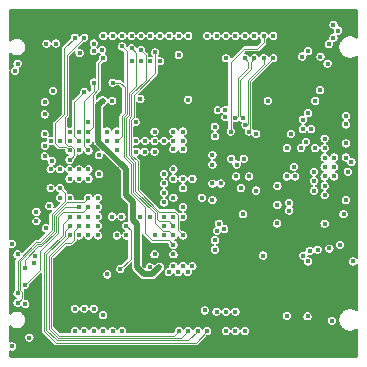
<source format=gbr>
%TF.GenerationSoftware,KiCad,Pcbnew,9.0.6-r1*%
%TF.CreationDate,2025-12-20T23:12:14+08:00*%
%TF.ProjectId,H750XB_V2,48373530-5842-45f5-9632-2e6b69636164,rev?*%
%TF.SameCoordinates,Original*%
%TF.FileFunction,Copper,L2,Inr*%
%TF.FilePolarity,Positive*%
%FSLAX46Y46*%
G04 Gerber Fmt 4.6, Leading zero omitted, Abs format (unit mm)*
G04 Created by KiCad (PCBNEW 9.0.6-r1) date 2025-12-20 23:12:14*
%MOMM*%
%LPD*%
G01*
G04 APERTURE LIST*
%TA.AperFunction,ViaPad*%
%ADD10C,0.400000*%
%TD*%
%TA.AperFunction,Conductor*%
%ADD11C,0.097028*%
%TD*%
%TA.AperFunction,Conductor*%
%ADD12C,0.101600*%
%TD*%
%TA.AperFunction,Conductor*%
%ADD13C,0.500000*%
%TD*%
%TA.AperFunction,Conductor*%
%ADD14C,0.088900*%
%TD*%
G04 APERTURE END LIST*
D10*
%TO.N,/core/FMC_SDNCAS*%
X26048800Y15200000D03*
%TO.N,/core/FMC_NBL0*%
X28098800Y27950000D03*
%TO.N,/core/FMC_D14*%
X20048800Y12400000D03*
%TO.N,/core/FMC_D3*%
X26948800Y14000000D03*
%TO.N,/core/FMC_A2*%
X3848800Y16900000D03*
X26948800Y18000000D03*
%TO.N,/core/FMC_D3*%
X28748800Y17200000D03*
%TO.N,/core/FMC_D14*%
X22948800Y13200000D03*
%TO.N,/core/FMC_D17*%
X14148800Y10600000D03*
%TO.N,/core/FMC_D3*%
X12548800Y18600000D03*
%TO.N,/core/FMC_D21*%
X25798800Y19600000D03*
%TO.N,/core/FMC_NBL2*%
X27698800Y27350000D03*
%TO.N,/core/FMC_A5*%
X19498800Y16600000D03*
%TO.N,/core/FMC_D2*%
X26948800Y14800000D03*
%TO.N,/core/FMC_SDNCAS*%
X8548800Y18600000D03*
%TO.N,/core/FMC_NBL2*%
X26948800Y18800000D03*
%TO.N,/core/FMC_D18*%
X14148800Y11400000D03*
%TO.N,/core/FMC_NBL0*%
X7398800Y26850000D03*
%TO.N,/core/FMC_NBL2*%
X7398800Y26200000D03*
%TO.N,/core/FMC_D17*%
X26598800Y25750000D03*
X10598800Y26450000D03*
%TO.N,/core/FMC_NBL0*%
X27748800Y15600000D03*
%TO.N,/core/FMC_D21*%
X18548800Y20600000D03*
%TO.N,/core/FMC_A0*%
X26948800Y17200000D03*
%TO.N,/core/FMC_A1*%
X5348800Y16200000D03*
%TO.N,/core/FMC_D1*%
X17998800Y11600000D03*
X23948800Y13350000D03*
%TO.N,/core/FMC_D2*%
X13348800Y18600000D03*
%TO.N,/core/FMC_A5*%
X6148800Y15400000D03*
%TO.N,/core/FMC_SDNCAS*%
X24948800Y18000000D03*
%TO.N,/core/FMC_D7*%
X9648800Y7750000D03*
%TO.N,/core/FMC_A0*%
X6148800Y16200000D03*
%TO.N,/core/FMC_D18*%
X25548800Y26200000D03*
X11398800Y26300000D03*
%TO.N,/core/FMC_BA0*%
X26048800Y16000000D03*
%TO.N,/core/FMC_A3*%
X6948800Y16200000D03*
%TO.N,/core/FMC_D2*%
X25348800Y18500000D03*
%TO.N,/core/FMC_D23*%
X17898800Y21200000D03*
%TO.N,/core/FMC_SDNRAS*%
X28903600Y16000000D03*
%TO.N,/core/FMC_D7*%
X10148800Y11400000D03*
%TO.N,/core/FMC_A3*%
X19048800Y17100000D03*
%TO.N,/core/FMC_SDNRAS*%
X26348800Y9400000D03*
%TO.N,/core/FMC_D23*%
X25548800Y20950000D03*
%TO.N,/core/FMC_D30*%
X5348800Y17800000D03*
%TO.N,/core/FMC_A6*%
X25698800Y9300000D03*
%TO.N,/core/FMC_SDNE0*%
X6148800Y12200000D03*
%TO.N,/core/FMC_A6*%
X23748800Y18000000D03*
%TO.N,/core/FMC_SDNE0*%
X26948800Y16400000D03*
%TO.N,/core/FMC_NBL1*%
X27298800Y26800000D03*
X8098800Y26300000D03*
X22948800Y14800000D03*
%TO.N,/core/FMC_D30*%
X5798800Y27350000D03*
%TO.N,/core/FMC_BA0*%
X19848800Y14600000D03*
%TO.N,GND*%
X17298800Y21400000D03*
X13348800Y19400000D03*
X23948800Y11200000D03*
%TO.N,/core/FMC_D22*%
X25098800Y20400000D03*
%TO.N,GND*%
X6148800Y9800000D03*
X29348800Y25300000D03*
X454000Y13900000D03*
%TO.N,/core/FMC_D22*%
X18548800Y21215103D03*
%TO.N,GND*%
X15748800Y12200000D03*
X25800000Y27500000D03*
X6148800Y13800000D03*
X27748800Y22000000D03*
X21148800Y20800000D03*
%TO.N,/core/FMC_NBL3*%
X24098800Y19200000D03*
X27698800Y28450000D03*
%TO.N,GND*%
X25348800Y11200000D03*
X22198800Y7450000D03*
%TO.N,/core/FMC_NBL3*%
X6198800Y26050000D03*
%TO.N,/core/FMC_SDNWE*%
X26948800Y15600000D03*
%TO.N,/core/FMC_D19*%
X16548800Y13800000D03*
%TO.N,GND*%
X15748800Y20200000D03*
X18448800Y22950000D03*
X9348800Y13800000D03*
X29348800Y9800000D03*
%TO.N,/core/FMC_D19*%
X25098800Y19600000D03*
%TO.N,/core/FMC_SDNWE*%
X6148800Y10600000D03*
%TO.N,GND*%
X4648800Y17700000D03*
X26648800Y7300000D03*
X4148800Y8100000D03*
X4548800Y17000000D03*
X25248800Y13760000D03*
X2548800Y25200000D03*
X1748800Y22200000D03*
X25348800Y12000000D03*
X23948800Y12000000D03*
X2548800Y18200000D03*
X17248800Y8300000D03*
X4548800Y21000000D03*
X8548800Y20200000D03*
X29448800Y4700000D03*
X21148800Y20000000D03*
X9348800Y9800000D03*
X5000000Y2502400D03*
X29348800Y28450000D03*
X3848800Y17700000D03*
X28098800Y2400000D03*
X29345600Y17564600D03*
X11748800Y15400000D03*
X2548800Y29050000D03*
X11748800Y14600000D03*
X27748800Y11600000D03*
X21248800Y13600000D03*
X2548800Y24000000D03*
X16200000Y27500000D03*
X23748800Y22000000D03*
X14948800Y13800000D03*
X1248800Y1200000D03*
X23748800Y14800000D03*
X28748800Y19200000D03*
X1248800Y550000D03*
%TO.N,+3V3*%
X21148800Y19200000D03*
X11348800Y12200000D03*
X13348800Y14200000D03*
%TO.N,GND*%
X21248800Y12800000D03*
X2048800Y19100000D03*
X16548800Y15000000D03*
X1748800Y21480000D03*
X9348800Y16200000D03*
X15848800Y16900000D03*
X21148800Y18400000D03*
X29348800Y19600000D03*
X12548800Y9800000D03*
X998800Y27700000D03*
X9348800Y14550000D03*
X11748800Y16200000D03*
X2548800Y27700000D03*
X28798800Y9200000D03*
X23398800Y25750000D03*
X26600000Y27500000D03*
X10948800Y19400000D03*
X25798800Y23000000D03*
X19848800Y13150000D03*
X28648800Y29100000D03*
X3548800Y13800000D03*
X27748800Y23800000D03*
%TO.N,+3V3*%
X26548800Y22900000D03*
X26048800Y14400000D03*
X17448800Y16600000D03*
X13348800Y15000000D03*
X21148800Y14400000D03*
X7848800Y15800000D03*
X22148800Y22000000D03*
X13348800Y12200000D03*
X25548800Y8400000D03*
X7748800Y12200000D03*
X13348800Y15800000D03*
X17448800Y17400000D03*
X26948800Y11600000D03*
X26148800Y22000000D03*
X28748800Y13600000D03*
X21748800Y8900000D03*
X12148800Y12200000D03*
X498800Y1200000D03*
X28748800Y18400000D03*
X7748800Y13800000D03*
X11698800Y17700000D03*
X454000Y9900000D03*
X28748800Y20000000D03*
X1948800Y1950000D03*
X7828800Y17400000D03*
X3398800Y26850000D03*
X13348800Y13400000D03*
X12548800Y17700000D03*
X9748800Y12200000D03*
X28772671Y20720000D03*
%TO.N,/VCAP*%
X12948800Y7900000D03*
%TO.N,PK7*%
X8548800Y19400000D03*
%TO.N,PI12*%
X3748800Y16200000D03*
%TO.N,PJ7*%
X14148800Y12200000D03*
%TO.N,PG6*%
X21800000Y25600000D03*
X20248800Y19950000D03*
%TO.N,PK4*%
X12200000Y27500000D03*
%TO.N,PI14*%
X5348800Y15400000D03*
%TO.N,PJ11*%
X14948800Y14600000D03*
%TO.N,+3V3*%
X22914800Y11618000D03*
%TO.N,PJ13*%
X11748800Y18600000D03*
%TO.N,/VCAP*%
X17648800Y19800000D03*
%TO.N,PH4*%
X15400000Y2500000D03*
%TO.N,+3V3*%
X28548800Y12400000D03*
%TO.N,PJ6*%
X14948800Y12200000D03*
%TO.N,PG11*%
X13000000Y27500000D03*
%TO.N,PJ1*%
X7748800Y10600000D03*
%TO.N,PK6*%
X11400000Y27500000D03*
%TO.N,+3V3*%
X10998800Y17700000D03*
X7748800Y13000000D03*
X17848800Y11000000D03*
X4198800Y26850000D03*
%TO.N,PJ9*%
X14948800Y13000000D03*
%TO.N,/VCAP*%
X8148800Y22000000D03*
%TO.N,PJ5*%
X13748800Y7500000D03*
%TO.N,+3V3*%
X8948800Y12200000D03*
%TO.N,PH4*%
X5348800Y10600000D03*
%TO.N,PK3*%
X11398800Y25350000D03*
%TO.N,PI8*%
X6148800Y17800000D03*
%TO.N,PG2*%
X17448800Y15000000D03*
%TO.N,PK2*%
X18148800Y15000000D03*
%TO.N,PK0*%
X14148800Y15400000D03*
%TO.N,PJ0*%
X7748800Y11400000D03*
%TO.N,PJ14*%
X13800000Y27500000D03*
%TO.N,PJ12*%
X14600000Y27500000D03*
%TO.N,PI13*%
X4548800Y16200000D03*
%TO.N,PG10*%
X12198800Y25350000D03*
%TO.N,PJ15*%
X12998800Y25350000D03*
%TO.N,PJ4*%
X8548800Y7300000D03*
X16798800Y4250000D03*
%TO.N,PG12*%
X10948800Y20200000D03*
%TO.N,PJ10*%
X14148800Y13800000D03*
%TO.N,PB0*%
X20200000Y2500000D03*
%TO.N,USB_FS+*%
X20200000Y25600000D03*
%TO.N,PB12*%
X14148800Y9000000D03*
%TO.N,PE5*%
X3748800Y18600000D03*
%TO.N,PC13*%
X6148800Y18600000D03*
%TO.N,PJ8*%
X13348800Y11400000D03*
%TO.N,PB8*%
X6948800Y19400000D03*
%TO.N,PB5*%
X8200000Y27500000D03*
%TO.N,USB_FS+*%
X19396400Y20550000D03*
%TO.N,PC9*%
X14948800Y18600000D03*
%TO.N,PD7*%
X17000000Y27500000D03*
%TO.N,/VBAT*%
X3248800Y20850000D03*
%TO.N,PD4*%
X17800000Y27500000D03*
%TO.N,PD11*%
X14948800Y8000000D03*
%TO.N,PC5*%
X9800000Y2500000D03*
%TO.N,PA3*%
X5800000Y4400000D03*
%TO.N,USB_FS-*%
X21000000Y25600000D03*
%TO.N,PC12*%
X19400000Y27500000D03*
%TO.N,PD13*%
X17648800Y10200000D03*
%TO.N,PC8*%
X14148800Y18600000D03*
%TO.N,PA10*%
X14148800Y19400000D03*
%TO.N,PC6*%
X14948800Y17900000D03*
%TO.N,PC13*%
X6598800Y22750000D03*
%TO.N,PA5*%
X7400000Y4400000D03*
%TO.N,PA1*%
X6148800Y11400000D03*
X14600000Y2500000D03*
%TO.N,USB_FS-*%
X20001200Y20550000D03*
%TO.N,PB8*%
X8200000Y25600000D03*
%TO.N,PA4*%
X6600000Y4400000D03*
%TO.N,PC11*%
X21000000Y27500000D03*
%TO.N,PA8*%
X21800000Y27500000D03*
%TO.N,PC1*%
X5348800Y12200000D03*
%TO.N,PC2_C*%
X5800000Y2500000D03*
%TO.N,PA0_C*%
X6600000Y2500000D03*
%TO.N,PC4*%
X9000000Y2500000D03*
%TO.N,PD5*%
X14598800Y25900000D03*
%TO.N,PB7*%
X9000000Y27500000D03*
%TO.N,PC10*%
X20200000Y27500000D03*
%TO.N,PA7*%
X18600000Y2500000D03*
%TO.N,PB1*%
X19400000Y2500000D03*
%TO.N,PC0*%
X4548800Y13800000D03*
%TO.N,PE6*%
X6948800Y18600000D03*
%TO.N,PD3*%
X18600000Y27500000D03*
%TO.N,PC3_C*%
X7400000Y2500000D03*
%TO.N,PA0*%
X6948800Y11400000D03*
%TO.N,PA8*%
X18998800Y19400000D03*
%TO.N,PE3*%
X5348800Y18600000D03*
%TO.N,PA6*%
X8198800Y3850000D03*
%TO.N,PB4*%
X10600000Y27500000D03*
%TO.N,PB2*%
X17800000Y4150000D03*
%TO.N,PA15*%
X22600000Y27500000D03*
%TO.N,PE4*%
X4548800Y18600000D03*
%TO.N,PA2*%
X5348800Y11400000D03*
%TO.N,PD2*%
X12548800Y19400000D03*
%TO.N,PA9*%
X14948800Y19400000D03*
%TO.N,PC1*%
X17000000Y2500000D03*
%TO.N,PA2*%
X16200000Y2500000D03*
%TO.N,PC7*%
X14148800Y17900000D03*
%TO.N,PA14*%
X18598800Y25600000D03*
%TO.N,PD12*%
X17648800Y9400000D03*
%TO.N,PB14*%
X15348800Y7500000D03*
%TO.N,PF7*%
X5348800Y13800000D03*
%TO.N,PA13*%
X15398800Y22100000D03*
%TO.N,PB3*%
X9800000Y27500000D03*
%TO.N,/core/PG9*%
X2448800Y8850000D03*
%TO.N,/core/PF9*%
X6948800Y13000000D03*
%TO.N,/core/PG14*%
X3248800Y18200000D03*
%TO.N,PJ2*%
X18600000Y4150000D03*
%TO.N,PG13*%
X10948800Y18600000D03*
%TO.N,PI11*%
X6948800Y17800000D03*
%TO.N,PG7*%
X22598800Y25600000D03*
X20548800Y19400000D03*
%TO.N,PH7*%
X14148800Y8000000D03*
%TO.N,PK1*%
X15748800Y15400000D03*
%TO.N,/core/PB6*%
X6948800Y20200000D03*
%TO.N,PI15*%
X6948800Y10600000D03*
%TO.N,PH6*%
X12548800Y9000000D03*
%TO.N,/core/V_{CORE1}*%
X8948800Y22000000D03*
%TO.N,/core/V_{CORE2}*%
X17648800Y19000000D03*
%TO.N,PG3*%
X14948800Y15400000D03*
%TO.N,/core/PB6*%
X23748800Y3800000D03*
%TO.N,PJ3*%
X19400000Y4150000D03*
%TO.N,/core/V_{CORE3}*%
X12148800Y7900000D03*
%TO.N,PI11*%
X7400000Y23550000D03*
%TO.N,PK5*%
X10598800Y25350000D03*
%TO.N,/core/PB6*%
X3248800Y19200000D03*
X948800Y9000000D03*
X25498800Y3750000D03*
%TO.N,/core/PF10*%
X1548800Y7850000D03*
X6148800Y13000000D03*
%TO.N,/core/PG9*%
X3248800Y21900000D03*
X11348800Y22150000D03*
%TO.N,/core/PF9*%
X1548800Y6400000D03*
%TO.N,/core/PF6*%
X4548800Y14600000D03*
X948800Y5700000D03*
%TO.N,/core/PF8*%
X948800Y4900000D03*
X27568800Y3380000D03*
%TO.N,/core/PG14*%
X9348800Y19400000D03*
X2348800Y8250000D03*
%TO.N,/core/PF8*%
X29348800Y8400000D03*
%TO.N,/core/PE2*%
X1598800Y4800000D03*
X5348800Y19400000D03*
%TO.N,/core/PF8*%
X6948800Y13800000D03*
%TO.N,PB13*%
X14548800Y7500000D03*
%TO.N,/core/PE2*%
X3248800Y17300000D03*
%TO.N,PB11*%
X13348800Y10600000D03*
%TO.N,PB10*%
X12548800Y10600000D03*
%TO.N,/VREF+*%
X2548800Y12600000D03*
%TO.N,PA1_C*%
X8200000Y2500000D03*
%TO.N,/PDR_ON*%
X8998800Y23550000D03*
%TO.N,/VREF-*%
X2548800Y11800000D03*
%TO.N,/VDDA*%
X3648800Y13100000D03*
%TO.N,/BOOT0*%
X9348800Y17800000D03*
%TO.N,PB15*%
X15748800Y8000000D03*
%TO.N,/NRST*%
X3748800Y14600000D03*
%TO.N,/PDR_ON*%
X9348800Y18600000D03*
%TO.N,PB9*%
X6148800Y19400000D03*
%TO.N,PD6*%
X15400000Y27500000D03*
%TO.N,/VSSA*%
X3348800Y11223100D03*
%TO.N,/core/FMC_A1*%
X27748800Y17200000D03*
%TO.N,+3V3*%
X948800Y25150000D03*
%TO.N,/VCAP*%
X3948800Y22850000D03*
%TO.N,+3V3*%
X748800Y24550000D03*
%TO.N,/core/FMC_SDCKE0*%
X6948800Y12200000D03*
%TO.N,/core/FMC_D31*%
X5348800Y17000000D03*
%TO.N,/core/FMC_A7*%
X24448800Y15600000D03*
%TO.N,/core/FMC_A8*%
X24348800Y16400000D03*
%TO.N,/core/FMC_A9*%
X20548800Y15600000D03*
%TO.N,/core/FMC_D16*%
X9798800Y26600000D03*
X27198800Y25150000D03*
%TO.N,/core/FMC_D31*%
X6598800Y27350000D03*
%TO.N,/core/FMC_D20*%
X14948800Y10600000D03*
%TO.N,/core/FMC_A9*%
X19448800Y15600000D03*
%TO.N,/core/FMC_A7*%
X25148800Y8900000D03*
%TO.N,/core/FMC_D16*%
X14148800Y9800000D03*
%TO.N,/core/FMC_SDCKE0*%
X17448800Y13600000D03*
%TO.N,/core/FMC_D20*%
X12598800Y26100000D03*
%TO.N,/core/FMC_A9*%
X10148800Y10600000D03*
X23748800Y15600000D03*
%TO.N,/core/FMC_A11*%
X29218600Y16800000D03*
%TO.N,/core/FMC_D20*%
X25048800Y25750000D03*
%TO.N,/core/FMC_A11*%
X28248800Y9800000D03*
%TO.N,/core/FMC_A4*%
X20098800Y17100000D03*
%TO.N,/core/FMC_A8*%
X9348800Y10600000D03*
%TO.N,/core/FMC_A4*%
X6948800Y15400000D03*
%TO.N,/core/FMC_BA1*%
X27748800Y16400000D03*
X14148800Y16200000D03*
%TO.N,/core/FMC_D0*%
X18448800Y11150000D03*
X23948800Y12700000D03*
%TO.N,/core/FMC_A10*%
X26148800Y18000000D03*
X27348800Y9500000D03*
%TD*%
D11*
%TO.N,USB_FS-*%
X20001200Y20550000D02*
X19810814Y20740386D01*
X19810814Y23803602D02*
X20712014Y24704802D01*
X20712014Y25312014D02*
X21000000Y25600000D01*
X20712014Y24704802D02*
X20712014Y25312014D01*
X19810814Y20740386D02*
X19810814Y23803602D01*
%TO.N,USB_FS+*%
X20487986Y25312014D02*
X20200000Y25600000D01*
X20487986Y24797598D02*
X20487986Y25312014D01*
X19586786Y20740386D02*
X19586786Y23896398D01*
X19396400Y20550000D02*
X19586786Y20740386D01*
X19586786Y23896398D02*
X20487986Y24797598D01*
D12*
%TO.N,PA1*%
X4969622Y9950000D02*
X3781900Y8762278D01*
X5748800Y11000000D02*
X5748800Y10250000D01*
%TO.N,PB8*%
X7798800Y22979925D02*
X7798800Y25198800D01*
%TO.N,PA1*%
X14200000Y2100000D02*
X14600000Y2500000D01*
X6148800Y11400000D02*
X5748800Y11000000D01*
%TO.N,PC13*%
X5748800Y21900000D02*
X5748800Y19000000D01*
X5748800Y19000000D02*
X6148800Y18600000D01*
%TO.N,PB8*%
X7348800Y19800000D02*
X7348800Y22529925D01*
%TO.N,PA1*%
X5748800Y10250000D02*
X5448800Y9950000D01*
X3781900Y2766900D02*
X4448800Y2100000D01*
X4448800Y2100000D02*
X14200000Y2100000D01*
%TO.N,PB8*%
X7348800Y22529925D02*
X7798800Y22979925D01*
%TO.N,PC13*%
X6598800Y22750000D02*
X5748800Y21900000D01*
%TO.N,PB8*%
X6948800Y19400000D02*
X7348800Y19800000D01*
%TO.N,PA1*%
X3781900Y8762278D02*
X3781900Y2766900D01*
X5448800Y9950000D02*
X4969622Y9950000D01*
%TO.N,PB8*%
X7798800Y25198800D02*
X8200000Y25600000D01*
%TO.N,/core/FMC_D16*%
X10548800Y14200000D02*
X11715700Y13033100D01*
X10198800Y26200000D02*
X10198800Y20880260D01*
X10198800Y20880260D02*
X9974300Y20655760D01*
X9974300Y20655760D02*
X9974300Y17212034D01*
X9798800Y26600000D02*
X10198800Y26200000D01*
X13748800Y10200000D02*
X14148800Y9800000D01*
X10548800Y16637534D02*
X10548800Y14200000D01*
X11715700Y13033100D02*
X11715700Y10833100D01*
X9974300Y17212034D02*
X10548800Y16637534D01*
X11715700Y10833100D02*
X12348800Y10200000D01*
X12348800Y10200000D02*
X13748800Y10200000D01*
%TO.N,/core/FMC_D31*%
X5107200Y20768703D02*
X5107200Y25858400D01*
X5748800Y17918875D02*
X5500775Y18166900D01*
X5252722Y18166900D02*
X4948800Y18470822D01*
X5748800Y17400000D02*
X5748800Y17918875D01*
X5107200Y25858400D02*
X6598800Y27350000D01*
X4948800Y20610303D02*
X5107200Y20768703D01*
X5348800Y17000000D02*
X5748800Y17400000D01*
X5500775Y18166900D02*
X5252722Y18166900D01*
X4948800Y18470822D02*
X4948800Y20610303D01*
%TO.N,/core/FMC_D20*%
X14267675Y12600000D02*
X14515700Y12351975D01*
X10773300Y20642294D02*
X10548800Y20417794D01*
X14515700Y11033100D02*
X14948800Y10600000D01*
X12598800Y26100000D02*
X12598800Y24318659D01*
X11123300Y16875500D02*
X11123300Y14437966D01*
X14515700Y12351975D02*
X14515700Y11033100D01*
X10548800Y20417794D02*
X10548800Y17450000D01*
X10548800Y17450000D02*
X11123300Y16875500D01*
X11123300Y14437966D02*
X12961266Y12600000D01*
X12598800Y24318659D02*
X10773300Y22493159D01*
X12961266Y12600000D02*
X14267675Y12600000D01*
X10773300Y22493159D02*
X10773300Y20642294D01*
%TO.N,/core/FMC_D17*%
X10390300Y22651803D02*
X10390300Y20800938D01*
X10598800Y26450000D02*
X10998800Y26050000D01*
X10390300Y20800938D02*
X10165800Y20576438D01*
X10998800Y26050000D02*
X10998800Y23260303D01*
X10740300Y16716856D02*
X10740300Y14279322D01*
X10998800Y23260303D02*
X10390300Y22651803D01*
X12548800Y12470822D02*
X12548800Y11681125D01*
X13748800Y11000000D02*
X14148800Y10600000D01*
X10165800Y20576438D02*
X10165800Y17291356D01*
X10165800Y17291356D02*
X10740300Y16716856D01*
X10740300Y14279322D02*
X12548800Y12470822D01*
X12548800Y11681125D02*
X13229925Y11000000D01*
X13229925Y11000000D02*
X13748800Y11000000D01*
%TO.N,/core/FMC_D7*%
X10515700Y11033100D02*
X10148800Y11400000D01*
X9648800Y7750000D02*
X10515700Y8616900D01*
X10515700Y8616900D02*
X10515700Y11033100D01*
%TO.N,/core/FMC_D18*%
X10581800Y20721616D02*
X10357300Y20497116D01*
X10931800Y14358644D02*
X12740300Y12550144D01*
X10357300Y20497116D02*
X10357300Y17370678D01*
X12740300Y12550144D02*
X12740300Y12008500D01*
X10931800Y16796178D02*
X10931800Y14358644D01*
X11798800Y23789481D02*
X10581800Y22572481D01*
%TO.N,/core/FMC_D30*%
X4148800Y20081125D02*
X4148800Y18450000D01*
%TO.N,/core/FMC_D18*%
X13748800Y11800000D02*
X14148800Y11400000D01*
X10357300Y17370678D02*
X10931800Y16796178D01*
X12948800Y11800000D02*
X13748800Y11800000D01*
X10581800Y22572481D02*
X10581800Y20721616D01*
%TO.N,/core/FMC_D30*%
X5048800Y18100000D02*
X5348800Y17800000D01*
%TO.N,/core/FMC_D18*%
X11398800Y26300000D02*
X11798800Y25900000D01*
%TO.N,/core/FMC_D30*%
X4915700Y26466900D02*
X4915700Y20848025D01*
X4915700Y20848025D02*
X4148800Y20081125D01*
X4148800Y18450000D02*
X4498800Y18100000D01*
%TO.N,/core/FMC_D18*%
X11798800Y25900000D02*
X11798800Y23789481D01*
X12740300Y12008500D02*
X12948800Y11800000D01*
%TO.N,/core/FMC_D30*%
X5798800Y27350000D02*
X4915700Y26466900D01*
X4498800Y18100000D02*
X5048800Y18100000D01*
D13*
%TO.N,/VCAP*%
X10098800Y16250000D02*
X7798800Y18550000D01*
X11048800Y11550000D02*
X10698800Y11900000D01*
X7798800Y18550000D02*
X7798800Y21650000D01*
X10098800Y14000000D02*
X10098800Y16250000D01*
X12348800Y7300000D02*
X11648800Y7300000D01*
X10698800Y13400000D02*
X10098800Y14000000D01*
X11048800Y7900000D02*
X11048800Y11550000D01*
X12948800Y7900000D02*
X12348800Y7300000D01*
X10698800Y11900000D02*
X10698800Y13400000D01*
X11648800Y7300000D02*
X11048800Y7900000D01*
X7798800Y21650000D02*
X8148800Y22000000D01*
D12*
%TO.N,PH4*%
X4369478Y1908500D02*
X14808500Y1908500D01*
X3590400Y8841600D02*
X3590400Y2687578D01*
X14808500Y1908500D02*
X15400000Y2500000D01*
X3590400Y2687578D02*
X4369478Y1908500D01*
X5348800Y10600000D02*
X3590400Y8841600D01*
%TO.N,PG6*%
X20248800Y19950000D02*
X20298800Y19950000D01*
X20298800Y19950000D02*
X20424200Y20075400D01*
X21800000Y25101200D02*
X21800000Y25600000D01*
X20424200Y20075400D02*
X20424200Y23725400D01*
X20424200Y23725400D02*
X21800000Y25101200D01*
D14*
%TO.N,/core/PF10*%
X4219100Y10923162D02*
X2975638Y9679700D01*
X1548800Y8526316D02*
X1548800Y7850000D01*
X2702184Y9679700D02*
X1548800Y8526316D01*
X4995939Y13000000D02*
X4219100Y12223161D01*
X4219100Y12223161D02*
X4219100Y10923162D01*
X2975638Y9679700D02*
X2702184Y9679700D01*
X6148800Y13000000D02*
X4995939Y13000000D01*
%TO.N,/core/PF9*%
X4397900Y12149100D02*
X4397900Y10849100D01*
%TO.N,/core/PF6*%
X4948800Y13476545D02*
X4948800Y14200000D01*
%TO.N,/core/PF9*%
X6948800Y13000000D02*
X6509350Y12560550D01*
X4397900Y10849100D02*
X2848800Y9300000D01*
X4809350Y12560550D02*
X4397900Y12149100D01*
X6509350Y12560550D02*
X4809350Y12560550D01*
X2848800Y7700000D02*
X1548800Y6400000D01*
X2848800Y9300000D02*
X2848800Y7700000D01*
D12*
%TO.N,/core/PF8*%
X5134097Y13400000D02*
X4033950Y12299853D01*
D14*
%TO.N,/core/PF6*%
X2548800Y10050000D02*
X2822254Y10050000D01*
D12*
%TO.N,/core/PF8*%
X4033950Y12299853D02*
X4033950Y10999854D01*
X1181900Y8421258D02*
X1181900Y5985775D01*
X2898946Y9864850D02*
X2625492Y9864850D01*
X1315700Y5851975D02*
X1315700Y5266900D01*
X1181900Y5985775D02*
X1315700Y5851975D01*
D14*
%TO.N,/core/PF6*%
X948800Y8450000D02*
X2548800Y10050000D01*
X4948800Y14200000D02*
X4548800Y14600000D01*
D12*
%TO.N,/core/PF8*%
X4033950Y10999854D02*
X2898946Y9864850D01*
D14*
%TO.N,/core/PF6*%
X3848800Y11076546D02*
X3848800Y12376545D01*
X3848800Y12376545D02*
X4948800Y13476545D01*
D12*
%TO.N,/core/PF8*%
X2625492Y9864850D02*
X1181900Y8421258D01*
D14*
%TO.N,/core/PF6*%
X2822254Y10050000D02*
X3848800Y11076546D01*
D12*
%TO.N,/core/PF8*%
X1315700Y5266900D02*
X948800Y4900000D01*
X6948800Y13800000D02*
X6548800Y13400000D01*
D14*
%TO.N,/core/PF6*%
X948800Y5700000D02*
X948800Y8450000D01*
D12*
%TO.N,/core/PF8*%
X6548800Y13400000D02*
X5134097Y13400000D01*
%TO.N,PI11*%
X6548800Y21999400D02*
X6548800Y18200000D01*
X7400000Y23550000D02*
X7400000Y22850600D01*
X7400000Y22850600D02*
X6548800Y21999400D01*
X6548800Y18200000D02*
X6948800Y17800000D01*
%TO.N,PG7*%
X20613033Y19464233D02*
X20613033Y19745358D01*
X20548800Y19400000D02*
X20613033Y19464233D01*
X20613033Y19745358D02*
X20615700Y19748025D01*
X20615700Y23646078D02*
X22569622Y25600000D01*
X20615700Y19748025D02*
X20615700Y23646078D01*
X22569622Y25600000D02*
X22598800Y25600000D01*
%TO.N,PC1*%
X4210834Y1525500D02*
X16025500Y1525500D01*
X3207400Y2528934D02*
X4210834Y1525500D01*
X3207400Y9108600D02*
X3207400Y2528934D01*
X5348800Y12200000D02*
X4757300Y11608500D01*
X16025500Y1525500D02*
X17000000Y2500000D01*
X4757300Y11608500D02*
X4757300Y10658500D01*
X4757300Y10658500D02*
X3207400Y9108600D01*
%TO.N,PA2*%
X15417000Y1717000D02*
X16200000Y2500000D01*
X4948800Y10579178D02*
X3398900Y9029278D01*
%TO.N,PA8*%
X18998800Y25250000D02*
X20148800Y26400000D01*
%TO.N,PA2*%
X4290156Y1717000D02*
X15417000Y1717000D01*
%TO.N,PA8*%
X21800000Y26951200D02*
X21800000Y27500000D01*
X20148800Y26400000D02*
X21248800Y26400000D01*
%TO.N,PA2*%
X3398900Y2608256D02*
X4290156Y1717000D01*
%TO.N,PA8*%
X18998800Y19400000D02*
X18998800Y25250000D01*
%TO.N,PA2*%
X4948800Y11000000D02*
X4948800Y10579178D01*
X3398900Y9029278D02*
X3398900Y2608256D01*
%TO.N,PA8*%
X21248800Y26400000D02*
X21800000Y26951200D01*
%TO.N,PA2*%
X5348800Y11400000D02*
X4948800Y11000000D01*
%TO.N,/PDR_ON*%
X9782800Y19034000D02*
X9348800Y18600000D01*
X9782800Y20735082D02*
X9782800Y19034000D01*
X8998800Y23550000D02*
X9598800Y23550000D01*
X9598800Y23550000D02*
X10007300Y23141500D01*
X10007300Y23141500D02*
X10007300Y20959582D01*
X10007300Y20959582D02*
X9782800Y20735082D01*
%TD*%
%TA.AperFunction,Conductor*%
%TO.N,GND*%
G36*
X29694717Y29741425D02*
G01*
X29716489Y29729643D01*
X29733255Y29711431D01*
X29743199Y29688761D01*
X29745500Y29670300D01*
X29745500Y27344652D01*
X29741425Y27320235D01*
X29729643Y27298463D01*
X29711431Y27281697D01*
X29688761Y27271753D01*
X29664090Y27269709D01*
X29640093Y27275786D01*
X29628526Y27282123D01*
X29548356Y27335690D01*
X29544760Y27338049D01*
X29532153Y27344652D01*
X29504185Y27359300D01*
X29386411Y27408084D01*
X29382478Y27409673D01*
X29382472Y27409675D01*
X29350757Y27419005D01*
X29338531Y27422602D01*
X29338527Y27422603D01*
X29338523Y27422604D01*
X29213589Y27447455D01*
X29209336Y27448264D01*
X29209323Y27448265D01*
X29163725Y27452370D01*
X29163711Y27452370D01*
X29036289Y27452370D01*
X29036243Y27452370D01*
X29031993Y27452335D01*
X29031982Y27452334D01*
X28986459Y27447464D01*
X28986442Y27447461D01*
X28861467Y27422603D01*
X28857263Y27421729D01*
X28857251Y27421725D01*
X28813546Y27408066D01*
X28695804Y27359296D01*
X28691861Y27357623D01*
X28691853Y27357619D01*
X28651661Y27335700D01*
X28651650Y27335694D01*
X28651644Y27335690D01*
X28545696Y27264898D01*
X28545649Y27264866D01*
X28542145Y27262483D01*
X28542131Y27262473D01*
X28506983Y27233128D01*
X28506974Y27233120D01*
X28416856Y27143001D01*
X28413859Y27139954D01*
X28385110Y27104317D01*
X28385109Y27104315D01*
X28314290Y26998326D01*
X28311951Y26994761D01*
X28290700Y26954186D01*
X28241916Y26836412D01*
X28240327Y26832479D01*
X28240325Y26832473D01*
X28227396Y26788525D01*
X28227396Y26788524D01*
X28202545Y26663590D01*
X28201736Y26659337D01*
X28201735Y26659324D01*
X28197630Y26613726D01*
X28197630Y26486244D01*
X28197665Y26481994D01*
X28197666Y26481983D01*
X28202536Y26436460D01*
X28202538Y26436449D01*
X28202539Y26436443D01*
X28203212Y26433059D01*
X28227397Y26311468D01*
X28228271Y26307264D01*
X28228275Y26307252D01*
X28241934Y26263547D01*
X28290704Y26145805D01*
X28292377Y26141862D01*
X28292381Y26141854D01*
X28314142Y26101951D01*
X28314310Y26101644D01*
X28385102Y25995696D01*
X28385133Y25995650D01*
X28385144Y25995634D01*
X28387517Y25992146D01*
X28387527Y25992132D01*
X28412780Y25961885D01*
X28416877Y25956978D01*
X28506978Y25866877D01*
X28510044Y25863862D01*
X28510046Y25863860D01*
X28545683Y25835111D01*
X28545685Y25835110D01*
X28545691Y25835106D01*
X28545696Y25835102D01*
X28651644Y25764310D01*
X28655240Y25761951D01*
X28695817Y25740699D01*
X28786498Y25703138D01*
X28813588Y25691917D01*
X28817521Y25690328D01*
X28817526Y25690326D01*
X28861469Y25677398D01*
X28986443Y25652539D01*
X28990668Y25651736D01*
X29021357Y25648974D01*
X29036274Y25647631D01*
X29036286Y25647631D01*
X29036289Y25647630D01*
X29036290Y25647630D01*
X29163757Y25647630D01*
X29167589Y25647663D01*
X29168011Y25647666D01*
X29198245Y25650901D01*
X29213540Y25652537D01*
X29213542Y25652538D01*
X29213557Y25652539D01*
X29317797Y25673274D01*
X29338532Y25677398D01*
X29342736Y25678272D01*
X29342737Y25678273D01*
X29342740Y25678273D01*
X29386460Y25691937D01*
X29504183Y25740699D01*
X29508142Y25742379D01*
X29548356Y25764310D01*
X29628523Y25817877D01*
X29651087Y25828053D01*
X29675735Y25830352D01*
X29699794Y25824524D01*
X29720657Y25811199D01*
X29736063Y25791822D01*
X29744342Y25768493D01*
X29745500Y25755349D01*
X29745500Y8683827D01*
X29741425Y8659410D01*
X29729643Y8637638D01*
X29711431Y8620872D01*
X29688761Y8610928D01*
X29664090Y8608884D01*
X29640093Y8614961D01*
X29619368Y8628501D01*
X29616465Y8631474D01*
X29616434Y8631442D01*
X29581995Y8665881D01*
X29581986Y8665889D01*
X29581982Y8665893D01*
X29581977Y8665897D01*
X29545284Y8694053D01*
X29505219Y8717185D01*
X29462483Y8734887D01*
X29462475Y8734890D01*
X29417804Y8746861D01*
X29403178Y8748787D01*
X29371930Y8752900D01*
X29325670Y8752900D01*
X29300203Y8749548D01*
X29279795Y8746861D01*
X29235124Y8734890D01*
X29235116Y8734887D01*
X29192380Y8717185D01*
X29152315Y8694053D01*
X29115622Y8665897D01*
X29115604Y8665881D01*
X29082919Y8633196D01*
X29082903Y8633178D01*
X29054747Y8596485D01*
X29031615Y8556420D01*
X29013913Y8513684D01*
X29013910Y8513676D01*
X29001939Y8469005D01*
X28995900Y8423128D01*
X28995900Y8376873D01*
X29001939Y8330996D01*
X29013910Y8286325D01*
X29013913Y8286317D01*
X29031615Y8243581D01*
X29054747Y8203516D01*
X29082903Y8166823D01*
X29082919Y8166805D01*
X29115604Y8134120D01*
X29115613Y8134112D01*
X29115618Y8134107D01*
X29152319Y8105945D01*
X29192382Y8082815D01*
X29202609Y8078579D01*
X29235116Y8065114D01*
X29235124Y8065111D01*
X29279795Y8053140D01*
X29279799Y8053140D01*
X29279805Y8053138D01*
X29325670Y8047100D01*
X29325673Y8047100D01*
X29371927Y8047100D01*
X29371930Y8047100D01*
X29417795Y8053138D01*
X29417800Y8053140D01*
X29417804Y8053140D01*
X29462475Y8065111D01*
X29462474Y8065111D01*
X29462479Y8065112D01*
X29505218Y8082815D01*
X29545281Y8105945D01*
X29581982Y8134107D01*
X29595948Y8148073D01*
X29616434Y8168558D01*
X29616776Y8168216D01*
X29632887Y8181407D01*
X29656095Y8190020D01*
X29680842Y8190631D01*
X29704447Y8183174D01*
X29724352Y8168456D01*
X29738399Y8148073D01*
X29745067Y8124233D01*
X29745500Y8116174D01*
X29745500Y4244652D01*
X29741425Y4220235D01*
X29729643Y4198463D01*
X29711431Y4181697D01*
X29688761Y4171753D01*
X29664090Y4169709D01*
X29640093Y4175786D01*
X29628526Y4182123D01*
X29548356Y4235690D01*
X29544760Y4238049D01*
X29515801Y4253216D01*
X29504185Y4259300D01*
X29493620Y4263676D01*
X29475048Y4271369D01*
X29386411Y4308084D01*
X29382478Y4309673D01*
X29382472Y4309675D01*
X29350757Y4319005D01*
X29338531Y4322602D01*
X29338527Y4322603D01*
X29338523Y4322604D01*
X29213589Y4347455D01*
X29209336Y4348264D01*
X29209323Y4348265D01*
X29163725Y4352370D01*
X29163711Y4352370D01*
X29036289Y4352370D01*
X29036243Y4352370D01*
X29031993Y4352335D01*
X29031982Y4352334D01*
X28986459Y4347464D01*
X28986442Y4347461D01*
X28861467Y4322603D01*
X28857263Y4321729D01*
X28857251Y4321725D01*
X28813546Y4308066D01*
X28695804Y4259296D01*
X28691861Y4257623D01*
X28691853Y4257619D01*
X28651661Y4235700D01*
X28651650Y4235694D01*
X28651644Y4235690D01*
X28545696Y4164898D01*
X28545649Y4164866D01*
X28542145Y4162483D01*
X28542131Y4162473D01*
X28506983Y4133128D01*
X28506974Y4133120D01*
X28416856Y4043001D01*
X28413859Y4039954D01*
X28385110Y4004317D01*
X28385109Y4004315D01*
X28314290Y3898326D01*
X28311951Y3894761D01*
X28290700Y3854186D01*
X28241916Y3736412D01*
X28240327Y3732479D01*
X28240325Y3732473D01*
X28227396Y3688525D01*
X28227396Y3688524D01*
X28202545Y3563590D01*
X28201736Y3559337D01*
X28201735Y3559324D01*
X28197630Y3513726D01*
X28197630Y3386244D01*
X28197665Y3381994D01*
X28197666Y3381983D01*
X28202536Y3336460D01*
X28202538Y3336449D01*
X28227397Y3211468D01*
X28228271Y3207264D01*
X28228275Y3207252D01*
X28241934Y3163547D01*
X28290704Y3045805D01*
X28292377Y3041862D01*
X28292381Y3041854D01*
X28297134Y3033138D01*
X28314310Y3001644D01*
X28385102Y2895696D01*
X28385133Y2895650D01*
X28385144Y2895634D01*
X28387517Y2892146D01*
X28387527Y2892132D01*
X28416696Y2857195D01*
X28416877Y2856978D01*
X28506978Y2766877D01*
X28510044Y2763862D01*
X28510046Y2763860D01*
X28545683Y2735111D01*
X28545685Y2735110D01*
X28545691Y2735106D01*
X28545696Y2735102D01*
X28651644Y2664310D01*
X28655240Y2661951D01*
X28695817Y2640699D01*
X28786310Y2603216D01*
X28813588Y2591917D01*
X28817521Y2590328D01*
X28817526Y2590326D01*
X28861469Y2577398D01*
X28986443Y2552539D01*
X28990668Y2551736D01*
X29021101Y2548997D01*
X29036274Y2547631D01*
X29036286Y2547631D01*
X29036289Y2547630D01*
X29036290Y2547630D01*
X29163757Y2547630D01*
X29167589Y2547663D01*
X29168011Y2547666D01*
X29198245Y2550901D01*
X29213540Y2552537D01*
X29213542Y2552538D01*
X29213557Y2552539D01*
X29317797Y2573274D01*
X29338532Y2577398D01*
X29342736Y2578272D01*
X29342737Y2578273D01*
X29342740Y2578273D01*
X29386460Y2591937D01*
X29504183Y2640699D01*
X29508142Y2642379D01*
X29548356Y2664310D01*
X29628523Y2717877D01*
X29651087Y2728053D01*
X29675735Y2730352D01*
X29699794Y2724524D01*
X29720657Y2711199D01*
X29736063Y2691822D01*
X29744342Y2668493D01*
X29745500Y2655349D01*
X29745500Y329700D01*
X29741425Y305283D01*
X29729643Y283511D01*
X29711431Y266745D01*
X29688761Y256801D01*
X29670300Y254500D01*
X329700Y254500D01*
X305283Y258575D01*
X283511Y270357D01*
X266745Y288569D01*
X256801Y311239D01*
X254500Y329700D01*
X254500Y806672D01*
X258575Y831089D01*
X270357Y852861D01*
X288569Y869627D01*
X311239Y879571D01*
X335910Y881615D01*
X358478Y876148D01*
X385116Y865114D01*
X385124Y865111D01*
X429795Y853140D01*
X429799Y853140D01*
X429805Y853138D01*
X475670Y847100D01*
X475673Y847100D01*
X521927Y847100D01*
X521930Y847100D01*
X567795Y853138D01*
X567800Y853140D01*
X567804Y853140D01*
X612475Y865111D01*
X612474Y865111D01*
X612479Y865112D01*
X655218Y882815D01*
X695281Y905945D01*
X731982Y934107D01*
X764693Y966818D01*
X792855Y1003519D01*
X815985Y1043582D01*
X833688Y1086321D01*
X845662Y1131005D01*
X851700Y1176870D01*
X851700Y1223130D01*
X845662Y1268995D01*
X845660Y1269001D01*
X845660Y1269005D01*
X833689Y1313676D01*
X833686Y1313684D01*
X827081Y1329629D01*
X815985Y1356418D01*
X792855Y1396481D01*
X764693Y1433182D01*
X764688Y1433187D01*
X764680Y1433196D01*
X731995Y1465881D01*
X731986Y1465889D01*
X731982Y1465893D01*
X695281Y1494055D01*
X682582Y1501387D01*
X655219Y1517185D01*
X612483Y1534887D01*
X612475Y1534890D01*
X567804Y1546861D01*
X553178Y1548787D01*
X521930Y1552900D01*
X475670Y1552900D01*
X450203Y1549548D01*
X429795Y1546861D01*
X385124Y1534890D01*
X385104Y1534883D01*
X358476Y1523853D01*
X334358Y1518273D01*
X309735Y1520828D01*
X287276Y1531239D01*
X269414Y1548378D01*
X258085Y1570388D01*
X254500Y1593329D01*
X254500Y1973130D01*
X1595900Y1973130D01*
X1595900Y1926870D01*
X1600013Y1895622D01*
X1601939Y1880996D01*
X1613910Y1836325D01*
X1613913Y1836317D01*
X1631615Y1793581D01*
X1654747Y1753516D01*
X1682903Y1716823D01*
X1682919Y1716805D01*
X1715604Y1684120D01*
X1715613Y1684112D01*
X1715618Y1684107D01*
X1752319Y1655945D01*
X1785048Y1637049D01*
X1792380Y1632816D01*
X1835116Y1615114D01*
X1835124Y1615111D01*
X1879795Y1603140D01*
X1879799Y1603140D01*
X1879805Y1603138D01*
X1925670Y1597100D01*
X1925673Y1597100D01*
X1971927Y1597100D01*
X1971930Y1597100D01*
X2017795Y1603138D01*
X2017800Y1603140D01*
X2017804Y1603140D01*
X2062475Y1615111D01*
X2062474Y1615111D01*
X2062479Y1615112D01*
X2105218Y1632815D01*
X2145281Y1655945D01*
X2181982Y1684107D01*
X2214693Y1716818D01*
X2242855Y1753519D01*
X2265985Y1793582D01*
X2283688Y1836321D01*
X2285468Y1842965D01*
X2295660Y1880996D01*
X2295660Y1881000D01*
X2295662Y1881005D01*
X2301700Y1926870D01*
X2301700Y1973130D01*
X2295662Y2018995D01*
X2295660Y2019001D01*
X2295660Y2019005D01*
X2283689Y2063676D01*
X2283686Y2063684D01*
X2265984Y2106420D01*
X2261751Y2113752D01*
X2242855Y2146481D01*
X2242365Y2147119D01*
X2214696Y2183178D01*
X2214693Y2183182D01*
X2214688Y2183187D01*
X2214680Y2183196D01*
X2181995Y2215881D01*
X2181986Y2215889D01*
X2181982Y2215893D01*
X2181977Y2215897D01*
X2145284Y2244053D01*
X2105219Y2267185D01*
X2062483Y2284887D01*
X2062475Y2284890D01*
X2017804Y2296861D01*
X2003178Y2298787D01*
X1971930Y2302900D01*
X1925670Y2302900D01*
X1900203Y2299548D01*
X1879795Y2296861D01*
X1835124Y2284890D01*
X1835116Y2284887D01*
X1792380Y2267185D01*
X1752315Y2244053D01*
X1715622Y2215897D01*
X1715604Y2215881D01*
X1682919Y2183196D01*
X1682903Y2183178D01*
X1654747Y2146485D01*
X1631615Y2106420D01*
X1613913Y2063684D01*
X1613910Y2063676D01*
X1601939Y2019005D01*
X1598642Y1993963D01*
X1595900Y1973130D01*
X254500Y1973130D01*
X254500Y2921667D01*
X258575Y2946084D01*
X270357Y2967856D01*
X288569Y2984622D01*
X311239Y2994566D01*
X335910Y2996610D01*
X359907Y2990533D01*
X380632Y2976993D01*
X382874Y2974841D01*
X445378Y2912337D01*
X460852Y2898086D01*
X498292Y2871732D01*
X498304Y2871724D01*
X498307Y2871722D01*
X600042Y2812985D01*
X618661Y2803233D01*
X661665Y2787460D01*
X775136Y2757056D01*
X795642Y2752456D01*
X795653Y2752455D01*
X795649Y2752455D01*
X841246Y2748351D01*
X841261Y2748351D01*
X841263Y2748350D01*
X841264Y2748350D01*
X958746Y2748350D01*
X972235Y2748906D01*
X979735Y2749214D01*
X1024864Y2757056D01*
X1138335Y2787460D01*
X1158396Y2793730D01*
X1199958Y2812985D01*
X1301693Y2871722D01*
X1319446Y2882969D01*
X1354609Y2912325D01*
X1437675Y2995391D01*
X1451912Y3010850D01*
X1478278Y3048307D01*
X1537015Y3150042D01*
X1546767Y3168661D01*
X1562540Y3211665D01*
X1592944Y3325136D01*
X1597544Y3345642D01*
X1600815Y3381983D01*
X1601649Y3391247D01*
X1601650Y3391265D01*
X1601650Y3508747D01*
X1600786Y3529731D01*
X1600786Y3529735D01*
X1592944Y3574864D01*
X1562540Y3688335D01*
X1556270Y3708396D01*
X1537015Y3749958D01*
X1537014Y3749961D01*
X1478276Y3851697D01*
X1467034Y3869441D01*
X1467031Y3869446D01*
X1437675Y3904609D01*
X1437667Y3904617D01*
X1437661Y3904624D01*
X1354621Y3987664D01*
X1339147Y4001915D01*
X1301707Y4028269D01*
X1301695Y4028277D01*
X1199964Y4087012D01*
X1196243Y4088961D01*
X1181339Y4096767D01*
X1164618Y4102900D01*
X1138345Y4112537D01*
X1138329Y4112542D01*
X1057856Y4134104D01*
X1024864Y4142944D01*
X1004358Y4147544D01*
X1004352Y4147545D01*
X1004346Y4147546D01*
X1004350Y4147546D01*
X958753Y4151650D01*
X958737Y4151650D01*
X841263Y4151650D01*
X841254Y4151650D01*
X820269Y4150787D01*
X775143Y4142946D01*
X661663Y4112540D01*
X641601Y4106269D01*
X600039Y4087015D01*
X498303Y4028277D01*
X480559Y4017035D01*
X480554Y4017032D01*
X480554Y4017031D01*
X452466Y3993581D01*
X445383Y3987668D01*
X445376Y3987662D01*
X382874Y3925159D01*
X362728Y3910774D01*
X339002Y3903710D01*
X314268Y3904733D01*
X291206Y3913732D01*
X272316Y3929731D01*
X259644Y3950997D01*
X254564Y3975225D01*
X254500Y3978333D01*
X254500Y9023130D01*
X595900Y9023130D01*
X595900Y8976870D01*
X597810Y8962361D01*
X601939Y8930996D01*
X613910Y8886325D01*
X613913Y8886317D01*
X631615Y8843581D01*
X654747Y8803516D01*
X682903Y8766823D01*
X682919Y8766805D01*
X715604Y8734120D01*
X715613Y8734112D01*
X715618Y8734107D01*
X724987Y8726918D01*
X751646Y8706461D01*
X752319Y8705945D01*
X767662Y8697087D01*
X777333Y8691503D01*
X796442Y8675765D01*
X809406Y8654676D01*
X814819Y8630520D01*
X812095Y8605915D01*
X807586Y8593959D01*
X802024Y8582321D01*
X795508Y8575803D01*
X773911Y8543480D01*
X759034Y8507565D01*
X755685Y8490726D01*
X753846Y8481486D01*
X753846Y8481484D01*
X751450Y8469438D01*
X751450Y6030473D01*
X747375Y6006056D01*
X735593Y5984284D01*
X722030Y5970814D01*
X715617Y5965894D01*
X682919Y5933196D01*
X682903Y5933178D01*
X654747Y5896485D01*
X631615Y5856420D01*
X613913Y5813684D01*
X613910Y5813676D01*
X601939Y5769005D01*
X595900Y5723128D01*
X595900Y5676873D01*
X601939Y5630996D01*
X613910Y5586325D01*
X613913Y5586317D01*
X631615Y5543581D01*
X654747Y5503516D01*
X682903Y5466823D01*
X682919Y5466805D01*
X715604Y5434120D01*
X715613Y5434112D01*
X715618Y5434107D01*
X752319Y5405945D01*
X785048Y5387049D01*
X792380Y5382816D01*
X824585Y5369476D01*
X845584Y5356367D01*
X861190Y5337150D01*
X869710Y5313908D01*
X870221Y5289158D01*
X862669Y5265583D01*
X847871Y5245738D01*
X827431Y5231773D01*
X824585Y5230524D01*
X792380Y5217185D01*
X752315Y5194053D01*
X715622Y5165897D01*
X715604Y5165881D01*
X682919Y5133196D01*
X682903Y5133178D01*
X654747Y5096485D01*
X631615Y5056420D01*
X613913Y5013684D01*
X613910Y5013676D01*
X601939Y4969005D01*
X600282Y4956418D01*
X595900Y4923130D01*
X595900Y4876870D01*
X596937Y4868995D01*
X601939Y4830996D01*
X613910Y4786325D01*
X613913Y4786317D01*
X631615Y4743581D01*
X654747Y4703516D01*
X682903Y4666823D01*
X682919Y4666805D01*
X715604Y4634120D01*
X715613Y4634112D01*
X715618Y4634107D01*
X716829Y4633178D01*
X739289Y4615943D01*
X752319Y4605945D01*
X785048Y4587049D01*
X792380Y4582816D01*
X835116Y4565114D01*
X835124Y4565111D01*
X879795Y4553140D01*
X879799Y4553140D01*
X879805Y4553138D01*
X925670Y4547100D01*
X925673Y4547100D01*
X971927Y4547100D01*
X971930Y4547100D01*
X1017795Y4553138D01*
X1017800Y4553140D01*
X1017804Y4553140D01*
X1062475Y4565111D01*
X1062474Y4565111D01*
X1062479Y4565112D01*
X1105218Y4582815D01*
X1145281Y4605945D01*
X1181982Y4634107D01*
X1181989Y4634115D01*
X1182862Y4634879D01*
X1183515Y4635284D01*
X1183934Y4635605D01*
X1183966Y4635564D01*
X1203905Y4647916D01*
X1228042Y4653414D01*
X1252656Y4650777D01*
X1275081Y4640290D01*
X1292885Y4623090D01*
X1297572Y4615943D01*
X1303344Y4605945D01*
X1304747Y4603516D01*
X1332903Y4566823D01*
X1332919Y4566805D01*
X1365604Y4534120D01*
X1365613Y4534112D01*
X1365618Y4534107D01*
X1402319Y4505945D01*
X1434077Y4487610D01*
X1442380Y4482816D01*
X1485116Y4465114D01*
X1485124Y4465111D01*
X1529795Y4453140D01*
X1529799Y4453140D01*
X1529805Y4453138D01*
X1575670Y4447100D01*
X1575673Y4447100D01*
X1621927Y4447100D01*
X1621930Y4447100D01*
X1667795Y4453138D01*
X1667800Y4453140D01*
X1667804Y4453140D01*
X1712475Y4465111D01*
X1712474Y4465111D01*
X1712479Y4465112D01*
X1755218Y4482815D01*
X1795281Y4505945D01*
X1831982Y4534107D01*
X1864693Y4566818D01*
X1892855Y4603519D01*
X1915985Y4643582D01*
X1933688Y4686321D01*
X1945662Y4731005D01*
X1951700Y4776870D01*
X1951700Y4823130D01*
X1945662Y4868995D01*
X1945660Y4869001D01*
X1945660Y4869005D01*
X1933689Y4913676D01*
X1933686Y4913684D01*
X1915984Y4956420D01*
X1908718Y4969005D01*
X1892855Y4996481D01*
X1864693Y5033182D01*
X1864688Y5033187D01*
X1864680Y5033196D01*
X1831995Y5065881D01*
X1831986Y5065889D01*
X1831982Y5065893D01*
X1795281Y5094055D01*
X1782582Y5101387D01*
X1755219Y5117185D01*
X1712483Y5134887D01*
X1712475Y5134890D01*
X1667804Y5146861D01*
X1653178Y5148787D01*
X1621930Y5152900D01*
X1592346Y5152900D01*
X1567929Y5156975D01*
X1546157Y5168757D01*
X1529391Y5186969D01*
X1519447Y5209639D01*
X1517403Y5234310D01*
X1518592Y5242774D01*
X1519181Y5245738D01*
X1519400Y5246837D01*
X1519400Y5286963D01*
X1519400Y5872038D01*
X1511572Y5911392D01*
X1498428Y5943124D01*
X1492849Y5967240D01*
X1495403Y5991863D01*
X1505814Y6014323D01*
X1522953Y6032185D01*
X1544963Y6043515D01*
X1567905Y6047100D01*
X1571927Y6047100D01*
X1571930Y6047100D01*
X1617795Y6053138D01*
X1617800Y6053140D01*
X1617804Y6053140D01*
X1662475Y6065111D01*
X1662474Y6065111D01*
X1662479Y6065112D01*
X1705218Y6082815D01*
X1745281Y6105945D01*
X1781982Y6134107D01*
X1814693Y6166818D01*
X1842855Y6203519D01*
X1865985Y6243582D01*
X1883688Y6286321D01*
X1895662Y6331005D01*
X1901700Y6376870D01*
X1901700Y6423130D01*
X1900645Y6431142D01*
X1901496Y6455880D01*
X1910334Y6479003D01*
X1922023Y6494130D01*
X2875326Y7447431D01*
X2895472Y7461816D01*
X2919198Y7468880D01*
X2943932Y7467856D01*
X2966994Y7458858D01*
X2985884Y7442859D01*
X2998556Y7421593D01*
X3003636Y7397365D01*
X3003700Y7394257D01*
X3003700Y2508872D01*
X3011528Y2469516D01*
X3026884Y2432444D01*
X3049176Y2399083D01*
X3049180Y2399078D01*
X4080977Y1367281D01*
X4080982Y1367277D01*
X4080983Y1367276D01*
X4114346Y1344983D01*
X4151417Y1329628D01*
X4190771Y1321800D01*
X16045563Y1321800D01*
X16084917Y1329628D01*
X16121988Y1344983D01*
X16155351Y1367276D01*
X16913807Y2125734D01*
X16933947Y2140113D01*
X16957673Y2147176D01*
X16974403Y2147119D01*
X16974413Y2147261D01*
X16976712Y2147111D01*
X16976793Y2147111D01*
X16976870Y2147100D01*
X16976873Y2147100D01*
X17023127Y2147100D01*
X17023130Y2147100D01*
X17068995Y2153138D01*
X17069000Y2153140D01*
X17069004Y2153140D01*
X17113675Y2165111D01*
X17113674Y2165111D01*
X17113679Y2165112D01*
X17156418Y2182815D01*
X17196481Y2205945D01*
X17233182Y2234107D01*
X17265893Y2266818D01*
X17294055Y2303519D01*
X17317185Y2343582D01*
X17334888Y2386321D01*
X17342253Y2413805D01*
X17346860Y2430996D01*
X17346860Y2431000D01*
X17346862Y2431005D01*
X17352900Y2476870D01*
X17352900Y2523130D01*
X18247100Y2523130D01*
X18247100Y2476870D01*
X18247557Y2473402D01*
X18253139Y2430996D01*
X18265110Y2386325D01*
X18265113Y2386317D01*
X18282815Y2343581D01*
X18305947Y2303516D01*
X18334103Y2266823D01*
X18334119Y2266805D01*
X18366804Y2234120D01*
X18366813Y2234112D01*
X18366818Y2234107D01*
X18403519Y2205945D01*
X18436248Y2187049D01*
X18443580Y2182816D01*
X18486316Y2165114D01*
X18486324Y2165111D01*
X18530995Y2153140D01*
X18530999Y2153140D01*
X18531005Y2153138D01*
X18576870Y2147100D01*
X18576873Y2147100D01*
X18623127Y2147100D01*
X18623130Y2147100D01*
X18668995Y2153138D01*
X18669000Y2153140D01*
X18669004Y2153140D01*
X18713675Y2165111D01*
X18713674Y2165111D01*
X18713679Y2165112D01*
X18756418Y2182815D01*
X18796481Y2205945D01*
X18833182Y2234107D01*
X18865893Y2266818D01*
X18894055Y2303519D01*
X18917185Y2343582D01*
X18930524Y2375785D01*
X18943632Y2396785D01*
X18962849Y2412390D01*
X18986092Y2420911D01*
X19010841Y2421422D01*
X19034416Y2413870D01*
X19054262Y2399072D01*
X19068227Y2378633D01*
X19069476Y2375785D01*
X19082814Y2343584D01*
X19105947Y2303516D01*
X19134103Y2266823D01*
X19134119Y2266805D01*
X19166804Y2234120D01*
X19166813Y2234112D01*
X19166818Y2234107D01*
X19203519Y2205945D01*
X19236248Y2187049D01*
X19243580Y2182816D01*
X19286316Y2165114D01*
X19286324Y2165111D01*
X19330995Y2153140D01*
X19330999Y2153140D01*
X19331005Y2153138D01*
X19376870Y2147100D01*
X19376873Y2147100D01*
X19423127Y2147100D01*
X19423130Y2147100D01*
X19468995Y2153138D01*
X19469000Y2153140D01*
X19469004Y2153140D01*
X19513675Y2165111D01*
X19513674Y2165111D01*
X19513679Y2165112D01*
X19556418Y2182815D01*
X19596481Y2205945D01*
X19633182Y2234107D01*
X19665893Y2266818D01*
X19694055Y2303519D01*
X19717185Y2343582D01*
X19730524Y2375785D01*
X19743632Y2396785D01*
X19762849Y2412390D01*
X19786092Y2420911D01*
X19810841Y2421422D01*
X19834416Y2413870D01*
X19854262Y2399072D01*
X19868227Y2378633D01*
X19869476Y2375785D01*
X19882814Y2343584D01*
X19905947Y2303516D01*
X19934103Y2266823D01*
X19934119Y2266805D01*
X19966804Y2234120D01*
X19966813Y2234112D01*
X19966818Y2234107D01*
X20003519Y2205945D01*
X20036248Y2187049D01*
X20043580Y2182816D01*
X20086316Y2165114D01*
X20086324Y2165111D01*
X20130995Y2153140D01*
X20130999Y2153140D01*
X20131005Y2153138D01*
X20176870Y2147100D01*
X20176873Y2147100D01*
X20223127Y2147100D01*
X20223130Y2147100D01*
X20268995Y2153138D01*
X20269000Y2153140D01*
X20269004Y2153140D01*
X20313675Y2165111D01*
X20313674Y2165111D01*
X20313679Y2165112D01*
X20356418Y2182815D01*
X20396481Y2205945D01*
X20433182Y2234107D01*
X20465893Y2266818D01*
X20494055Y2303519D01*
X20517185Y2343582D01*
X20534888Y2386321D01*
X20542253Y2413805D01*
X20546860Y2430996D01*
X20546860Y2431000D01*
X20546862Y2431005D01*
X20552900Y2476870D01*
X20552900Y2523130D01*
X20546862Y2568995D01*
X20546860Y2569001D01*
X20546860Y2569005D01*
X20534889Y2613676D01*
X20534886Y2613684D01*
X20523695Y2640701D01*
X20517185Y2656418D01*
X20494055Y2696481D01*
X20465893Y2733182D01*
X20465888Y2733187D01*
X20465880Y2733196D01*
X20433195Y2765881D01*
X20433186Y2765889D01*
X20433182Y2765893D01*
X20405076Y2787460D01*
X20396484Y2794053D01*
X20356419Y2817185D01*
X20313683Y2834887D01*
X20313675Y2834890D01*
X20269004Y2846861D01*
X20249754Y2849395D01*
X20223130Y2852900D01*
X20176870Y2852900D01*
X20151403Y2849548D01*
X20130995Y2846861D01*
X20086324Y2834890D01*
X20086316Y2834887D01*
X20043580Y2817185D01*
X20003515Y2794053D01*
X19966822Y2765897D01*
X19966804Y2765881D01*
X19934119Y2733196D01*
X19934103Y2733178D01*
X19905947Y2696485D01*
X19882815Y2656420D01*
X19869476Y2624215D01*
X19856367Y2603216D01*
X19837150Y2587610D01*
X19813908Y2579090D01*
X19789158Y2578579D01*
X19765583Y2586131D01*
X19745738Y2600929D01*
X19731773Y2621369D01*
X19730524Y2624215D01*
X19723695Y2640701D01*
X19717185Y2656418D01*
X19694055Y2696481D01*
X19665893Y2733182D01*
X19665888Y2733187D01*
X19665880Y2733196D01*
X19633195Y2765881D01*
X19633186Y2765889D01*
X19633182Y2765893D01*
X19605076Y2787460D01*
X19596484Y2794053D01*
X19556419Y2817185D01*
X19513683Y2834887D01*
X19513675Y2834890D01*
X19469004Y2846861D01*
X19449754Y2849395D01*
X19423130Y2852900D01*
X19376870Y2852900D01*
X19351403Y2849548D01*
X19330995Y2846861D01*
X19286324Y2834890D01*
X19286316Y2834887D01*
X19243580Y2817185D01*
X19203515Y2794053D01*
X19166822Y2765897D01*
X19166804Y2765881D01*
X19134119Y2733196D01*
X19134103Y2733178D01*
X19105947Y2696485D01*
X19082815Y2656420D01*
X19069476Y2624215D01*
X19056367Y2603216D01*
X19037150Y2587610D01*
X19013908Y2579090D01*
X18989158Y2578579D01*
X18965583Y2586131D01*
X18945738Y2600929D01*
X18931773Y2621369D01*
X18930524Y2624215D01*
X18923695Y2640701D01*
X18917185Y2656418D01*
X18894055Y2696481D01*
X18865893Y2733182D01*
X18865888Y2733187D01*
X18865880Y2733196D01*
X18833195Y2765881D01*
X18833186Y2765889D01*
X18833182Y2765893D01*
X18805076Y2787460D01*
X18796484Y2794053D01*
X18756419Y2817185D01*
X18713683Y2834887D01*
X18713675Y2834890D01*
X18669004Y2846861D01*
X18649754Y2849395D01*
X18623130Y2852900D01*
X18576870Y2852900D01*
X18551403Y2849548D01*
X18530995Y2846861D01*
X18486324Y2834890D01*
X18486316Y2834887D01*
X18443580Y2817185D01*
X18403515Y2794053D01*
X18366822Y2765897D01*
X18366804Y2765881D01*
X18334119Y2733196D01*
X18334103Y2733178D01*
X18305947Y2696485D01*
X18282815Y2656420D01*
X18265113Y2613684D01*
X18265110Y2613676D01*
X18253139Y2569005D01*
X18250972Y2552540D01*
X18247100Y2523130D01*
X17352900Y2523130D01*
X17346862Y2568995D01*
X17346860Y2569001D01*
X17346860Y2569005D01*
X17334889Y2613676D01*
X17334886Y2613684D01*
X17323695Y2640701D01*
X17317185Y2656418D01*
X17294055Y2696481D01*
X17265893Y2733182D01*
X17265888Y2733187D01*
X17265880Y2733196D01*
X17233195Y2765881D01*
X17233186Y2765889D01*
X17233182Y2765893D01*
X17205076Y2787460D01*
X17196484Y2794053D01*
X17156419Y2817185D01*
X17113683Y2834887D01*
X17113675Y2834890D01*
X17069004Y2846861D01*
X17049754Y2849395D01*
X17023130Y2852900D01*
X16976870Y2852900D01*
X16951403Y2849548D01*
X16930995Y2846861D01*
X16886324Y2834890D01*
X16886316Y2834887D01*
X16843580Y2817185D01*
X16803515Y2794053D01*
X16766822Y2765897D01*
X16766804Y2765881D01*
X16734119Y2733196D01*
X16734103Y2733178D01*
X16705947Y2696485D01*
X16682815Y2656420D01*
X16669476Y2624215D01*
X16656367Y2603216D01*
X16637150Y2587610D01*
X16613908Y2579090D01*
X16589158Y2578579D01*
X16565583Y2586131D01*
X16545738Y2600929D01*
X16531773Y2621369D01*
X16530524Y2624215D01*
X16523695Y2640701D01*
X16517185Y2656418D01*
X16494055Y2696481D01*
X16465893Y2733182D01*
X16465888Y2733187D01*
X16465880Y2733196D01*
X16433195Y2765881D01*
X16433186Y2765889D01*
X16433182Y2765893D01*
X16405076Y2787460D01*
X16396484Y2794053D01*
X16356419Y2817185D01*
X16313683Y2834887D01*
X16313675Y2834890D01*
X16269004Y2846861D01*
X16249754Y2849395D01*
X16223130Y2852900D01*
X16176870Y2852900D01*
X16151403Y2849548D01*
X16130995Y2846861D01*
X16086324Y2834890D01*
X16086316Y2834887D01*
X16043580Y2817185D01*
X16003515Y2794053D01*
X15966822Y2765897D01*
X15966804Y2765881D01*
X15934119Y2733196D01*
X15934103Y2733178D01*
X15905947Y2696485D01*
X15882815Y2656420D01*
X15869476Y2624215D01*
X15856367Y2603216D01*
X15837150Y2587610D01*
X15813908Y2579090D01*
X15789158Y2578579D01*
X15765583Y2586131D01*
X15745738Y2600929D01*
X15731773Y2621369D01*
X15730524Y2624215D01*
X15723695Y2640701D01*
X15717185Y2656418D01*
X15694055Y2696481D01*
X15665893Y2733182D01*
X15665888Y2733187D01*
X15665880Y2733196D01*
X15633195Y2765881D01*
X15633186Y2765889D01*
X15633182Y2765893D01*
X15605076Y2787460D01*
X15596484Y2794053D01*
X15556419Y2817185D01*
X15513683Y2834887D01*
X15513675Y2834890D01*
X15469004Y2846861D01*
X15449754Y2849395D01*
X15423130Y2852900D01*
X15376870Y2852900D01*
X15351403Y2849548D01*
X15330995Y2846861D01*
X15286324Y2834890D01*
X15286316Y2834887D01*
X15243580Y2817185D01*
X15203515Y2794053D01*
X15166822Y2765897D01*
X15166804Y2765881D01*
X15134119Y2733196D01*
X15134103Y2733178D01*
X15105947Y2696485D01*
X15082815Y2656420D01*
X15069476Y2624215D01*
X15056367Y2603216D01*
X15037150Y2587610D01*
X15013908Y2579090D01*
X14989158Y2578579D01*
X14965583Y2586131D01*
X14945738Y2600929D01*
X14931773Y2621369D01*
X14930524Y2624215D01*
X14923695Y2640701D01*
X14917185Y2656418D01*
X14894055Y2696481D01*
X14865893Y2733182D01*
X14865888Y2733187D01*
X14865880Y2733196D01*
X14833195Y2765881D01*
X14833186Y2765889D01*
X14833182Y2765893D01*
X14805076Y2787460D01*
X14796484Y2794053D01*
X14756419Y2817185D01*
X14713683Y2834887D01*
X14713675Y2834890D01*
X14669004Y2846861D01*
X14649754Y2849395D01*
X14623130Y2852900D01*
X14576870Y2852900D01*
X14551403Y2849548D01*
X14530995Y2846861D01*
X14486324Y2834890D01*
X14486316Y2834887D01*
X14443580Y2817185D01*
X14403515Y2794053D01*
X14366822Y2765897D01*
X14366804Y2765881D01*
X14334119Y2733196D01*
X14334103Y2733178D01*
X14305947Y2696485D01*
X14282815Y2656420D01*
X14265113Y2613684D01*
X14265110Y2613676D01*
X14253139Y2569005D01*
X14247100Y2523128D01*
X14247100Y2476865D01*
X14247111Y2476784D01*
X14247109Y2476731D01*
X14247261Y2474414D01*
X14247028Y2474399D01*
X14246993Y2473402D01*
X14247689Y2470087D01*
X14246568Y2461096D01*
X14246255Y2452044D01*
X14245045Y2448883D01*
X14244627Y2445523D01*
X14240648Y2437385D01*
X14237412Y2428922D01*
X14234962Y2425753D01*
X14233755Y2423283D01*
X14225728Y2413805D01*
X14137651Y2325726D01*
X14117504Y2311341D01*
X14093779Y2304278D01*
X14084476Y2303700D01*
X10210753Y2303700D01*
X10186336Y2307775D01*
X10164564Y2319557D01*
X10147798Y2337769D01*
X10137854Y2360439D01*
X10135810Y2385110D01*
X10138116Y2398365D01*
X10146860Y2430996D01*
X10146860Y2431000D01*
X10146862Y2431005D01*
X10152900Y2476870D01*
X10152900Y2523130D01*
X10146862Y2568995D01*
X10146860Y2569001D01*
X10146860Y2569005D01*
X10134889Y2613676D01*
X10134886Y2613684D01*
X10123695Y2640701D01*
X10117185Y2656418D01*
X10094055Y2696481D01*
X10065893Y2733182D01*
X10065888Y2733187D01*
X10065880Y2733196D01*
X10033195Y2765881D01*
X10033186Y2765889D01*
X10033182Y2765893D01*
X10005076Y2787460D01*
X9996484Y2794053D01*
X9956419Y2817185D01*
X9913683Y2834887D01*
X9913675Y2834890D01*
X9869004Y2846861D01*
X9849754Y2849395D01*
X9823130Y2852900D01*
X9776870Y2852900D01*
X9751403Y2849548D01*
X9730995Y2846861D01*
X9686324Y2834890D01*
X9686316Y2834887D01*
X9643580Y2817185D01*
X9603515Y2794053D01*
X9566822Y2765897D01*
X9566804Y2765881D01*
X9534119Y2733196D01*
X9534103Y2733178D01*
X9505947Y2696485D01*
X9482815Y2656420D01*
X9469476Y2624215D01*
X9456367Y2603216D01*
X9437150Y2587610D01*
X9413908Y2579090D01*
X9389158Y2578579D01*
X9365583Y2586131D01*
X9345738Y2600929D01*
X9331773Y2621369D01*
X9330524Y2624215D01*
X9323695Y2640701D01*
X9317185Y2656418D01*
X9294055Y2696481D01*
X9265893Y2733182D01*
X9265888Y2733187D01*
X9265880Y2733196D01*
X9233195Y2765881D01*
X9233186Y2765889D01*
X9233182Y2765893D01*
X9205076Y2787460D01*
X9196484Y2794053D01*
X9156419Y2817185D01*
X9113683Y2834887D01*
X9113675Y2834890D01*
X9069004Y2846861D01*
X9049754Y2849395D01*
X9023130Y2852900D01*
X8976870Y2852900D01*
X8951403Y2849548D01*
X8930995Y2846861D01*
X8886324Y2834890D01*
X8886316Y2834887D01*
X8843580Y2817185D01*
X8803515Y2794053D01*
X8766822Y2765897D01*
X8766804Y2765881D01*
X8734119Y2733196D01*
X8734103Y2733178D01*
X8705947Y2696485D01*
X8682815Y2656420D01*
X8669476Y2624215D01*
X8656367Y2603216D01*
X8637150Y2587610D01*
X8613908Y2579090D01*
X8589158Y2578579D01*
X8565583Y2586131D01*
X8545738Y2600929D01*
X8531773Y2621369D01*
X8530524Y2624215D01*
X8523695Y2640701D01*
X8517185Y2656418D01*
X8494055Y2696481D01*
X8465893Y2733182D01*
X8465888Y2733187D01*
X8465880Y2733196D01*
X8433195Y2765881D01*
X8433186Y2765889D01*
X8433182Y2765893D01*
X8405076Y2787460D01*
X8396484Y2794053D01*
X8356419Y2817185D01*
X8313683Y2834887D01*
X8313675Y2834890D01*
X8269004Y2846861D01*
X8249754Y2849395D01*
X8223130Y2852900D01*
X8176870Y2852900D01*
X8151403Y2849548D01*
X8130995Y2846861D01*
X8086324Y2834890D01*
X8086316Y2834887D01*
X8043580Y2817185D01*
X8003515Y2794053D01*
X7966822Y2765897D01*
X7966804Y2765881D01*
X7934119Y2733196D01*
X7934103Y2733178D01*
X7905947Y2696485D01*
X7882815Y2656420D01*
X7869476Y2624215D01*
X7856367Y2603216D01*
X7837150Y2587610D01*
X7813908Y2579090D01*
X7789158Y2578579D01*
X7765583Y2586131D01*
X7745738Y2600929D01*
X7731773Y2621369D01*
X7730524Y2624215D01*
X7723695Y2640701D01*
X7717185Y2656418D01*
X7694055Y2696481D01*
X7665893Y2733182D01*
X7665888Y2733187D01*
X7665880Y2733196D01*
X7633195Y2765881D01*
X7633186Y2765889D01*
X7633182Y2765893D01*
X7605076Y2787460D01*
X7596484Y2794053D01*
X7556419Y2817185D01*
X7513683Y2834887D01*
X7513675Y2834890D01*
X7469004Y2846861D01*
X7449754Y2849395D01*
X7423130Y2852900D01*
X7376870Y2852900D01*
X7351403Y2849548D01*
X7330995Y2846861D01*
X7286324Y2834890D01*
X7286316Y2834887D01*
X7243580Y2817185D01*
X7203515Y2794053D01*
X7166822Y2765897D01*
X7166804Y2765881D01*
X7134119Y2733196D01*
X7134103Y2733178D01*
X7105947Y2696485D01*
X7082815Y2656420D01*
X7069476Y2624215D01*
X7056367Y2603216D01*
X7037150Y2587610D01*
X7013908Y2579090D01*
X6989158Y2578579D01*
X6965583Y2586131D01*
X6945738Y2600929D01*
X6931773Y2621369D01*
X6930524Y2624215D01*
X6923695Y2640701D01*
X6917185Y2656418D01*
X6894055Y2696481D01*
X6865893Y2733182D01*
X6865888Y2733187D01*
X6865880Y2733196D01*
X6833195Y2765881D01*
X6833186Y2765889D01*
X6833182Y2765893D01*
X6805076Y2787460D01*
X6796484Y2794053D01*
X6756419Y2817185D01*
X6713683Y2834887D01*
X6713675Y2834890D01*
X6669004Y2846861D01*
X6649754Y2849395D01*
X6623130Y2852900D01*
X6576870Y2852900D01*
X6551403Y2849548D01*
X6530995Y2846861D01*
X6486324Y2834890D01*
X6486316Y2834887D01*
X6443580Y2817185D01*
X6403515Y2794053D01*
X6366822Y2765897D01*
X6366804Y2765881D01*
X6334119Y2733196D01*
X6334103Y2733178D01*
X6305947Y2696485D01*
X6282815Y2656420D01*
X6269476Y2624215D01*
X6256367Y2603216D01*
X6237150Y2587610D01*
X6213908Y2579090D01*
X6189158Y2578579D01*
X6165583Y2586131D01*
X6145738Y2600929D01*
X6131773Y2621369D01*
X6130524Y2624215D01*
X6123695Y2640701D01*
X6117185Y2656418D01*
X6094055Y2696481D01*
X6065893Y2733182D01*
X6065888Y2733187D01*
X6065880Y2733196D01*
X6033195Y2765881D01*
X6033186Y2765889D01*
X6033182Y2765893D01*
X6005076Y2787460D01*
X5996484Y2794053D01*
X5956419Y2817185D01*
X5913683Y2834887D01*
X5913675Y2834890D01*
X5869004Y2846861D01*
X5849754Y2849395D01*
X5823130Y2852900D01*
X5776870Y2852900D01*
X5751403Y2849548D01*
X5730995Y2846861D01*
X5686324Y2834890D01*
X5686316Y2834887D01*
X5643580Y2817185D01*
X5603515Y2794053D01*
X5566822Y2765897D01*
X5566804Y2765881D01*
X5534119Y2733196D01*
X5534103Y2733178D01*
X5505947Y2696485D01*
X5482815Y2656420D01*
X5465113Y2613684D01*
X5465110Y2613676D01*
X5453139Y2569005D01*
X5450972Y2552540D01*
X5447100Y2523130D01*
X5447100Y2476870D01*
X5447557Y2473402D01*
X5453139Y2430996D01*
X5461884Y2398365D01*
X5464269Y2373725D01*
X5458523Y2349646D01*
X5445271Y2328737D01*
X5425947Y2313264D01*
X5402647Y2304903D01*
X5389247Y2303700D01*
X4564323Y2303700D01*
X4539906Y2307775D01*
X4518134Y2319557D01*
X4511149Y2325726D01*
X4007626Y2829249D01*
X3993241Y2849395D01*
X3986177Y2873121D01*
X3985600Y2882423D01*
X3985600Y3873130D01*
X7845900Y3873130D01*
X7845900Y3826870D01*
X7846937Y3818995D01*
X7851939Y3780996D01*
X7863910Y3736325D01*
X7863913Y3736317D01*
X7881615Y3693581D01*
X7904747Y3653516D01*
X7932903Y3616823D01*
X7932919Y3616805D01*
X7965604Y3584120D01*
X7965613Y3584112D01*
X7965618Y3584107D01*
X7965622Y3584104D01*
X7997898Y3559337D01*
X8002319Y3555945D01*
X8035048Y3537049D01*
X8040121Y3534120D01*
X8042382Y3532815D01*
X8072600Y3520299D01*
X8085116Y3515114D01*
X8085124Y3515111D01*
X8129795Y3503140D01*
X8129799Y3503140D01*
X8129805Y3503138D01*
X8175670Y3497100D01*
X8175673Y3497100D01*
X8221927Y3497100D01*
X8221930Y3497100D01*
X8267795Y3503138D01*
X8267800Y3503140D01*
X8267804Y3503140D01*
X8312475Y3515111D01*
X8312474Y3515111D01*
X8312479Y3515112D01*
X8355218Y3532815D01*
X8395281Y3555945D01*
X8431982Y3584107D01*
X8464693Y3616818D01*
X8492855Y3653519D01*
X8515985Y3693582D01*
X8533688Y3736321D01*
X8537343Y3749961D01*
X8545660Y3780996D01*
X8545660Y3781000D01*
X8545662Y3781005D01*
X8551700Y3826870D01*
X8551700Y3873130D01*
X8545662Y3918995D01*
X8545660Y3919001D01*
X8545660Y3919005D01*
X8533689Y3963676D01*
X8533686Y3963684D01*
X8517850Y4001915D01*
X8515985Y4006418D01*
X8492855Y4046481D01*
X8487454Y4053519D01*
X8464696Y4083178D01*
X8464693Y4083182D01*
X8464688Y4083187D01*
X8464680Y4083196D01*
X8431995Y4115881D01*
X8431986Y4115889D01*
X8431982Y4115893D01*
X8409521Y4133128D01*
X8395284Y4144053D01*
X8390420Y4146861D01*
X8363380Y4162473D01*
X8355219Y4167185D01*
X8312483Y4184887D01*
X8312475Y4184890D01*
X8267804Y4196861D01*
X8258992Y4198021D01*
X8221930Y4202900D01*
X8175670Y4202900D01*
X8150203Y4199548D01*
X8129795Y4196861D01*
X8085124Y4184890D01*
X8085116Y4184887D01*
X8042380Y4167185D01*
X8002315Y4144053D01*
X7965622Y4115897D01*
X7965604Y4115881D01*
X7932919Y4083196D01*
X7932903Y4083178D01*
X7904747Y4046485D01*
X7881615Y4006420D01*
X7863913Y3963684D01*
X7863910Y3963676D01*
X7851939Y3919005D01*
X7850282Y3906418D01*
X7845900Y3873130D01*
X3985600Y3873130D01*
X3985600Y4423128D01*
X5447100Y4423128D01*
X5447100Y4376873D01*
X5453139Y4330996D01*
X5465110Y4286325D01*
X5465113Y4286317D01*
X5482815Y4243581D01*
X5505947Y4203516D01*
X5534103Y4166823D01*
X5534119Y4166805D01*
X5566804Y4134120D01*
X5566813Y4134112D01*
X5566818Y4134107D01*
X5603519Y4105945D01*
X5643582Y4082815D01*
X5648821Y4080645D01*
X5686316Y4065114D01*
X5686324Y4065111D01*
X5730995Y4053140D01*
X5730999Y4053140D01*
X5731005Y4053138D01*
X5776870Y4047100D01*
X5776873Y4047100D01*
X5823127Y4047100D01*
X5823130Y4047100D01*
X5868995Y4053138D01*
X5869000Y4053140D01*
X5869004Y4053140D01*
X5913675Y4065111D01*
X5913674Y4065111D01*
X5913679Y4065112D01*
X5956418Y4082815D01*
X5996481Y4105945D01*
X6033182Y4134107D01*
X6065893Y4166818D01*
X6094055Y4203519D01*
X6117185Y4243582D01*
X6130524Y4275785D01*
X6143632Y4296785D01*
X6162849Y4312390D01*
X6186092Y4320911D01*
X6210841Y4321422D01*
X6234416Y4313870D01*
X6254262Y4299072D01*
X6268227Y4278633D01*
X6269476Y4275785D01*
X6274490Y4263679D01*
X6282815Y4243582D01*
X6297004Y4219005D01*
X6305947Y4203516D01*
X6334103Y4166823D01*
X6334119Y4166805D01*
X6366804Y4134120D01*
X6366813Y4134112D01*
X6366818Y4134107D01*
X6403519Y4105945D01*
X6443582Y4082815D01*
X6448821Y4080645D01*
X6486316Y4065114D01*
X6486324Y4065111D01*
X6530995Y4053140D01*
X6530999Y4053140D01*
X6531005Y4053138D01*
X6576870Y4047100D01*
X6576873Y4047100D01*
X6623127Y4047100D01*
X6623130Y4047100D01*
X6668995Y4053138D01*
X6669000Y4053140D01*
X6669004Y4053140D01*
X6713675Y4065111D01*
X6713674Y4065111D01*
X6713679Y4065112D01*
X6756418Y4082815D01*
X6796481Y4105945D01*
X6833182Y4134107D01*
X6865893Y4166818D01*
X6894055Y4203519D01*
X6917185Y4243582D01*
X6930524Y4275785D01*
X6943632Y4296785D01*
X6962849Y4312390D01*
X6986092Y4320911D01*
X7010841Y4321422D01*
X7034416Y4313870D01*
X7054262Y4299072D01*
X7068227Y4278633D01*
X7069476Y4275785D01*
X7074490Y4263679D01*
X7082815Y4243582D01*
X7097004Y4219005D01*
X7105947Y4203516D01*
X7134103Y4166823D01*
X7134119Y4166805D01*
X7166804Y4134120D01*
X7166813Y4134112D01*
X7166818Y4134107D01*
X7203519Y4105945D01*
X7243582Y4082815D01*
X7248821Y4080645D01*
X7286316Y4065114D01*
X7286324Y4065111D01*
X7330995Y4053140D01*
X7330999Y4053140D01*
X7331005Y4053138D01*
X7376870Y4047100D01*
X7376873Y4047100D01*
X7423127Y4047100D01*
X7423130Y4047100D01*
X7468995Y4053138D01*
X7469000Y4053140D01*
X7469004Y4053140D01*
X7513675Y4065111D01*
X7513674Y4065111D01*
X7513679Y4065112D01*
X7556418Y4082815D01*
X7596481Y4105945D01*
X7633182Y4134107D01*
X7665893Y4166818D01*
X7694055Y4203519D01*
X7717185Y4243582D01*
X7729424Y4273130D01*
X16445900Y4273130D01*
X16445900Y4226870D01*
X16449056Y4202900D01*
X16451939Y4180996D01*
X16463910Y4136325D01*
X16463913Y4136317D01*
X16481615Y4093581D01*
X16504747Y4053516D01*
X16532903Y4016823D01*
X16532919Y4016805D01*
X16565604Y3984120D01*
X16565613Y3984112D01*
X16565618Y3984107D01*
X16566829Y3983178D01*
X16601702Y3956418D01*
X16602319Y3955945D01*
X16642382Y3932815D01*
X16660865Y3925159D01*
X16685116Y3915114D01*
X16685124Y3915111D01*
X16729795Y3903140D01*
X16729799Y3903140D01*
X16729805Y3903138D01*
X16775670Y3897100D01*
X16775673Y3897100D01*
X16821927Y3897100D01*
X16821930Y3897100D01*
X16867795Y3903138D01*
X16867800Y3903140D01*
X16867804Y3903140D01*
X16912475Y3915111D01*
X16912474Y3915111D01*
X16912479Y3915112D01*
X16955218Y3932815D01*
X16995281Y3955945D01*
X17031982Y3984107D01*
X17064693Y4016818D01*
X17092855Y4053519D01*
X17115985Y4093582D01*
X17133688Y4136321D01*
X17143551Y4173128D01*
X17447100Y4173128D01*
X17447100Y4126873D01*
X17453139Y4080996D01*
X17465110Y4036325D01*
X17465113Y4036317D01*
X17482815Y3993581D01*
X17491619Y3978333D01*
X17504544Y3955945D01*
X17505947Y3953516D01*
X17534103Y3916823D01*
X17534119Y3916805D01*
X17566804Y3884120D01*
X17566813Y3884112D01*
X17566818Y3884107D01*
X17603519Y3855945D01*
X17643582Y3832815D01*
X17657935Y3826870D01*
X17686316Y3815114D01*
X17686324Y3815111D01*
X17730995Y3803140D01*
X17730999Y3803140D01*
X17731005Y3803138D01*
X17776870Y3797100D01*
X17776873Y3797100D01*
X17823127Y3797100D01*
X17823130Y3797100D01*
X17868995Y3803138D01*
X17869000Y3803140D01*
X17869004Y3803140D01*
X17913675Y3815111D01*
X17913674Y3815111D01*
X17913679Y3815112D01*
X17956418Y3832815D01*
X17996481Y3855945D01*
X18033182Y3884107D01*
X18065893Y3916818D01*
X18094055Y3953519D01*
X18117185Y3993582D01*
X18130524Y4025785D01*
X18143632Y4046785D01*
X18162849Y4062390D01*
X18186092Y4070911D01*
X18210841Y4071422D01*
X18234416Y4063870D01*
X18254262Y4049072D01*
X18268227Y4028633D01*
X18269476Y4025785D01*
X18281612Y3996485D01*
X18282815Y3993582D01*
X18304544Y3955945D01*
X18305947Y3953516D01*
X18334103Y3916823D01*
X18334119Y3916805D01*
X18366804Y3884120D01*
X18366813Y3884112D01*
X18366818Y3884107D01*
X18403519Y3855945D01*
X18443582Y3832815D01*
X18457935Y3826870D01*
X18486316Y3815114D01*
X18486324Y3815111D01*
X18530995Y3803140D01*
X18530999Y3803140D01*
X18531005Y3803138D01*
X18576870Y3797100D01*
X18576873Y3797100D01*
X18623127Y3797100D01*
X18623130Y3797100D01*
X18668995Y3803138D01*
X18669000Y3803140D01*
X18669004Y3803140D01*
X18713675Y3815111D01*
X18713674Y3815111D01*
X18713679Y3815112D01*
X18756418Y3832815D01*
X18796481Y3855945D01*
X18833182Y3884107D01*
X18865893Y3916818D01*
X18894055Y3953519D01*
X18917185Y3993582D01*
X18930524Y4025785D01*
X18943632Y4046785D01*
X18962849Y4062390D01*
X18986092Y4070911D01*
X19010841Y4071422D01*
X19034416Y4063870D01*
X19054262Y4049072D01*
X19068227Y4028633D01*
X19069476Y4025785D01*
X19081612Y3996485D01*
X19082815Y3993582D01*
X19104544Y3955945D01*
X19105947Y3953516D01*
X19134103Y3916823D01*
X19134119Y3916805D01*
X19166804Y3884120D01*
X19166813Y3884112D01*
X19166818Y3884107D01*
X19203519Y3855945D01*
X19243582Y3832815D01*
X19257935Y3826870D01*
X19286316Y3815114D01*
X19286324Y3815111D01*
X19330995Y3803140D01*
X19330999Y3803140D01*
X19331005Y3803138D01*
X19376870Y3797100D01*
X19376873Y3797100D01*
X19423127Y3797100D01*
X19423130Y3797100D01*
X19468995Y3803138D01*
X19469000Y3803140D01*
X19469004Y3803140D01*
X19513675Y3815111D01*
X19513674Y3815111D01*
X19513679Y3815112D01*
X19533036Y3823130D01*
X23395900Y3823130D01*
X23395900Y3776870D01*
X23399443Y3749958D01*
X23401939Y3730996D01*
X23413910Y3686325D01*
X23413913Y3686317D01*
X23431615Y3643581D01*
X23435807Y3636321D01*
X23449168Y3613178D01*
X23454747Y3603516D01*
X23482903Y3566823D01*
X23482919Y3566805D01*
X23515604Y3534120D01*
X23515613Y3534112D01*
X23515618Y3534107D01*
X23552319Y3505945D01*
X23573556Y3493684D01*
X23592380Y3482816D01*
X23635116Y3465114D01*
X23635124Y3465111D01*
X23679795Y3453140D01*
X23679799Y3453140D01*
X23679805Y3453138D01*
X23725670Y3447100D01*
X23725673Y3447100D01*
X23771927Y3447100D01*
X23771930Y3447100D01*
X23817795Y3453138D01*
X23817800Y3453140D01*
X23817804Y3453140D01*
X23862475Y3465111D01*
X23862474Y3465111D01*
X23862479Y3465112D01*
X23905218Y3482815D01*
X23945281Y3505945D01*
X23981982Y3534107D01*
X24014693Y3566818D01*
X24042855Y3603519D01*
X24065985Y3643582D01*
X24083688Y3686321D01*
X24086599Y3697185D01*
X24095660Y3730996D01*
X24095660Y3731000D01*
X24095662Y3731005D01*
X24101208Y3773130D01*
X25145900Y3773130D01*
X25145900Y3726870D01*
X25147478Y3714887D01*
X25151939Y3680996D01*
X25163910Y3636325D01*
X25163913Y3636317D01*
X25181615Y3593581D01*
X25192426Y3574857D01*
X25203344Y3555945D01*
X25204747Y3553516D01*
X25232903Y3516823D01*
X25232919Y3516805D01*
X25265604Y3484120D01*
X25265613Y3484112D01*
X25265618Y3484107D01*
X25302319Y3455945D01*
X25335048Y3437049D01*
X25342380Y3432816D01*
X25385116Y3415114D01*
X25385124Y3415111D01*
X25429795Y3403140D01*
X25429799Y3403140D01*
X25429805Y3403138D01*
X25475670Y3397100D01*
X25475673Y3397100D01*
X25521927Y3397100D01*
X25521930Y3397100D01*
X25567734Y3403130D01*
X27215900Y3403130D01*
X27215900Y3356870D01*
X27218589Y3336443D01*
X27221939Y3310996D01*
X27233910Y3266325D01*
X27233913Y3266317D01*
X27251615Y3223581D01*
X27274747Y3183516D01*
X27302903Y3146823D01*
X27302919Y3146805D01*
X27335604Y3114120D01*
X27335613Y3114112D01*
X27335618Y3114107D01*
X27372319Y3085945D01*
X27405048Y3067049D01*
X27412380Y3062816D01*
X27455116Y3045114D01*
X27455124Y3045111D01*
X27499795Y3033140D01*
X27499799Y3033140D01*
X27499805Y3033138D01*
X27545670Y3027100D01*
X27545673Y3027100D01*
X27591927Y3027100D01*
X27591930Y3027100D01*
X27637795Y3033138D01*
X27637800Y3033140D01*
X27637804Y3033140D01*
X27682475Y3045111D01*
X27682474Y3045111D01*
X27682479Y3045112D01*
X27725218Y3062815D01*
X27765281Y3085945D01*
X27801982Y3114107D01*
X27834693Y3146818D01*
X27862855Y3183519D01*
X27885985Y3223582D01*
X27903688Y3266321D01*
X27915662Y3311005D01*
X27921700Y3356870D01*
X27921700Y3403130D01*
X27915662Y3448995D01*
X27915660Y3449001D01*
X27915660Y3449005D01*
X27903689Y3493676D01*
X27903686Y3493684D01*
X27897447Y3508747D01*
X27885985Y3536418D01*
X27862855Y3576481D01*
X27834693Y3613182D01*
X27834688Y3613187D01*
X27834680Y3613196D01*
X27801995Y3645881D01*
X27801986Y3645889D01*
X27801982Y3645893D01*
X27765281Y3674055D01*
X27752582Y3681387D01*
X27725219Y3697185D01*
X27682483Y3714887D01*
X27682475Y3714890D01*
X27637804Y3726861D01*
X27623178Y3728787D01*
X27591930Y3732900D01*
X27545670Y3732900D01*
X27520203Y3729548D01*
X27499795Y3726861D01*
X27455124Y3714890D01*
X27455116Y3714887D01*
X27412380Y3697185D01*
X27372315Y3674053D01*
X27335622Y3645897D01*
X27335604Y3645881D01*
X27302919Y3613196D01*
X27302903Y3613178D01*
X27274747Y3576485D01*
X27251615Y3536420D01*
X27233913Y3493684D01*
X27233910Y3493676D01*
X27221939Y3449005D01*
X27219808Y3432816D01*
X27215900Y3403130D01*
X25567734Y3403130D01*
X25567795Y3403138D01*
X25567800Y3403140D01*
X25567804Y3403140D01*
X25612475Y3415111D01*
X25612474Y3415111D01*
X25612479Y3415112D01*
X25655218Y3432815D01*
X25695281Y3455945D01*
X25704197Y3462787D01*
X25707409Y3465251D01*
X25713087Y3469609D01*
X25731982Y3484107D01*
X25764693Y3516818D01*
X25792855Y3553519D01*
X25815985Y3593582D01*
X25833688Y3636321D01*
X25845662Y3681005D01*
X25851700Y3726870D01*
X25851700Y3773130D01*
X25845662Y3818995D01*
X25845660Y3819001D01*
X25845660Y3819005D01*
X25833689Y3863676D01*
X25833686Y3863684D01*
X25819324Y3898356D01*
X25815985Y3906418D01*
X25792855Y3946481D01*
X25787454Y3953519D01*
X25764696Y3983178D01*
X25764693Y3983182D01*
X25764688Y3983187D01*
X25764680Y3983196D01*
X25731995Y4015881D01*
X25731986Y4015889D01*
X25731982Y4015893D01*
X25731977Y4015897D01*
X25695284Y4044053D01*
X25655219Y4067185D01*
X25612483Y4084887D01*
X25612475Y4084890D01*
X25567804Y4096861D01*
X25553178Y4098787D01*
X25521930Y4102900D01*
X25475670Y4102900D01*
X25450203Y4099548D01*
X25429795Y4096861D01*
X25385124Y4084890D01*
X25385116Y4084887D01*
X25342380Y4067185D01*
X25302315Y4044053D01*
X25265622Y4015897D01*
X25265604Y4015881D01*
X25232919Y3983196D01*
X25232903Y3983178D01*
X25204747Y3946485D01*
X25181615Y3906420D01*
X25163913Y3863684D01*
X25163910Y3863676D01*
X25151939Y3819005D01*
X25149851Y3803140D01*
X25145900Y3773130D01*
X24101208Y3773130D01*
X24101700Y3776870D01*
X24101700Y3823130D01*
X24095662Y3868995D01*
X24095660Y3869001D01*
X24095660Y3869005D01*
X24083689Y3913676D01*
X24083686Y3913684D01*
X24065984Y3956420D01*
X24055127Y3975225D01*
X24042855Y3996481D01*
X24014693Y4033182D01*
X24014688Y4033187D01*
X24014680Y4033196D01*
X23981995Y4065881D01*
X23981986Y4065889D01*
X23981982Y4065893D01*
X23980298Y4067185D01*
X23945284Y4094053D01*
X23940583Y4096767D01*
X23924687Y4105945D01*
X23905219Y4117185D01*
X23862483Y4134887D01*
X23862475Y4134890D01*
X23817804Y4146861D01*
X23803178Y4148787D01*
X23771930Y4152900D01*
X23725670Y4152900D01*
X23700203Y4149548D01*
X23679795Y4146861D01*
X23635124Y4134890D01*
X23635116Y4134887D01*
X23592380Y4117185D01*
X23552315Y4094053D01*
X23515622Y4065897D01*
X23515604Y4065881D01*
X23482919Y4033196D01*
X23482903Y4033178D01*
X23454747Y3996485D01*
X23431615Y3956420D01*
X23413913Y3913684D01*
X23413910Y3913676D01*
X23401939Y3869005D01*
X23401938Y3868995D01*
X23395900Y3823130D01*
X19533036Y3823130D01*
X19556418Y3832815D01*
X19596481Y3855945D01*
X19633182Y3884107D01*
X19665893Y3916818D01*
X19694055Y3953519D01*
X19717185Y3993582D01*
X19734888Y4036321D01*
X19737692Y4046785D01*
X19746860Y4080996D01*
X19746860Y4081000D01*
X19746862Y4081005D01*
X19752900Y4126870D01*
X19752900Y4173130D01*
X19746862Y4218995D01*
X19746860Y4219001D01*
X19746860Y4219005D01*
X19734889Y4263676D01*
X19734886Y4263684D01*
X19717184Y4306420D01*
X19709918Y4319005D01*
X19694055Y4346481D01*
X19665893Y4383182D01*
X19665888Y4383187D01*
X19665880Y4383196D01*
X19633195Y4415881D01*
X19633186Y4415889D01*
X19633182Y4415893D01*
X19633177Y4415897D01*
X19596484Y4444053D01*
X19556419Y4467185D01*
X19513683Y4484887D01*
X19513675Y4484890D01*
X19469004Y4496861D01*
X19454378Y4498787D01*
X19423130Y4502900D01*
X19376870Y4502900D01*
X19351403Y4499548D01*
X19330995Y4496861D01*
X19286324Y4484890D01*
X19286316Y4484887D01*
X19243580Y4467185D01*
X19203515Y4444053D01*
X19166822Y4415897D01*
X19166804Y4415881D01*
X19134119Y4383196D01*
X19134103Y4383178D01*
X19105947Y4346485D01*
X19082815Y4306420D01*
X19069476Y4274215D01*
X19056367Y4253216D01*
X19037150Y4237610D01*
X19013908Y4229090D01*
X18989158Y4228579D01*
X18965583Y4236131D01*
X18945738Y4250929D01*
X18931773Y4271369D01*
X18930524Y4274215D01*
X18917184Y4306420D01*
X18909918Y4319005D01*
X18894055Y4346481D01*
X18865893Y4383182D01*
X18865888Y4383187D01*
X18865880Y4383196D01*
X18833195Y4415881D01*
X18833186Y4415889D01*
X18833182Y4415893D01*
X18833177Y4415897D01*
X18796484Y4444053D01*
X18756419Y4467185D01*
X18713683Y4484887D01*
X18713675Y4484890D01*
X18669004Y4496861D01*
X18654378Y4498787D01*
X18623130Y4502900D01*
X18576870Y4502900D01*
X18551403Y4499548D01*
X18530995Y4496861D01*
X18486324Y4484890D01*
X18486316Y4484887D01*
X18443580Y4467185D01*
X18403515Y4444053D01*
X18366822Y4415897D01*
X18366804Y4415881D01*
X18334119Y4383196D01*
X18334103Y4383178D01*
X18305947Y4346485D01*
X18282815Y4306420D01*
X18269476Y4274215D01*
X18256367Y4253216D01*
X18237150Y4237610D01*
X18213908Y4229090D01*
X18189158Y4228579D01*
X18165583Y4236131D01*
X18145738Y4250929D01*
X18131773Y4271369D01*
X18130524Y4274215D01*
X18117184Y4306420D01*
X18109918Y4319005D01*
X18094055Y4346481D01*
X18065893Y4383182D01*
X18065888Y4383187D01*
X18065880Y4383196D01*
X18033195Y4415881D01*
X18033186Y4415889D01*
X18033182Y4415893D01*
X18033177Y4415897D01*
X17996484Y4444053D01*
X17956419Y4467185D01*
X17913683Y4484887D01*
X17913675Y4484890D01*
X17869004Y4496861D01*
X17854378Y4498787D01*
X17823130Y4502900D01*
X17776870Y4502900D01*
X17751403Y4499548D01*
X17730995Y4496861D01*
X17686324Y4484890D01*
X17686316Y4484887D01*
X17643580Y4467185D01*
X17603515Y4444053D01*
X17566822Y4415897D01*
X17566804Y4415881D01*
X17534119Y4383196D01*
X17534103Y4383178D01*
X17505947Y4346485D01*
X17482815Y4306420D01*
X17465113Y4263684D01*
X17465110Y4263676D01*
X17453139Y4219005D01*
X17453138Y4218995D01*
X17448717Y4185409D01*
X17447100Y4173128D01*
X17143551Y4173128D01*
X17145662Y4181005D01*
X17151700Y4226870D01*
X17151700Y4273130D01*
X17145662Y4318995D01*
X17145660Y4319001D01*
X17145660Y4319005D01*
X17133689Y4363676D01*
X17133686Y4363684D01*
X17115984Y4406420D01*
X17110512Y4415897D01*
X17092855Y4446481D01*
X17064693Y4483182D01*
X17064688Y4483187D01*
X17064680Y4483196D01*
X17031995Y4515881D01*
X17031986Y4515889D01*
X17031982Y4515893D01*
X17021137Y4524215D01*
X16995284Y4544053D01*
X16955219Y4567185D01*
X16912483Y4584887D01*
X16912475Y4584890D01*
X16867804Y4596861D01*
X16853178Y4598787D01*
X16821930Y4602900D01*
X16775670Y4602900D01*
X16750203Y4599548D01*
X16729795Y4596861D01*
X16685124Y4584890D01*
X16685116Y4584887D01*
X16642380Y4567185D01*
X16602315Y4544053D01*
X16565622Y4515897D01*
X16565604Y4515881D01*
X16532919Y4483196D01*
X16532903Y4483178D01*
X16504747Y4446485D01*
X16481615Y4406420D01*
X16463913Y4363684D01*
X16463910Y4363676D01*
X16451939Y4319005D01*
X16450282Y4306418D01*
X16445900Y4273130D01*
X7729424Y4273130D01*
X7734888Y4286321D01*
X7738305Y4299072D01*
X7746860Y4330996D01*
X7746860Y4331000D01*
X7746862Y4331005D01*
X7752900Y4376870D01*
X7752900Y4423130D01*
X7746862Y4468995D01*
X7746860Y4469001D01*
X7746860Y4469005D01*
X7734889Y4513676D01*
X7734886Y4513684D01*
X7721045Y4547100D01*
X7717185Y4556418D01*
X7694055Y4596481D01*
X7689129Y4602900D01*
X7665896Y4633178D01*
X7665893Y4633182D01*
X7665888Y4633187D01*
X7665880Y4633196D01*
X7633195Y4665881D01*
X7633186Y4665889D01*
X7633182Y4665893D01*
X7633177Y4665897D01*
X7596484Y4694053D01*
X7556419Y4717185D01*
X7513683Y4734887D01*
X7513675Y4734890D01*
X7469004Y4746861D01*
X7454378Y4748787D01*
X7423130Y4752900D01*
X7376870Y4752900D01*
X7351403Y4749548D01*
X7330995Y4746861D01*
X7286324Y4734890D01*
X7286316Y4734887D01*
X7243580Y4717185D01*
X7203515Y4694053D01*
X7166822Y4665897D01*
X7166804Y4665881D01*
X7134119Y4633196D01*
X7134103Y4633178D01*
X7105947Y4596485D01*
X7082815Y4556420D01*
X7069476Y4524215D01*
X7056367Y4503216D01*
X7037150Y4487610D01*
X7013908Y4479090D01*
X6989158Y4478579D01*
X6965583Y4486131D01*
X6945738Y4500929D01*
X6931773Y4521369D01*
X6930524Y4524215D01*
X6921045Y4547100D01*
X6917185Y4556418D01*
X6894055Y4596481D01*
X6889129Y4602900D01*
X6865896Y4633178D01*
X6865893Y4633182D01*
X6865888Y4633187D01*
X6865880Y4633196D01*
X6833195Y4665881D01*
X6833186Y4665889D01*
X6833182Y4665893D01*
X6833177Y4665897D01*
X6796484Y4694053D01*
X6756419Y4717185D01*
X6713683Y4734887D01*
X6713675Y4734890D01*
X6669004Y4746861D01*
X6654378Y4748787D01*
X6623130Y4752900D01*
X6576870Y4752900D01*
X6551403Y4749548D01*
X6530995Y4746861D01*
X6486324Y4734890D01*
X6486316Y4734887D01*
X6443580Y4717185D01*
X6403515Y4694053D01*
X6366822Y4665897D01*
X6366804Y4665881D01*
X6334119Y4633196D01*
X6334103Y4633178D01*
X6305947Y4596485D01*
X6282815Y4556420D01*
X6269476Y4524215D01*
X6256367Y4503216D01*
X6237150Y4487610D01*
X6213908Y4479090D01*
X6189158Y4478579D01*
X6165583Y4486131D01*
X6145738Y4500929D01*
X6131773Y4521369D01*
X6130524Y4524215D01*
X6121045Y4547100D01*
X6117185Y4556418D01*
X6094055Y4596481D01*
X6089129Y4602900D01*
X6065896Y4633178D01*
X6065893Y4633182D01*
X6065888Y4633187D01*
X6065880Y4633196D01*
X6033195Y4665881D01*
X6033186Y4665889D01*
X6033182Y4665893D01*
X6033177Y4665897D01*
X5996484Y4694053D01*
X5956419Y4717185D01*
X5913683Y4734887D01*
X5913675Y4734890D01*
X5869004Y4746861D01*
X5854378Y4748787D01*
X5823130Y4752900D01*
X5776870Y4752900D01*
X5751403Y4749548D01*
X5730995Y4746861D01*
X5686324Y4734890D01*
X5686316Y4734887D01*
X5643580Y4717185D01*
X5603515Y4694053D01*
X5566822Y4665897D01*
X5566804Y4665881D01*
X5534119Y4633196D01*
X5534103Y4633178D01*
X5505947Y4596485D01*
X5482815Y4556420D01*
X5465113Y4513684D01*
X5465110Y4513676D01*
X5453139Y4469005D01*
X5447100Y4423128D01*
X3985600Y4423128D01*
X3985600Y7323130D01*
X8195900Y7323130D01*
X8195900Y7276870D01*
X8197225Y7266805D01*
X8201939Y7230996D01*
X8213910Y7186325D01*
X8213913Y7186317D01*
X8231615Y7143581D01*
X8254747Y7103516D01*
X8282903Y7066823D01*
X8282919Y7066805D01*
X8315604Y7034120D01*
X8315613Y7034112D01*
X8315618Y7034107D01*
X8352319Y7005945D01*
X8368793Y6996434D01*
X8392380Y6982816D01*
X8435116Y6965114D01*
X8435124Y6965111D01*
X8479795Y6953140D01*
X8479799Y6953140D01*
X8479805Y6953138D01*
X8525670Y6947100D01*
X8525673Y6947100D01*
X8571927Y6947100D01*
X8571930Y6947100D01*
X8617795Y6953138D01*
X8617800Y6953140D01*
X8617804Y6953140D01*
X8662475Y6965111D01*
X8662474Y6965111D01*
X8662479Y6965112D01*
X8705218Y6982815D01*
X8745281Y7005945D01*
X8781982Y7034107D01*
X8814693Y7066818D01*
X8842855Y7103519D01*
X8865985Y7143582D01*
X8883688Y7186321D01*
X8888947Y7205945D01*
X8895660Y7230996D01*
X8895660Y7231000D01*
X8895662Y7231005D01*
X8901700Y7276870D01*
X8901700Y7323130D01*
X8895662Y7368995D01*
X8895660Y7369001D01*
X8895660Y7369005D01*
X8883689Y7413676D01*
X8883686Y7413684D01*
X8871601Y7442859D01*
X8865985Y7456418D01*
X8842855Y7496481D01*
X8837454Y7503519D01*
X8814696Y7533178D01*
X8814693Y7533182D01*
X8814688Y7533187D01*
X8814680Y7533196D01*
X8781995Y7565881D01*
X8781986Y7565889D01*
X8781982Y7565893D01*
X8781977Y7565897D01*
X8745284Y7594053D01*
X8742793Y7595491D01*
X8711291Y7613679D01*
X8705219Y7617185D01*
X8662483Y7634887D01*
X8662475Y7634890D01*
X8617804Y7646861D01*
X8603178Y7648787D01*
X8571930Y7652900D01*
X8525670Y7652900D01*
X8500203Y7649548D01*
X8479795Y7646861D01*
X8435124Y7634890D01*
X8435116Y7634887D01*
X8392380Y7617185D01*
X8352315Y7594053D01*
X8315622Y7565897D01*
X8315604Y7565881D01*
X8282919Y7533196D01*
X8282903Y7533178D01*
X8254747Y7496485D01*
X8231615Y7456420D01*
X8213913Y7413684D01*
X8213910Y7413676D01*
X8201939Y7369005D01*
X8201938Y7368995D01*
X8195900Y7323130D01*
X3985600Y7323130D01*
X3985600Y8646755D01*
X3989675Y8671172D01*
X4001457Y8692944D01*
X4007626Y8699929D01*
X5031972Y9724274D01*
X5052118Y9738659D01*
X5075844Y9745723D01*
X5085146Y9746300D01*
X5468863Y9746300D01*
X5508217Y9754128D01*
X5545288Y9769483D01*
X5578651Y9791776D01*
X5907024Y10120149D01*
X5929317Y10153512D01*
X5944672Y10190582D01*
X5947659Y10205604D01*
X5956418Y10228754D01*
X5972220Y10247809D01*
X5993354Y10260701D01*
X6017528Y10266032D01*
X6040879Y10263569D01*
X6079795Y10253140D01*
X6079799Y10253140D01*
X6079805Y10253138D01*
X6125670Y10247100D01*
X6125673Y10247100D01*
X6171927Y10247100D01*
X6171930Y10247100D01*
X6217795Y10253138D01*
X6217800Y10253140D01*
X6217804Y10253140D01*
X6262475Y10265111D01*
X6262474Y10265111D01*
X6262479Y10265112D01*
X6305218Y10282815D01*
X6345281Y10305945D01*
X6381982Y10334107D01*
X6414693Y10366818D01*
X6442855Y10403519D01*
X6465985Y10443582D01*
X6479324Y10475785D01*
X6492432Y10496785D01*
X6511649Y10512390D01*
X6534892Y10520911D01*
X6559641Y10521422D01*
X6583216Y10513870D01*
X6603062Y10499072D01*
X6617027Y10478633D01*
X6618276Y10475785D01*
X6622373Y10465893D01*
X6631615Y10443582D01*
X6637619Y10433182D01*
X6654747Y10403516D01*
X6682903Y10366823D01*
X6682919Y10366805D01*
X6715604Y10334120D01*
X6715613Y10334112D01*
X6715618Y10334107D01*
X6752319Y10305945D01*
X6792382Y10282815D01*
X6822600Y10270299D01*
X6835116Y10265114D01*
X6835124Y10265111D01*
X6879795Y10253140D01*
X6879799Y10253140D01*
X6879805Y10253138D01*
X6925670Y10247100D01*
X6925673Y10247100D01*
X6971927Y10247100D01*
X6971930Y10247100D01*
X7017795Y10253138D01*
X7017800Y10253140D01*
X7017804Y10253140D01*
X7062475Y10265111D01*
X7062474Y10265111D01*
X7062479Y10265112D01*
X7105218Y10282815D01*
X7145281Y10305945D01*
X7181982Y10334107D01*
X7214693Y10366818D01*
X7242855Y10403519D01*
X7265985Y10443582D01*
X7279324Y10475785D01*
X7292432Y10496785D01*
X7311649Y10512390D01*
X7334892Y10520911D01*
X7359641Y10521422D01*
X7383216Y10513870D01*
X7403062Y10499072D01*
X7417027Y10478633D01*
X7418276Y10475785D01*
X7422373Y10465893D01*
X7431615Y10443582D01*
X7437619Y10433182D01*
X7454747Y10403516D01*
X7482903Y10366823D01*
X7482919Y10366805D01*
X7515604Y10334120D01*
X7515613Y10334112D01*
X7515618Y10334107D01*
X7552319Y10305945D01*
X7592382Y10282815D01*
X7622600Y10270299D01*
X7635116Y10265114D01*
X7635124Y10265111D01*
X7679795Y10253140D01*
X7679799Y10253140D01*
X7679805Y10253138D01*
X7725670Y10247100D01*
X7725673Y10247100D01*
X7771927Y10247100D01*
X7771930Y10247100D01*
X7817795Y10253138D01*
X7817800Y10253140D01*
X7817804Y10253140D01*
X7862475Y10265111D01*
X7862474Y10265111D01*
X7862479Y10265112D01*
X7905218Y10282815D01*
X7945281Y10305945D01*
X7981982Y10334107D01*
X8014693Y10366818D01*
X8042855Y10403519D01*
X8065985Y10443582D01*
X8083688Y10486321D01*
X8090674Y10512390D01*
X8095660Y10530996D01*
X8095660Y10531000D01*
X8095662Y10531005D01*
X8101700Y10576870D01*
X8101700Y10623130D01*
X8095662Y10668995D01*
X8095660Y10669001D01*
X8095660Y10669005D01*
X8083689Y10713676D01*
X8083686Y10713684D01*
X8067195Y10753496D01*
X8065985Y10756418D01*
X8042855Y10796481D01*
X8037454Y10803519D01*
X8014974Y10832816D01*
X8014693Y10833182D01*
X8014688Y10833187D01*
X8014680Y10833196D01*
X7981995Y10865881D01*
X7981986Y10865889D01*
X7981982Y10865893D01*
X7976369Y10870200D01*
X7945284Y10894053D01*
X7942864Y10895450D01*
X7905218Y10917185D01*
X7904515Y10917476D01*
X7873015Y10930524D01*
X7852015Y10943632D01*
X7836410Y10962849D01*
X7827889Y10986092D01*
X7827378Y11010841D01*
X7834930Y11034416D01*
X7849728Y11054262D01*
X7870167Y11068227D01*
X7873015Y11069476D01*
X7877555Y11071357D01*
X7905218Y11082815D01*
X7945281Y11105945D01*
X7981982Y11134107D01*
X8014693Y11166818D01*
X8042855Y11203519D01*
X8065985Y11243582D01*
X8083688Y11286321D01*
X8088947Y11305945D01*
X8095660Y11330996D01*
X8095660Y11331000D01*
X8095662Y11331005D01*
X8101700Y11376870D01*
X8101700Y11423130D01*
X8095662Y11468995D01*
X8095660Y11469001D01*
X8095660Y11469005D01*
X8083689Y11513676D01*
X8083686Y11513684D01*
X8078501Y11526200D01*
X8065985Y11556418D01*
X8065077Y11557990D01*
X8054822Y11575753D01*
X8042855Y11596481D01*
X8037454Y11603519D01*
X8014696Y11633178D01*
X8014693Y11633182D01*
X8014688Y11633187D01*
X8014680Y11633196D01*
X7981995Y11665881D01*
X7981986Y11665889D01*
X7981982Y11665893D01*
X7981977Y11665897D01*
X7945284Y11694053D01*
X7911290Y11713679D01*
X7905218Y11717185D01*
X7873015Y11730524D01*
X7852015Y11743632D01*
X7836410Y11762849D01*
X7827889Y11786092D01*
X7827378Y11810841D01*
X7834930Y11834416D01*
X7849728Y11854262D01*
X7870167Y11868227D01*
X7873015Y11869476D01*
X7882961Y11873596D01*
X7905218Y11882815D01*
X7945281Y11905945D01*
X7981982Y11934107D01*
X8014693Y11966818D01*
X8042855Y12003519D01*
X8065985Y12043582D01*
X8083688Y12086321D01*
X8088947Y12105945D01*
X8095660Y12130996D01*
X8095660Y12131000D01*
X8095662Y12131005D01*
X8101700Y12176870D01*
X8101700Y12223130D01*
X8595900Y12223130D01*
X8595900Y12176870D01*
X8597225Y12166805D01*
X8601939Y12130996D01*
X8613910Y12086325D01*
X8613913Y12086317D01*
X8631615Y12043581D01*
X8654747Y12003516D01*
X8682903Y11966823D01*
X8682919Y11966805D01*
X8715604Y11934120D01*
X8715613Y11934112D01*
X8715618Y11934107D01*
X8752319Y11905945D01*
X8772917Y11894053D01*
X8792380Y11882816D01*
X8835116Y11865114D01*
X8835124Y11865111D01*
X8879795Y11853140D01*
X8879799Y11853140D01*
X8879805Y11853138D01*
X8925670Y11847100D01*
X8925673Y11847100D01*
X8971927Y11847100D01*
X8971930Y11847100D01*
X9017795Y11853138D01*
X9017800Y11853140D01*
X9017804Y11853140D01*
X9062475Y11865111D01*
X9062474Y11865111D01*
X9062479Y11865112D01*
X9105218Y11882815D01*
X9145281Y11905945D01*
X9181982Y11934107D01*
X9214693Y11966818D01*
X9242855Y12003519D01*
X9265985Y12043582D01*
X9279324Y12075785D01*
X9292432Y12096785D01*
X9311649Y12112390D01*
X9334892Y12120911D01*
X9359641Y12121422D01*
X9383216Y12113870D01*
X9403062Y12099072D01*
X9417027Y12078633D01*
X9418276Y12075785D01*
X9422373Y12065893D01*
X9431615Y12043582D01*
X9437619Y12033182D01*
X9454747Y12003516D01*
X9482903Y11966823D01*
X9482919Y11966805D01*
X9515604Y11934120D01*
X9515613Y11934112D01*
X9515618Y11934107D01*
X9552319Y11905945D01*
X9572917Y11894053D01*
X9592380Y11882816D01*
X9635116Y11865114D01*
X9635124Y11865111D01*
X9679795Y11853140D01*
X9679799Y11853140D01*
X9679805Y11853138D01*
X9725670Y11847100D01*
X9725673Y11847100D01*
X9771927Y11847100D01*
X9771930Y11847100D01*
X9817795Y11853138D01*
X9817800Y11853140D01*
X9817804Y11853140D01*
X9862475Y11865111D01*
X9862474Y11865111D01*
X9862479Y11865112D01*
X9905218Y11882815D01*
X9945281Y11905945D01*
X9981982Y11934107D01*
X10014693Y11966818D01*
X10042855Y12003519D01*
X10065985Y12043582D01*
X10083688Y12086321D01*
X10088947Y12105945D01*
X10095660Y12130996D01*
X10095660Y12131000D01*
X10095662Y12131005D01*
X10101700Y12176870D01*
X10101700Y12223130D01*
X10095662Y12268995D01*
X10095660Y12269001D01*
X10095660Y12269005D01*
X10083689Y12313676D01*
X10083686Y12313684D01*
X10068123Y12351256D01*
X10065985Y12356418D01*
X10042855Y12396481D01*
X10037454Y12403519D01*
X10014696Y12433178D01*
X10014693Y12433182D01*
X10014688Y12433187D01*
X10014680Y12433196D01*
X9981995Y12465881D01*
X9981986Y12465889D01*
X9981982Y12465893D01*
X9981977Y12465897D01*
X9945284Y12494053D01*
X9905219Y12517185D01*
X9862483Y12534887D01*
X9862475Y12534890D01*
X9817804Y12546861D01*
X9803178Y12548787D01*
X9771930Y12552900D01*
X9725670Y12552900D01*
X9700203Y12549548D01*
X9679795Y12546861D01*
X9635124Y12534890D01*
X9635116Y12534887D01*
X9592380Y12517185D01*
X9552315Y12494053D01*
X9515622Y12465897D01*
X9515604Y12465881D01*
X9482919Y12433196D01*
X9482903Y12433178D01*
X9454747Y12396485D01*
X9431615Y12356420D01*
X9418276Y12324215D01*
X9405167Y12303216D01*
X9385950Y12287610D01*
X9362708Y12279090D01*
X9337958Y12278579D01*
X9314383Y12286131D01*
X9294538Y12300929D01*
X9280573Y12321369D01*
X9279324Y12324215D01*
X9268123Y12351256D01*
X9265985Y12356418D01*
X9242855Y12396481D01*
X9237454Y12403519D01*
X9214696Y12433178D01*
X9214693Y12433182D01*
X9214688Y12433187D01*
X9214680Y12433196D01*
X9181995Y12465881D01*
X9181986Y12465889D01*
X9181982Y12465893D01*
X9181977Y12465897D01*
X9145284Y12494053D01*
X9105219Y12517185D01*
X9062483Y12534887D01*
X9062475Y12534890D01*
X9017804Y12546861D01*
X9003178Y12548787D01*
X8971930Y12552900D01*
X8925670Y12552900D01*
X8900203Y12549548D01*
X8879795Y12546861D01*
X8835124Y12534890D01*
X8835116Y12534887D01*
X8792380Y12517185D01*
X8752315Y12494053D01*
X8715622Y12465897D01*
X8715604Y12465881D01*
X8682919Y12433196D01*
X8682903Y12433178D01*
X8654747Y12396485D01*
X8631615Y12356420D01*
X8613913Y12313684D01*
X8613910Y12313676D01*
X8601939Y12269005D01*
X8599998Y12254262D01*
X8595900Y12223130D01*
X8101700Y12223130D01*
X8095662Y12268995D01*
X8095660Y12269001D01*
X8095660Y12269005D01*
X8083689Y12313676D01*
X8083686Y12313684D01*
X8068123Y12351256D01*
X8065985Y12356418D01*
X8042855Y12396481D01*
X8037454Y12403519D01*
X8014696Y12433178D01*
X8014693Y12433182D01*
X8014688Y12433187D01*
X8014680Y12433196D01*
X7981995Y12465881D01*
X7981986Y12465889D01*
X7981982Y12465893D01*
X7981977Y12465897D01*
X7945284Y12494053D01*
X7930916Y12502348D01*
X7905218Y12517185D01*
X7899223Y12519668D01*
X7873015Y12530524D01*
X7852015Y12543632D01*
X7836410Y12562849D01*
X7827889Y12586092D01*
X7827378Y12610841D01*
X7834930Y12634416D01*
X7849728Y12654262D01*
X7870167Y12668227D01*
X7873015Y12669476D01*
X7877555Y12671357D01*
X7905218Y12682815D01*
X7945281Y12705945D01*
X7981982Y12734107D01*
X8014693Y12766818D01*
X8042855Y12803519D01*
X8065985Y12843582D01*
X8083688Y12886321D01*
X8087105Y12899072D01*
X8095660Y12930996D01*
X8095660Y12931000D01*
X8095662Y12931005D01*
X8101700Y12976870D01*
X8101700Y13023130D01*
X8095662Y13068995D01*
X8095660Y13069001D01*
X8095660Y13069005D01*
X8083689Y13113676D01*
X8083686Y13113684D01*
X8065984Y13156420D01*
X8054175Y13176873D01*
X8042855Y13196481D01*
X8037454Y13203519D01*
X8014696Y13233178D01*
X8014693Y13233182D01*
X8014688Y13233187D01*
X8014680Y13233196D01*
X7981995Y13265881D01*
X7981986Y13265889D01*
X7981982Y13265893D01*
X7981977Y13265897D01*
X7945284Y13294053D01*
X7924686Y13305945D01*
X7905218Y13317185D01*
X7881836Y13326870D01*
X7873015Y13330524D01*
X7852015Y13343632D01*
X7836410Y13362849D01*
X7827889Y13386092D01*
X7827378Y13410841D01*
X7834930Y13434416D01*
X7849728Y13454262D01*
X7870167Y13468227D01*
X7873015Y13469476D01*
X7877555Y13471357D01*
X7905218Y13482815D01*
X7945281Y13505945D01*
X7981982Y13534107D01*
X8014693Y13566818D01*
X8042855Y13603519D01*
X8065985Y13643582D01*
X8083688Y13686321D01*
X8088947Y13705945D01*
X8095660Y13730996D01*
X8095660Y13731000D01*
X8095662Y13731005D01*
X8101700Y13776870D01*
X8101700Y13823130D01*
X8095662Y13868995D01*
X8095660Y13869001D01*
X8095660Y13869005D01*
X8083689Y13913676D01*
X8083686Y13913684D01*
X8065984Y13956420D01*
X8054175Y13976873D01*
X8042855Y13996481D01*
X8037454Y14003519D01*
X8014696Y14033178D01*
X8014693Y14033182D01*
X8014688Y14033187D01*
X8014680Y14033196D01*
X7981995Y14065881D01*
X7981986Y14065889D01*
X7981982Y14065893D01*
X7981977Y14065897D01*
X7945284Y14094053D01*
X7905219Y14117185D01*
X7862483Y14134887D01*
X7862475Y14134890D01*
X7817804Y14146861D01*
X7803178Y14148787D01*
X7771930Y14152900D01*
X7725670Y14152900D01*
X7700203Y14149548D01*
X7679795Y14146861D01*
X7635124Y14134890D01*
X7635116Y14134887D01*
X7592380Y14117185D01*
X7552315Y14094053D01*
X7515622Y14065897D01*
X7515604Y14065881D01*
X7482919Y14033196D01*
X7482903Y14033178D01*
X7454747Y13996485D01*
X7431615Y13956420D01*
X7418276Y13924215D01*
X7405167Y13903216D01*
X7385950Y13887610D01*
X7362708Y13879090D01*
X7337958Y13878579D01*
X7314383Y13886131D01*
X7294538Y13900929D01*
X7280573Y13921369D01*
X7279324Y13924215D01*
X7265984Y13956420D01*
X7254175Y13976873D01*
X7242855Y13996481D01*
X7237454Y14003519D01*
X7214696Y14033178D01*
X7214693Y14033182D01*
X7214688Y14033187D01*
X7214680Y14033196D01*
X7181995Y14065881D01*
X7181986Y14065889D01*
X7181982Y14065893D01*
X7181977Y14065897D01*
X7145284Y14094053D01*
X7105219Y14117185D01*
X7062483Y14134887D01*
X7062475Y14134890D01*
X7017804Y14146861D01*
X7003178Y14148787D01*
X6971930Y14152900D01*
X6925670Y14152900D01*
X6900203Y14149548D01*
X6879795Y14146861D01*
X6835124Y14134890D01*
X6835116Y14134887D01*
X6792380Y14117185D01*
X6752315Y14094053D01*
X6715622Y14065897D01*
X6715604Y14065881D01*
X6682919Y14033196D01*
X6682903Y14033178D01*
X6654747Y13996485D01*
X6631615Y13956420D01*
X6613913Y13913684D01*
X6613910Y13913676D01*
X6601939Y13869005D01*
X6599998Y13854262D01*
X6596589Y13828359D01*
X6595900Y13823128D01*
X6595900Y13776865D01*
X6595911Y13776784D01*
X6595909Y13776731D01*
X6596061Y13774414D01*
X6595828Y13774399D01*
X6595793Y13773402D01*
X6596489Y13770087D01*
X6595368Y13761096D01*
X6595055Y13752044D01*
X6593845Y13748883D01*
X6593427Y13745523D01*
X6589448Y13737385D01*
X6586212Y13728922D01*
X6583762Y13725753D01*
X6582555Y13723283D01*
X6574528Y13713805D01*
X6486451Y13625726D01*
X6466304Y13611341D01*
X6442579Y13604278D01*
X6433276Y13603700D01*
X5759553Y13603700D01*
X5735136Y13607775D01*
X5713364Y13619557D01*
X5696598Y13637769D01*
X5686654Y13660439D01*
X5684610Y13685110D01*
X5686916Y13698365D01*
X5695660Y13730996D01*
X5695660Y13731000D01*
X5695662Y13731005D01*
X5701700Y13776870D01*
X5701700Y13823130D01*
X5695662Y13868995D01*
X5695660Y13869001D01*
X5695660Y13869005D01*
X5683689Y13913676D01*
X5683686Y13913684D01*
X5665984Y13956420D01*
X5654175Y13976873D01*
X5642855Y13996481D01*
X5637454Y14003519D01*
X5614696Y14033178D01*
X5614693Y14033182D01*
X5614688Y14033187D01*
X5614680Y14033196D01*
X5581995Y14065881D01*
X5581986Y14065889D01*
X5581982Y14065893D01*
X5581977Y14065897D01*
X5545284Y14094053D01*
X5505219Y14117185D01*
X5462483Y14134887D01*
X5462475Y14134890D01*
X5417804Y14146861D01*
X5403178Y14148787D01*
X5371930Y14152900D01*
X5325670Y14152900D01*
X5300203Y14149548D01*
X5279795Y14146861D01*
X5240815Y14136414D01*
X5230252Y14135392D01*
X5219747Y14133868D01*
X5217973Y14134204D01*
X5216175Y14134029D01*
X5205847Y14136494D01*
X5195422Y14138462D01*
X5193853Y14139355D01*
X5192096Y14139774D01*
X5183126Y14145460D01*
X5173907Y14150706D01*
X5172713Y14152060D01*
X5171187Y14153027D01*
X5164553Y14161311D01*
X5157532Y14169272D01*
X5156841Y14170942D01*
X5155714Y14172350D01*
X5152132Y14182332D01*
X5148074Y14192149D01*
X5147824Y14194340D01*
X5147354Y14195651D01*
X5146291Y14204440D01*
X5146150Y14206735D01*
X5146150Y14219437D01*
X5146025Y14220063D01*
X5141347Y14243582D01*
X5138566Y14257565D01*
X5127450Y14284400D01*
X5123689Y14293481D01*
X5110193Y14313679D01*
X5102094Y14325801D01*
X5102091Y14325804D01*
X5013987Y14413908D01*
X4922024Y14505871D01*
X4907642Y14526014D01*
X4900579Y14549740D01*
X4900644Y14568858D01*
X4901700Y14576870D01*
X4901700Y14623130D01*
X4895662Y14668995D01*
X4895660Y14669001D01*
X4895660Y14669005D01*
X4883689Y14713676D01*
X4883686Y14713684D01*
X4865984Y14756420D01*
X4848853Y14786092D01*
X4842855Y14796481D01*
X4837454Y14803519D01*
X4814696Y14833178D01*
X4814693Y14833182D01*
X4814688Y14833187D01*
X4814680Y14833196D01*
X4781995Y14865881D01*
X4781986Y14865889D01*
X4781982Y14865893D01*
X4781977Y14865897D01*
X4745284Y14894053D01*
X4705219Y14917185D01*
X4662483Y14934887D01*
X4662475Y14934890D01*
X4617804Y14946861D01*
X4603178Y14948787D01*
X4571930Y14952900D01*
X4525670Y14952900D01*
X4500203Y14949548D01*
X4479795Y14946861D01*
X4435124Y14934890D01*
X4435116Y14934887D01*
X4392380Y14917185D01*
X4352315Y14894053D01*
X4315622Y14865897D01*
X4315604Y14865881D01*
X4282919Y14833196D01*
X4282903Y14833178D01*
X4254747Y14796485D01*
X4231615Y14756420D01*
X4218276Y14724215D01*
X4205167Y14703216D01*
X4185950Y14687610D01*
X4162708Y14679090D01*
X4137958Y14678579D01*
X4114383Y14686131D01*
X4094538Y14700929D01*
X4080573Y14721369D01*
X4079324Y14724215D01*
X4065984Y14756420D01*
X4048853Y14786092D01*
X4042855Y14796481D01*
X4037454Y14803519D01*
X4014696Y14833178D01*
X4014693Y14833182D01*
X4014688Y14833187D01*
X4014680Y14833196D01*
X3981995Y14865881D01*
X3981986Y14865889D01*
X3981982Y14865893D01*
X3981977Y14865897D01*
X3945284Y14894053D01*
X3905219Y14917185D01*
X3862483Y14934887D01*
X3862475Y14934890D01*
X3817804Y14946861D01*
X3803178Y14948787D01*
X3771930Y14952900D01*
X3725670Y14952900D01*
X3700203Y14949548D01*
X3679795Y14946861D01*
X3635124Y14934890D01*
X3635116Y14934887D01*
X3592380Y14917185D01*
X3552315Y14894053D01*
X3515622Y14865897D01*
X3515604Y14865881D01*
X3482919Y14833196D01*
X3482903Y14833178D01*
X3454747Y14796485D01*
X3431615Y14756420D01*
X3413913Y14713684D01*
X3413910Y14713676D01*
X3401939Y14669005D01*
X3399998Y14654262D01*
X3395900Y14623130D01*
X3395900Y14576870D01*
X3398978Y14553489D01*
X3401939Y14530996D01*
X3413910Y14486325D01*
X3413913Y14486317D01*
X3431615Y14443581D01*
X3454747Y14403516D01*
X3482903Y14366823D01*
X3482919Y14366805D01*
X3515604Y14334120D01*
X3515613Y14334112D01*
X3515618Y14334107D01*
X3552319Y14305945D01*
X3573908Y14293481D01*
X3592380Y14282816D01*
X3635116Y14265114D01*
X3635124Y14265111D01*
X3679795Y14253140D01*
X3679799Y14253140D01*
X3679805Y14253138D01*
X3725670Y14247100D01*
X3725673Y14247100D01*
X3771927Y14247100D01*
X3771930Y14247100D01*
X3817795Y14253138D01*
X3817800Y14253140D01*
X3817804Y14253140D01*
X3862475Y14265111D01*
X3862474Y14265111D01*
X3862479Y14265112D01*
X3905218Y14282815D01*
X3945281Y14305945D01*
X3981982Y14334107D01*
X4014693Y14366818D01*
X4042855Y14403519D01*
X4065985Y14443582D01*
X4079324Y14475785D01*
X4092432Y14496785D01*
X4111649Y14512390D01*
X4134892Y14520911D01*
X4159641Y14521422D01*
X4183216Y14513870D01*
X4203062Y14499072D01*
X4217027Y14478633D01*
X4218276Y14475785D01*
X4227145Y14454372D01*
X4231615Y14443582D01*
X4237619Y14433182D01*
X4254747Y14403516D01*
X4282903Y14366823D01*
X4282919Y14366805D01*
X4315604Y14334120D01*
X4315613Y14334112D01*
X4315618Y14334107D01*
X4352319Y14305945D01*
X4373908Y14293481D01*
X4392380Y14282816D01*
X4424585Y14269476D01*
X4445584Y14256367D01*
X4461190Y14237150D01*
X4469710Y14213908D01*
X4470221Y14189158D01*
X4462669Y14165583D01*
X4447871Y14145738D01*
X4427431Y14131773D01*
X4424585Y14130524D01*
X4392380Y14117185D01*
X4352315Y14094053D01*
X4315622Y14065897D01*
X4315604Y14065881D01*
X4282919Y14033196D01*
X4282903Y14033178D01*
X4254747Y13996485D01*
X4231615Y13956420D01*
X4213913Y13913684D01*
X4213910Y13913676D01*
X4201939Y13869005D01*
X4199998Y13854262D01*
X4195900Y13823130D01*
X4195900Y13776870D01*
X4199168Y13752044D01*
X4201939Y13730996D01*
X4213910Y13686325D01*
X4213913Y13686317D01*
X4231615Y13643581D01*
X4254747Y13603516D01*
X4282903Y13566823D01*
X4282919Y13566805D01*
X4315604Y13534120D01*
X4315613Y13534112D01*
X4315618Y13534107D01*
X4315622Y13534104D01*
X4351702Y13506418D01*
X4352319Y13505945D01*
X4372917Y13494053D01*
X4392380Y13482816D01*
X4435116Y13465114D01*
X4435124Y13465111D01*
X4479793Y13453141D01*
X4479796Y13453141D01*
X4479805Y13453138D01*
X4479814Y13453137D01*
X4480663Y13452968D01*
X4481212Y13452761D01*
X4482184Y13452500D01*
X4482158Y13452404D01*
X4503819Y13444217D01*
X4522879Y13428420D01*
X4535778Y13407291D01*
X4541116Y13383118D01*
X4538317Y13358522D01*
X4527683Y13336168D01*
X4519192Y13326034D01*
X4110472Y12917314D01*
X4090326Y12902929D01*
X4066600Y12895865D01*
X4041866Y12896888D01*
X4018804Y12905887D01*
X3999914Y12921886D01*
X3987242Y12943152D01*
X3982162Y12967380D01*
X3984660Y12989951D01*
X3995662Y13031005D01*
X4001700Y13076870D01*
X4001700Y13123130D01*
X3995662Y13168995D01*
X3995660Y13169001D01*
X3995660Y13169005D01*
X3983689Y13213676D01*
X3983686Y13213684D01*
X3967641Y13252420D01*
X3965985Y13256418D01*
X3942855Y13296481D01*
X3914693Y13333182D01*
X3914688Y13333187D01*
X3914680Y13333196D01*
X3881995Y13365881D01*
X3881986Y13365889D01*
X3881982Y13365893D01*
X3881977Y13365897D01*
X3845284Y13394053D01*
X3805219Y13417185D01*
X3762483Y13434887D01*
X3762475Y13434890D01*
X3717804Y13446861D01*
X3703178Y13448787D01*
X3671930Y13452900D01*
X3625670Y13452900D01*
X3600203Y13449548D01*
X3579795Y13446861D01*
X3535124Y13434890D01*
X3535116Y13434887D01*
X3492380Y13417185D01*
X3452315Y13394053D01*
X3415622Y13365897D01*
X3415604Y13365881D01*
X3382919Y13333196D01*
X3382903Y13333178D01*
X3354747Y13296485D01*
X3331615Y13256420D01*
X3313913Y13213684D01*
X3313910Y13213676D01*
X3301939Y13169005D01*
X3300282Y13156418D01*
X3295900Y13123130D01*
X3295900Y13076870D01*
X3296937Y13068995D01*
X3301939Y13030996D01*
X3313910Y12986325D01*
X3313913Y12986317D01*
X3331615Y12943581D01*
X3338249Y12932091D01*
X3353344Y12905945D01*
X3354747Y12903516D01*
X3382903Y12866823D01*
X3382919Y12866805D01*
X3415604Y12834120D01*
X3415613Y12834112D01*
X3415618Y12834107D01*
X3452319Y12805945D01*
X3492382Y12782815D01*
X3522600Y12770299D01*
X3535116Y12765114D01*
X3535124Y12765111D01*
X3579795Y12753140D01*
X3579799Y12753140D01*
X3579805Y12753138D01*
X3625670Y12747100D01*
X3625673Y12747100D01*
X3671927Y12747100D01*
X3671930Y12747100D01*
X3717795Y12753138D01*
X3758849Y12764140D01*
X3783486Y12766524D01*
X3807565Y12760779D01*
X3828474Y12747527D01*
X3843948Y12728204D01*
X3852308Y12704903D01*
X3852650Y12680150D01*
X3844937Y12656628D01*
X3831487Y12638328D01*
X3695511Y12502352D01*
X3673910Y12470024D01*
X3659032Y12434105D01*
X3659031Y12434102D01*
X3654821Y12412931D01*
X3654821Y12412927D01*
X3651450Y12395983D01*
X3651450Y11586109D01*
X3647375Y11561692D01*
X3635593Y11539920D01*
X3617381Y11523154D01*
X3594711Y11513210D01*
X3570040Y11511166D01*
X3546043Y11517243D01*
X3538651Y11520983D01*
X3515896Y11534120D01*
X3505218Y11540285D01*
X3505216Y11540286D01*
X3462483Y11557987D01*
X3462475Y11557990D01*
X3417804Y11569961D01*
X3401874Y11572058D01*
X3371930Y11576000D01*
X3325670Y11576000D01*
X3300203Y11572648D01*
X3279795Y11569961D01*
X3235124Y11557990D01*
X3235116Y11557987D01*
X3192380Y11540285D01*
X3152315Y11517153D01*
X3115622Y11488997D01*
X3115604Y11488981D01*
X3082919Y11456296D01*
X3082903Y11456278D01*
X3054747Y11419585D01*
X3031615Y11379520D01*
X3013913Y11336784D01*
X3013910Y11336776D01*
X3001939Y11292105D01*
X3000755Y11283112D01*
X2995900Y11246230D01*
X2995900Y11199970D01*
X2997084Y11190975D01*
X3001939Y11154096D01*
X3013910Y11109425D01*
X3013913Y11109417D01*
X3031615Y11066681D01*
X3040120Y11051951D01*
X3050243Y11034416D01*
X3054747Y11026616D01*
X3082903Y10989923D01*
X3082919Y10989905D01*
X3115604Y10957220D01*
X3115613Y10957212D01*
X3115618Y10957207D01*
X3129100Y10946862D01*
X3150391Y10930524D01*
X3152319Y10929045D01*
X3192382Y10905915D01*
X3234558Y10888445D01*
X3255556Y10875338D01*
X3271162Y10856121D01*
X3279683Y10832879D01*
X3280194Y10808129D01*
X3272643Y10784554D01*
X3258954Y10765796D01*
X2762535Y10269376D01*
X2742389Y10254991D01*
X2718663Y10247928D01*
X2709361Y10247350D01*
X2529362Y10247350D01*
X2491233Y10239766D01*
X2491230Y10239765D01*
X2455321Y10224891D01*
X2455317Y10224889D01*
X2423000Y10203296D01*
X2422991Y10203288D01*
X1375596Y9155893D01*
X1355450Y9141508D01*
X1331724Y9134444D01*
X1306990Y9135468D01*
X1283928Y9144466D01*
X1265038Y9160465D01*
X1257297Y9171467D01*
X1248721Y9186321D01*
X1242855Y9196481D01*
X1237454Y9203519D01*
X1214696Y9233178D01*
X1214693Y9233182D01*
X1214688Y9233187D01*
X1214680Y9233196D01*
X1181995Y9265881D01*
X1181986Y9265889D01*
X1181982Y9265893D01*
X1181977Y9265897D01*
X1145284Y9294053D01*
X1105219Y9317185D01*
X1062483Y9334887D01*
X1062475Y9334890D01*
X1017804Y9346861D01*
X1003178Y9348787D01*
X971930Y9352900D01*
X925670Y9352900D01*
X900203Y9349548D01*
X879795Y9346861D01*
X835124Y9334890D01*
X835116Y9334887D01*
X792380Y9317185D01*
X752315Y9294053D01*
X715622Y9265897D01*
X715604Y9265881D01*
X682919Y9233196D01*
X682903Y9233178D01*
X654747Y9196485D01*
X631615Y9156420D01*
X613913Y9113684D01*
X613910Y9113676D01*
X601939Y9069005D01*
X600282Y9056418D01*
X595900Y9023130D01*
X254500Y9023130D01*
X254500Y9490105D01*
X258575Y9514522D01*
X270357Y9536294D01*
X288569Y9553060D01*
X311239Y9563004D01*
X335910Y9565048D01*
X349165Y9562742D01*
X384995Y9553140D01*
X384999Y9553140D01*
X385005Y9553138D01*
X430870Y9547100D01*
X430873Y9547100D01*
X477127Y9547100D01*
X477130Y9547100D01*
X522995Y9553138D01*
X523000Y9553140D01*
X523004Y9553140D01*
X567675Y9565111D01*
X567674Y9565111D01*
X567679Y9565112D01*
X610418Y9582815D01*
X650481Y9605945D01*
X687182Y9634107D01*
X719893Y9666818D01*
X748055Y9703519D01*
X771185Y9743582D01*
X788888Y9786321D01*
X797159Y9817185D01*
X800860Y9830996D01*
X800860Y9831000D01*
X800862Y9831005D01*
X806900Y9876870D01*
X806900Y9923130D01*
X800862Y9968995D01*
X800860Y9969001D01*
X800860Y9969005D01*
X788889Y10013676D01*
X788886Y10013684D01*
X771184Y10056420D01*
X753923Y10086317D01*
X748055Y10096481D01*
X719893Y10133182D01*
X719888Y10133187D01*
X719880Y10133196D01*
X687195Y10165881D01*
X687186Y10165889D01*
X687182Y10165893D01*
X668305Y10180378D01*
X650484Y10194053D01*
X610419Y10217185D01*
X567683Y10234887D01*
X567675Y10234890D01*
X523004Y10246861D01*
X501703Y10249665D01*
X477130Y10252900D01*
X430870Y10252900D01*
X385005Y10246862D01*
X385002Y10246862D01*
X385000Y10246861D01*
X349164Y10237258D01*
X324524Y10234874D01*
X300445Y10240620D01*
X279536Y10253873D01*
X264063Y10273196D01*
X255703Y10296497D01*
X254500Y10309896D01*
X254500Y12623130D01*
X2195900Y12623130D01*
X2195900Y12576870D01*
X2199056Y12552900D01*
X2201939Y12530996D01*
X2213910Y12486325D01*
X2213913Y12486317D01*
X2231615Y12443581D01*
X2243423Y12423130D01*
X2253344Y12405945D01*
X2254747Y12403516D01*
X2282903Y12366823D01*
X2282919Y12366805D01*
X2315604Y12334120D01*
X2315613Y12334112D01*
X2315618Y12334107D01*
X2315622Y12334104D01*
X2351646Y12306461D01*
X2352319Y12305945D01*
X2384077Y12287610D01*
X2392380Y12282816D01*
X2424585Y12269476D01*
X2445584Y12256367D01*
X2461190Y12237150D01*
X2469710Y12213908D01*
X2470221Y12189158D01*
X2462669Y12165583D01*
X2447871Y12145738D01*
X2427431Y12131773D01*
X2424585Y12130524D01*
X2392380Y12117185D01*
X2352315Y12094053D01*
X2315622Y12065897D01*
X2315604Y12065881D01*
X2282919Y12033196D01*
X2282903Y12033178D01*
X2254747Y11996485D01*
X2231615Y11956420D01*
X2213913Y11913684D01*
X2213910Y11913676D01*
X2201939Y11869005D01*
X2199998Y11854262D01*
X2195900Y11823130D01*
X2195900Y11776870D01*
X2199056Y11752900D01*
X2201939Y11730996D01*
X2213910Y11686325D01*
X2213913Y11686317D01*
X2231615Y11643581D01*
X2254747Y11603516D01*
X2282903Y11566823D01*
X2282919Y11566805D01*
X2315604Y11534120D01*
X2315613Y11534112D01*
X2315618Y11534107D01*
X2352319Y11505945D01*
X2381674Y11488997D01*
X2392380Y11482816D01*
X2435116Y11465114D01*
X2435124Y11465111D01*
X2479795Y11453140D01*
X2479799Y11453140D01*
X2479805Y11453138D01*
X2525670Y11447100D01*
X2525673Y11447100D01*
X2571927Y11447100D01*
X2571930Y11447100D01*
X2617795Y11453138D01*
X2617800Y11453140D01*
X2617804Y11453140D01*
X2662475Y11465111D01*
X2662474Y11465111D01*
X2662479Y11465112D01*
X2705218Y11482815D01*
X2745281Y11505945D01*
X2781982Y11534107D01*
X2814693Y11566818D01*
X2842855Y11603519D01*
X2865985Y11643582D01*
X2883688Y11686321D01*
X2890910Y11713270D01*
X2895660Y11730996D01*
X2895660Y11731000D01*
X2895662Y11731005D01*
X2901700Y11776870D01*
X2901700Y11823130D01*
X2895662Y11868995D01*
X2895660Y11869001D01*
X2895660Y11869005D01*
X2883689Y11913676D01*
X2883686Y11913684D01*
X2878501Y11926200D01*
X2865985Y11956418D01*
X2842855Y11996481D01*
X2837454Y12003519D01*
X2814696Y12033178D01*
X2814693Y12033182D01*
X2814688Y12033187D01*
X2814680Y12033196D01*
X2781995Y12065881D01*
X2781986Y12065889D01*
X2781982Y12065893D01*
X2759928Y12082816D01*
X2745284Y12094053D01*
X2724686Y12105945D01*
X2705218Y12117185D01*
X2686539Y12124922D01*
X2673015Y12130524D01*
X2652015Y12143632D01*
X2636410Y12162849D01*
X2627889Y12186092D01*
X2627378Y12210841D01*
X2634930Y12234416D01*
X2649728Y12254262D01*
X2670167Y12268227D01*
X2673015Y12269476D01*
X2677759Y12271441D01*
X2705218Y12282815D01*
X2745281Y12305945D01*
X2781982Y12334107D01*
X2814693Y12366818D01*
X2842855Y12403519D01*
X2865985Y12443582D01*
X2883688Y12486321D01*
X2890910Y12513270D01*
X2895660Y12530996D01*
X2895660Y12531000D01*
X2895662Y12531005D01*
X2901700Y12576870D01*
X2901700Y12623130D01*
X2895662Y12668995D01*
X2895660Y12669001D01*
X2895660Y12669005D01*
X2883689Y12713676D01*
X2883686Y12713684D01*
X2867442Y12752900D01*
X2865985Y12756418D01*
X2865129Y12757900D01*
X2852072Y12780516D01*
X2842855Y12796481D01*
X2837454Y12803519D01*
X2814696Y12833178D01*
X2814693Y12833182D01*
X2814688Y12833187D01*
X2814680Y12833196D01*
X2781995Y12865881D01*
X2781986Y12865889D01*
X2781982Y12865893D01*
X2781977Y12865897D01*
X2745284Y12894053D01*
X2705219Y12917185D01*
X2662483Y12934887D01*
X2662475Y12934890D01*
X2617804Y12946861D01*
X2603178Y12948787D01*
X2571930Y12952900D01*
X2525670Y12952900D01*
X2500203Y12949548D01*
X2479795Y12946861D01*
X2435124Y12934890D01*
X2435116Y12934887D01*
X2392380Y12917185D01*
X2352315Y12894053D01*
X2315622Y12865897D01*
X2315604Y12865881D01*
X2282919Y12833196D01*
X2282903Y12833178D01*
X2254747Y12796485D01*
X2231615Y12756420D01*
X2213913Y12713684D01*
X2213910Y12713676D01*
X2201939Y12669005D01*
X2199413Y12649813D01*
X2195900Y12623130D01*
X254500Y12623130D01*
X254500Y19223130D01*
X2895900Y19223130D01*
X2895900Y19176870D01*
X2899056Y19152900D01*
X2901939Y19130996D01*
X2913910Y19086325D01*
X2913913Y19086317D01*
X2931615Y19043581D01*
X2954747Y19003516D01*
X2982903Y18966823D01*
X2982919Y18966805D01*
X3015604Y18934120D01*
X3015613Y18934112D01*
X3015618Y18934107D01*
X3052319Y18905945D01*
X3072917Y18894053D01*
X3092380Y18882816D01*
X3135116Y18865114D01*
X3135124Y18865111D01*
X3179795Y18853140D01*
X3179799Y18853140D01*
X3179805Y18853138D01*
X3225670Y18847100D01*
X3225673Y18847100D01*
X3271927Y18847100D01*
X3271930Y18847100D01*
X3317795Y18853138D01*
X3343593Y18860052D01*
X3368231Y18862436D01*
X3392310Y18856691D01*
X3413219Y18843439D01*
X3428692Y18824116D01*
X3437053Y18800815D01*
X3437395Y18776063D01*
X3432533Y18758637D01*
X3413915Y18713690D01*
X3413910Y18713676D01*
X3401939Y18669005D01*
X3395900Y18623128D01*
X3395900Y18622329D01*
X3395813Y18621811D01*
X3395739Y18620674D01*
X3395625Y18620682D01*
X3391825Y18597912D01*
X3380043Y18576140D01*
X3361831Y18559374D01*
X3339161Y18549430D01*
X3314490Y18547386D01*
X3310886Y18547772D01*
X3271930Y18552900D01*
X3225670Y18552900D01*
X3200203Y18549548D01*
X3179795Y18546861D01*
X3135124Y18534890D01*
X3135116Y18534887D01*
X3092380Y18517185D01*
X3052315Y18494053D01*
X3015622Y18465897D01*
X3015604Y18465881D01*
X2982919Y18433196D01*
X2982903Y18433178D01*
X2954747Y18396485D01*
X2931615Y18356420D01*
X2913913Y18313684D01*
X2913910Y18313676D01*
X2901939Y18269005D01*
X2899437Y18250000D01*
X2895900Y18223130D01*
X2895900Y18176870D01*
X2899024Y18153140D01*
X2901939Y18130996D01*
X2913910Y18086325D01*
X2913913Y18086317D01*
X2931615Y18043581D01*
X2941121Y18027116D01*
X2953691Y18005344D01*
X2954747Y18003516D01*
X2982903Y17966823D01*
X2982919Y17966805D01*
X3015604Y17934120D01*
X3015613Y17934112D01*
X3015618Y17934107D01*
X3052319Y17905945D01*
X3092382Y17882815D01*
X3106735Y17876870D01*
X3135116Y17865114D01*
X3135124Y17865111D01*
X3179795Y17853140D01*
X3179799Y17853140D01*
X3179805Y17853138D01*
X3225670Y17847100D01*
X3225673Y17847100D01*
X3271927Y17847100D01*
X3271930Y17847100D01*
X3317795Y17853138D01*
X3317800Y17853140D01*
X3317804Y17853140D01*
X3362475Y17865111D01*
X3362474Y17865111D01*
X3362479Y17865112D01*
X3405218Y17882815D01*
X3445281Y17905945D01*
X3481982Y17934107D01*
X3514693Y17966818D01*
X3542855Y18003519D01*
X3565985Y18043582D01*
X3583688Y18086321D01*
X3588947Y18105945D01*
X3595660Y18130996D01*
X3595660Y18131000D01*
X3595662Y18131005D01*
X3601700Y18176870D01*
X3601700Y18177672D01*
X3601786Y18178191D01*
X3601861Y18179326D01*
X3601974Y18179319D01*
X3605775Y18202089D01*
X3617557Y18223861D01*
X3635769Y18240627D01*
X3658439Y18250571D01*
X3683110Y18252615D01*
X3686682Y18252233D01*
X3725670Y18247100D01*
X3725673Y18247100D01*
X3771927Y18247100D01*
X3771930Y18247100D01*
X3817795Y18253138D01*
X3817800Y18253140D01*
X3817804Y18253140D01*
X3862475Y18265111D01*
X3862474Y18265111D01*
X3862479Y18265112D01*
X3905218Y18282815D01*
X3933033Y18298875D01*
X3956212Y18307552D01*
X3980957Y18308234D01*
X4004584Y18300845D01*
X4023803Y18286922D01*
X4368949Y17941775D01*
X4394298Y17924838D01*
X4394299Y17924837D01*
X4402308Y17919485D01*
X4402310Y17919484D01*
X4402312Y17919483D01*
X4439383Y17904128D01*
X4478737Y17896300D01*
X4920700Y17896300D01*
X4945117Y17892225D01*
X4966889Y17880443D01*
X4983655Y17862231D01*
X4993599Y17839561D01*
X4995900Y17821100D01*
X4995900Y17776870D01*
X4999047Y17752964D01*
X5001939Y17730996D01*
X5013910Y17686325D01*
X5013913Y17686317D01*
X5031615Y17643581D01*
X5038876Y17631005D01*
X5053344Y17605945D01*
X5054747Y17603516D01*
X5082903Y17566823D01*
X5082919Y17566805D01*
X5115604Y17534120D01*
X5115613Y17534112D01*
X5115618Y17534107D01*
X5131434Y17521971D01*
X5148891Y17508575D01*
X5152319Y17505945D01*
X5172917Y17494053D01*
X5192380Y17482816D01*
X5224585Y17469476D01*
X5245584Y17456367D01*
X5261190Y17437150D01*
X5269710Y17413908D01*
X5270221Y17389158D01*
X5262669Y17365583D01*
X5247871Y17345738D01*
X5227431Y17331773D01*
X5224585Y17330524D01*
X5192380Y17317185D01*
X5152315Y17294053D01*
X5115622Y17265897D01*
X5115604Y17265881D01*
X5082919Y17233196D01*
X5082903Y17233178D01*
X5054747Y17196485D01*
X5031615Y17156420D01*
X5013913Y17113684D01*
X5013910Y17113676D01*
X5001939Y17069005D01*
X4999998Y17054262D01*
X4995900Y17023130D01*
X4995900Y16976870D01*
X4999024Y16953140D01*
X5001939Y16930996D01*
X5013910Y16886325D01*
X5013913Y16886317D01*
X5031615Y16843581D01*
X5038876Y16831005D01*
X5053344Y16805945D01*
X5054747Y16803516D01*
X5082903Y16766823D01*
X5082919Y16766805D01*
X5115604Y16734120D01*
X5115613Y16734112D01*
X5115618Y16734107D01*
X5152319Y16705945D01*
X5172917Y16694053D01*
X5192380Y16682816D01*
X5224585Y16669476D01*
X5245584Y16656367D01*
X5261190Y16637150D01*
X5269710Y16613908D01*
X5270221Y16589158D01*
X5262669Y16565583D01*
X5247871Y16545738D01*
X5227431Y16531773D01*
X5224585Y16530524D01*
X5192380Y16517185D01*
X5152315Y16494053D01*
X5115622Y16465897D01*
X5115604Y16465881D01*
X5082919Y16433196D01*
X5082903Y16433178D01*
X5054747Y16396485D01*
X5031615Y16356420D01*
X5018276Y16324215D01*
X5005167Y16303216D01*
X4985950Y16287610D01*
X4962708Y16279090D01*
X4937958Y16278579D01*
X4914383Y16286131D01*
X4894538Y16300929D01*
X4880573Y16321369D01*
X4879324Y16324215D01*
X4865984Y16356420D01*
X4854175Y16376873D01*
X4842855Y16396481D01*
X4837454Y16403519D01*
X4814696Y16433178D01*
X4814693Y16433182D01*
X4814688Y16433187D01*
X4814680Y16433196D01*
X4781995Y16465881D01*
X4781986Y16465889D01*
X4781982Y16465893D01*
X4781977Y16465897D01*
X4745284Y16494053D01*
X4705219Y16517185D01*
X4662483Y16534887D01*
X4662475Y16534890D01*
X4617804Y16546861D01*
X4603178Y16548787D01*
X4571930Y16552900D01*
X4525670Y16552900D01*
X4500203Y16549548D01*
X4479795Y16546861D01*
X4435124Y16534890D01*
X4435116Y16534887D01*
X4392380Y16517185D01*
X4352315Y16494053D01*
X4315622Y16465897D01*
X4315604Y16465881D01*
X4282919Y16433196D01*
X4282903Y16433178D01*
X4254747Y16396485D01*
X4231615Y16356420D01*
X4218276Y16324215D01*
X4205167Y16303216D01*
X4185950Y16287610D01*
X4162708Y16279090D01*
X4137958Y16278579D01*
X4114383Y16286131D01*
X4094538Y16300929D01*
X4080573Y16321369D01*
X4079324Y16324215D01*
X4065984Y16356420D01*
X4054175Y16376873D01*
X4042855Y16396481D01*
X4037454Y16403519D01*
X4014696Y16433178D01*
X4014693Y16433182D01*
X4014688Y16433187D01*
X4014680Y16433196D01*
X3985555Y16462321D01*
X3971170Y16482467D01*
X3964106Y16506193D01*
X3965129Y16530927D01*
X3974128Y16553989D01*
X3990127Y16572879D01*
X4003174Y16581432D01*
X4003086Y16581584D01*
X4010894Y16586092D01*
X4045281Y16605945D01*
X4081982Y16634107D01*
X4114693Y16666818D01*
X4142855Y16703519D01*
X4165985Y16743582D01*
X4183688Y16786321D01*
X4188947Y16805945D01*
X4195660Y16830996D01*
X4195660Y16831000D01*
X4195662Y16831005D01*
X4201700Y16876870D01*
X4201700Y16923130D01*
X4195662Y16968995D01*
X4195660Y16969001D01*
X4195660Y16969005D01*
X4183689Y17013676D01*
X4183686Y17013684D01*
X4169845Y17047100D01*
X4165985Y17056418D01*
X4142855Y17096481D01*
X4137454Y17103519D01*
X4114696Y17133178D01*
X4114693Y17133182D01*
X4114688Y17133187D01*
X4114680Y17133196D01*
X4081995Y17165881D01*
X4081986Y17165889D01*
X4081982Y17165893D01*
X4081977Y17165897D01*
X4045284Y17194053D01*
X4005219Y17217185D01*
X3962483Y17234887D01*
X3962475Y17234890D01*
X3917804Y17246861D01*
X3903178Y17248787D01*
X3871930Y17252900D01*
X3825670Y17252900D01*
X3800203Y17249548D01*
X3779795Y17246861D01*
X3735124Y17234890D01*
X3735110Y17234884D01*
X3705677Y17222693D01*
X3681559Y17217113D01*
X3656936Y17219668D01*
X3634476Y17230078D01*
X3616614Y17247218D01*
X3605285Y17269228D01*
X3601700Y17292169D01*
X3601700Y17323128D01*
X3601536Y17324377D01*
X3595662Y17368995D01*
X3595660Y17369001D01*
X3595660Y17369005D01*
X3583689Y17413676D01*
X3583686Y17413684D01*
X3567442Y17452900D01*
X3565985Y17456418D01*
X3542855Y17496481D01*
X3537454Y17503519D01*
X3514696Y17533178D01*
X3514693Y17533182D01*
X3514688Y17533187D01*
X3514680Y17533196D01*
X3481995Y17565881D01*
X3481986Y17565889D01*
X3481982Y17565893D01*
X3481977Y17565897D01*
X3445284Y17594053D01*
X3405219Y17617185D01*
X3362483Y17634887D01*
X3362475Y17634890D01*
X3317804Y17646861D01*
X3303178Y17648787D01*
X3271930Y17652900D01*
X3225670Y17652900D01*
X3200203Y17649548D01*
X3179795Y17646861D01*
X3135124Y17634890D01*
X3135116Y17634887D01*
X3092380Y17617185D01*
X3052315Y17594053D01*
X3015622Y17565897D01*
X3015604Y17565881D01*
X2982919Y17533196D01*
X2982903Y17533178D01*
X2954747Y17496485D01*
X2931615Y17456420D01*
X2913913Y17413684D01*
X2913910Y17413676D01*
X2901939Y17369005D01*
X2900282Y17356418D01*
X2895900Y17323130D01*
X2895900Y17276870D01*
X2898833Y17254592D01*
X2901939Y17230996D01*
X2913910Y17186325D01*
X2913913Y17186317D01*
X2931615Y17143581D01*
X2945777Y17119052D01*
X2953344Y17105945D01*
X2954747Y17103516D01*
X2982903Y17066823D01*
X2982919Y17066805D01*
X3015604Y17034120D01*
X3015613Y17034112D01*
X3015618Y17034107D01*
X3026721Y17025587D01*
X3041941Y17013908D01*
X3052319Y17005945D01*
X3092382Y16982815D01*
X3106735Y16976870D01*
X3135116Y16965114D01*
X3135124Y16965111D01*
X3179795Y16953140D01*
X3179799Y16953140D01*
X3179805Y16953138D01*
X3225670Y16947100D01*
X3225673Y16947100D01*
X3271927Y16947100D01*
X3271930Y16947100D01*
X3317795Y16953138D01*
X3317800Y16953140D01*
X3317804Y16953140D01*
X3362475Y16965111D01*
X3362474Y16965111D01*
X3362479Y16965112D01*
X3366610Y16966823D01*
X3391921Y16977307D01*
X3416039Y16982887D01*
X3440662Y16980334D01*
X3463122Y16969924D01*
X3480985Y16952785D01*
X3492315Y16930775D01*
X3495900Y16907832D01*
X3495900Y16876870D01*
X3497225Y16866805D01*
X3501939Y16830996D01*
X3513910Y16786325D01*
X3513913Y16786317D01*
X3531615Y16743581D01*
X3538876Y16731005D01*
X3553344Y16705945D01*
X3554747Y16703516D01*
X3582903Y16666823D01*
X3582919Y16666805D01*
X3612044Y16637680D01*
X3626429Y16617534D01*
X3633493Y16593808D01*
X3632470Y16569074D01*
X3623471Y16546012D01*
X3607472Y16527122D01*
X3594427Y16518567D01*
X3594514Y16518416D01*
X3552315Y16494053D01*
X3515622Y16465897D01*
X3515604Y16465881D01*
X3482919Y16433196D01*
X3482903Y16433178D01*
X3454747Y16396485D01*
X3431615Y16356420D01*
X3413913Y16313684D01*
X3413910Y16313676D01*
X3401939Y16269005D01*
X3399851Y16253140D01*
X3395900Y16223130D01*
X3395900Y16176870D01*
X3399056Y16152900D01*
X3401939Y16130996D01*
X3413910Y16086325D01*
X3413913Y16086317D01*
X3431615Y16043581D01*
X3440404Y16028359D01*
X3454188Y16004483D01*
X3454747Y16003516D01*
X3482903Y15966823D01*
X3482919Y15966805D01*
X3515604Y15934120D01*
X3515613Y15934112D01*
X3515618Y15934107D01*
X3552319Y15905945D01*
X3575884Y15892340D01*
X3592380Y15882816D01*
X3635116Y15865114D01*
X3635124Y15865111D01*
X3679795Y15853140D01*
X3679799Y15853140D01*
X3679805Y15853138D01*
X3725670Y15847100D01*
X3725673Y15847100D01*
X3771927Y15847100D01*
X3771930Y15847100D01*
X3817795Y15853138D01*
X3817800Y15853140D01*
X3817804Y15853140D01*
X3862475Y15865111D01*
X3862474Y15865111D01*
X3862479Y15865112D01*
X3905218Y15882815D01*
X3945281Y15905945D01*
X3981982Y15934107D01*
X4014693Y15966818D01*
X4042855Y16003519D01*
X4065985Y16043582D01*
X4079324Y16075785D01*
X4092432Y16096785D01*
X4111649Y16112390D01*
X4134892Y16120911D01*
X4159641Y16121422D01*
X4183216Y16113870D01*
X4203062Y16099072D01*
X4217027Y16078633D01*
X4218276Y16075785D01*
X4231134Y16044742D01*
X4231615Y16043582D01*
X4254188Y16004483D01*
X4254747Y16003516D01*
X4282903Y15966823D01*
X4282919Y15966805D01*
X4315604Y15934120D01*
X4315613Y15934112D01*
X4315618Y15934107D01*
X4352319Y15905945D01*
X4375884Y15892340D01*
X4392380Y15882816D01*
X4435116Y15865114D01*
X4435124Y15865111D01*
X4479795Y15853140D01*
X4479799Y15853140D01*
X4479805Y15853138D01*
X4525670Y15847100D01*
X4525673Y15847100D01*
X4571927Y15847100D01*
X4571930Y15847100D01*
X4617795Y15853138D01*
X4617800Y15853140D01*
X4617804Y15853140D01*
X4662475Y15865111D01*
X4662474Y15865111D01*
X4662479Y15865112D01*
X4705218Y15882815D01*
X4745281Y15905945D01*
X4781982Y15934107D01*
X4814693Y15966818D01*
X4842855Y16003519D01*
X4865985Y16043582D01*
X4879324Y16075785D01*
X4892432Y16096785D01*
X4911649Y16112390D01*
X4934892Y16120911D01*
X4959641Y16121422D01*
X4983216Y16113870D01*
X5003062Y16099072D01*
X5017027Y16078633D01*
X5018276Y16075785D01*
X5031134Y16044742D01*
X5031615Y16043582D01*
X5054188Y16004483D01*
X5054747Y16003516D01*
X5082903Y15966823D01*
X5082919Y15966805D01*
X5115604Y15934120D01*
X5115613Y15934112D01*
X5115618Y15934107D01*
X5152319Y15905945D01*
X5175884Y15892340D01*
X5192380Y15882816D01*
X5224585Y15869476D01*
X5245584Y15856367D01*
X5261190Y15837150D01*
X5269710Y15813908D01*
X5270221Y15789158D01*
X5262669Y15765583D01*
X5247871Y15745738D01*
X5227431Y15731773D01*
X5224585Y15730524D01*
X5192380Y15717185D01*
X5152315Y15694053D01*
X5115622Y15665897D01*
X5115604Y15665881D01*
X5082919Y15633196D01*
X5082903Y15633178D01*
X5054747Y15596485D01*
X5031615Y15556420D01*
X5013913Y15513684D01*
X5013910Y15513676D01*
X5001939Y15469005D01*
X4999998Y15454262D01*
X4995900Y15423130D01*
X4995900Y15376870D01*
X4999056Y15352900D01*
X5001939Y15330996D01*
X5013910Y15286325D01*
X5013913Y15286317D01*
X5031615Y15243581D01*
X5054747Y15203516D01*
X5082903Y15166823D01*
X5082919Y15166805D01*
X5115604Y15134120D01*
X5115613Y15134112D01*
X5115618Y15134107D01*
X5152319Y15105945D01*
X5172917Y15094053D01*
X5192380Y15082816D01*
X5235116Y15065114D01*
X5235124Y15065111D01*
X5279795Y15053140D01*
X5279799Y15053140D01*
X5279805Y15053138D01*
X5325670Y15047100D01*
X5325673Y15047100D01*
X5371927Y15047100D01*
X5371930Y15047100D01*
X5417795Y15053138D01*
X5417800Y15053140D01*
X5417804Y15053140D01*
X5462475Y15065111D01*
X5462474Y15065111D01*
X5462479Y15065112D01*
X5505218Y15082815D01*
X5545281Y15105945D01*
X5581982Y15134107D01*
X5614693Y15166818D01*
X5642855Y15203519D01*
X5665985Y15243582D01*
X5679324Y15275785D01*
X5692432Y15296785D01*
X5711649Y15312390D01*
X5734892Y15320911D01*
X5759641Y15321422D01*
X5783216Y15313870D01*
X5803062Y15299072D01*
X5817027Y15278633D01*
X5818276Y15275785D01*
X5822373Y15265893D01*
X5831615Y15243582D01*
X5837619Y15233182D01*
X5854747Y15203516D01*
X5882903Y15166823D01*
X5882919Y15166805D01*
X5915604Y15134120D01*
X5915613Y15134112D01*
X5915618Y15134107D01*
X5952319Y15105945D01*
X5972917Y15094053D01*
X5992380Y15082816D01*
X6035116Y15065114D01*
X6035124Y15065111D01*
X6079795Y15053140D01*
X6079799Y15053140D01*
X6079805Y15053138D01*
X6125670Y15047100D01*
X6125673Y15047100D01*
X6171927Y15047100D01*
X6171930Y15047100D01*
X6217795Y15053138D01*
X6217800Y15053140D01*
X6217804Y15053140D01*
X6262475Y15065111D01*
X6262474Y15065111D01*
X6262479Y15065112D01*
X6305218Y15082815D01*
X6345281Y15105945D01*
X6381982Y15134107D01*
X6414693Y15166818D01*
X6442855Y15203519D01*
X6465985Y15243582D01*
X6479324Y15275785D01*
X6492432Y15296785D01*
X6511649Y15312390D01*
X6534892Y15320911D01*
X6559641Y15321422D01*
X6583216Y15313870D01*
X6603062Y15299072D01*
X6617027Y15278633D01*
X6618276Y15275785D01*
X6622373Y15265893D01*
X6631615Y15243582D01*
X6637619Y15233182D01*
X6654747Y15203516D01*
X6682903Y15166823D01*
X6682919Y15166805D01*
X6715604Y15134120D01*
X6715613Y15134112D01*
X6715618Y15134107D01*
X6752319Y15105945D01*
X6772917Y15094053D01*
X6792380Y15082816D01*
X6835116Y15065114D01*
X6835124Y15065111D01*
X6879795Y15053140D01*
X6879799Y15053140D01*
X6879805Y15053138D01*
X6925670Y15047100D01*
X6925673Y15047100D01*
X6971927Y15047100D01*
X6971930Y15047100D01*
X7017795Y15053138D01*
X7017800Y15053140D01*
X7017804Y15053140D01*
X7062475Y15065111D01*
X7062474Y15065111D01*
X7062479Y15065112D01*
X7105218Y15082815D01*
X7145281Y15105945D01*
X7181982Y15134107D01*
X7214693Y15166818D01*
X7242855Y15203519D01*
X7265985Y15243582D01*
X7283688Y15286321D01*
X7288947Y15305945D01*
X7295660Y15330996D01*
X7295660Y15331000D01*
X7295662Y15331005D01*
X7301700Y15376870D01*
X7301700Y15423130D01*
X7295662Y15468995D01*
X7295660Y15469001D01*
X7295660Y15469005D01*
X7283689Y15513676D01*
X7283686Y15513684D01*
X7265984Y15556420D01*
X7247756Y15587992D01*
X7242855Y15596481D01*
X7237454Y15603519D01*
X7214696Y15633178D01*
X7214693Y15633182D01*
X7214688Y15633187D01*
X7214680Y15633196D01*
X7181995Y15665881D01*
X7181986Y15665889D01*
X7181982Y15665893D01*
X7181977Y15665897D01*
X7145284Y15694053D01*
X7133374Y15700929D01*
X7105218Y15717185D01*
X7073015Y15730524D01*
X7067838Y15733755D01*
X7062194Y15736070D01*
X7057412Y15740263D01*
X7052015Y15743632D01*
X7048167Y15748370D01*
X7043581Y15752392D01*
X7040419Y15757912D01*
X7036410Y15762849D01*
X7034310Y15768577D01*
X7031277Y15773872D01*
X7030078Y15780119D01*
X7027889Y15786092D01*
X7027763Y15792194D01*
X7026614Y15798184D01*
X7027509Y15804483D01*
X7027378Y15810841D01*
X7029239Y15816651D01*
X7030098Y15822693D01*
X7030321Y15823130D01*
X7495900Y15823130D01*
X7495900Y15776870D01*
X7499652Y15748370D01*
X7501939Y15730996D01*
X7513910Y15686325D01*
X7513913Y15686317D01*
X7531615Y15643581D01*
X7554747Y15603516D01*
X7582903Y15566823D01*
X7582919Y15566805D01*
X7615604Y15534120D01*
X7615613Y15534112D01*
X7615618Y15534107D01*
X7652319Y15505945D01*
X7692382Y15482815D01*
X7702609Y15478579D01*
X7735116Y15465114D01*
X7735124Y15465111D01*
X7779795Y15453140D01*
X7779799Y15453140D01*
X7779805Y15453138D01*
X7825670Y15447100D01*
X7825673Y15447100D01*
X7871927Y15447100D01*
X7871930Y15447100D01*
X7917795Y15453138D01*
X7917800Y15453140D01*
X7917804Y15453140D01*
X7962475Y15465111D01*
X7962474Y15465111D01*
X7962479Y15465112D01*
X8005218Y15482815D01*
X8045281Y15505945D01*
X8081982Y15534107D01*
X8114693Y15566818D01*
X8142855Y15603519D01*
X8165985Y15643582D01*
X8183688Y15686321D01*
X8188947Y15705945D01*
X8195660Y15730996D01*
X8195660Y15731000D01*
X8195662Y15731005D01*
X8201700Y15776870D01*
X8201700Y15823130D01*
X8195662Y15868995D01*
X8195660Y15869001D01*
X8195660Y15869005D01*
X8183689Y15913676D01*
X8183686Y15913684D01*
X8169943Y15946862D01*
X8165985Y15956418D01*
X8165824Y15956696D01*
X8152301Y15980119D01*
X8142855Y15996481D01*
X8137454Y16003519D01*
X8114696Y16033178D01*
X8114693Y16033182D01*
X8114688Y16033187D01*
X8114680Y16033196D01*
X8081995Y16065881D01*
X8081986Y16065889D01*
X8081982Y16065893D01*
X8079084Y16068117D01*
X8045284Y16094053D01*
X8005219Y16117185D01*
X7962483Y16134887D01*
X7962475Y16134890D01*
X7917804Y16146861D01*
X7903178Y16148787D01*
X7871930Y16152900D01*
X7825670Y16152900D01*
X7800203Y16149548D01*
X7779795Y16146861D01*
X7735124Y16134890D01*
X7735116Y16134887D01*
X7692380Y16117185D01*
X7652315Y16094053D01*
X7615622Y16065897D01*
X7615604Y16065881D01*
X7582919Y16033196D01*
X7582903Y16033178D01*
X7554747Y15996485D01*
X7531615Y15956420D01*
X7513913Y15913684D01*
X7513910Y15913676D01*
X7501939Y15869005D01*
X7499998Y15854262D01*
X7495900Y15823130D01*
X7030321Y15823130D01*
X7032989Y15828359D01*
X7034930Y15834416D01*
X7038577Y15839309D01*
X7041351Y15844742D01*
X7045924Y15849162D01*
X7049728Y15854262D01*
X7054812Y15857750D01*
X7059153Y15861943D01*
X7067700Y15866588D01*
X7069930Y15868117D01*
X7071448Y15868828D01*
X7105218Y15882815D01*
X7145281Y15905945D01*
X7181982Y15934107D01*
X7214693Y15966818D01*
X7242855Y16003519D01*
X7265985Y16043582D01*
X7283688Y16086321D01*
X7288947Y16105945D01*
X7295660Y16130996D01*
X7295660Y16131000D01*
X7295662Y16131005D01*
X7301700Y16176870D01*
X7301700Y16223130D01*
X7295662Y16268995D01*
X7295660Y16269001D01*
X7295660Y16269005D01*
X7283689Y16313676D01*
X7283686Y16313684D01*
X7265984Y16356420D01*
X7254175Y16376873D01*
X7242855Y16396481D01*
X7237454Y16403519D01*
X7214696Y16433178D01*
X7214693Y16433182D01*
X7214688Y16433187D01*
X7214680Y16433196D01*
X7181995Y16465881D01*
X7181986Y16465889D01*
X7181982Y16465893D01*
X7181977Y16465897D01*
X7145284Y16494053D01*
X7105219Y16517185D01*
X7062483Y16534887D01*
X7062475Y16534890D01*
X7017804Y16546861D01*
X7003178Y16548787D01*
X6971930Y16552900D01*
X6925670Y16552900D01*
X6900203Y16549548D01*
X6879795Y16546861D01*
X6835124Y16534890D01*
X6835116Y16534887D01*
X6792380Y16517185D01*
X6752315Y16494053D01*
X6715622Y16465897D01*
X6715604Y16465881D01*
X6682919Y16433196D01*
X6682903Y16433178D01*
X6654747Y16396485D01*
X6631615Y16356420D01*
X6618276Y16324215D01*
X6605167Y16303216D01*
X6585950Y16287610D01*
X6562708Y16279090D01*
X6537958Y16278579D01*
X6514383Y16286131D01*
X6494538Y16300929D01*
X6480573Y16321369D01*
X6479324Y16324215D01*
X6465984Y16356420D01*
X6454175Y16376873D01*
X6442855Y16396481D01*
X6437454Y16403519D01*
X6414696Y16433178D01*
X6414693Y16433182D01*
X6414688Y16433187D01*
X6414680Y16433196D01*
X6381995Y16465881D01*
X6381986Y16465889D01*
X6381982Y16465893D01*
X6381977Y16465897D01*
X6345284Y16494053D01*
X6305219Y16517185D01*
X6262483Y16534887D01*
X6262475Y16534890D01*
X6217804Y16546861D01*
X6203178Y16548787D01*
X6171930Y16552900D01*
X6125670Y16552900D01*
X6100203Y16549548D01*
X6079795Y16546861D01*
X6035124Y16534890D01*
X6035116Y16534887D01*
X5992380Y16517185D01*
X5952315Y16494053D01*
X5915622Y16465897D01*
X5915604Y16465881D01*
X5882919Y16433196D01*
X5882903Y16433178D01*
X5854747Y16396485D01*
X5831615Y16356420D01*
X5818276Y16324215D01*
X5805167Y16303216D01*
X5785950Y16287610D01*
X5762708Y16279090D01*
X5737958Y16278579D01*
X5714383Y16286131D01*
X5694538Y16300929D01*
X5680573Y16321369D01*
X5679324Y16324215D01*
X5665984Y16356420D01*
X5654175Y16376873D01*
X5642855Y16396481D01*
X5637454Y16403519D01*
X5614696Y16433178D01*
X5614693Y16433182D01*
X5614688Y16433187D01*
X5614680Y16433196D01*
X5581995Y16465881D01*
X5581986Y16465889D01*
X5581982Y16465893D01*
X5581977Y16465897D01*
X5545284Y16494053D01*
X5533374Y16500929D01*
X5505218Y16517185D01*
X5473015Y16530524D01*
X5452015Y16543632D01*
X5436410Y16562849D01*
X5427889Y16586092D01*
X5427378Y16610841D01*
X5434930Y16634416D01*
X5449728Y16654262D01*
X5470167Y16668227D01*
X5473015Y16669476D01*
X5477555Y16671357D01*
X5505218Y16682815D01*
X5545281Y16705945D01*
X5581982Y16734107D01*
X5614693Y16766818D01*
X5642855Y16803519D01*
X5665985Y16843582D01*
X5683688Y16886321D01*
X5688947Y16905945D01*
X5695660Y16930996D01*
X5695660Y16931000D01*
X5695662Y16931005D01*
X5701700Y16976870D01*
X5701700Y17023130D01*
X5701691Y17023199D01*
X5701692Y17023244D01*
X5701539Y17025587D01*
X5701773Y17025603D01*
X5702540Y17047938D01*
X5711376Y17071062D01*
X5723068Y17086195D01*
X5907024Y17270149D01*
X5929316Y17303511D01*
X5929317Y17303512D01*
X5940705Y17331005D01*
X5944672Y17340582D01*
X5947244Y17353512D01*
X5952500Y17379937D01*
X5952500Y17400253D01*
X5955652Y17410793D01*
X5956324Y17412165D01*
X5956575Y17413665D01*
X5961753Y17423234D01*
X5966552Y17433019D01*
X5967630Y17434096D01*
X5968357Y17435437D01*
X5976374Y17442818D01*
X5984078Y17450503D01*
X5985447Y17451171D01*
X5986569Y17452203D01*
X5996541Y17456578D01*
X6006330Y17461348D01*
X6007843Y17461535D01*
X6009239Y17462147D01*
X6020088Y17463046D01*
X6030899Y17464380D01*
X6032391Y17464066D01*
X6033910Y17464191D01*
X6047158Y17461887D01*
X6079805Y17453138D01*
X6125670Y17447100D01*
X6125673Y17447100D01*
X6171927Y17447100D01*
X6171930Y17447100D01*
X6217795Y17453138D01*
X6217800Y17453140D01*
X6217804Y17453140D01*
X6255835Y17463332D01*
X6262479Y17465112D01*
X6305218Y17482815D01*
X6345281Y17505945D01*
X6381982Y17534107D01*
X6414693Y17566818D01*
X6442855Y17603519D01*
X6465985Y17643582D01*
X6479324Y17675785D01*
X6492432Y17696785D01*
X6511649Y17712390D01*
X6534892Y17720911D01*
X6559641Y17721422D01*
X6583216Y17713870D01*
X6603062Y17699072D01*
X6617027Y17678633D01*
X6618276Y17675785D01*
X6627578Y17653327D01*
X6631615Y17643582D01*
X6653344Y17605945D01*
X6654747Y17603516D01*
X6682903Y17566823D01*
X6682919Y17566805D01*
X6715604Y17534120D01*
X6715613Y17534112D01*
X6715618Y17534107D01*
X6731434Y17521971D01*
X6748891Y17508575D01*
X6752319Y17505945D01*
X6772917Y17494053D01*
X6789236Y17484631D01*
X6792382Y17482815D01*
X6820008Y17471372D01*
X6835116Y17465114D01*
X6835124Y17465111D01*
X6879795Y17453140D01*
X6879799Y17453140D01*
X6879805Y17453138D01*
X6925670Y17447100D01*
X6925673Y17447100D01*
X6971927Y17447100D01*
X6971930Y17447100D01*
X7017795Y17453138D01*
X7017800Y17453140D01*
X7017804Y17453140D01*
X7055835Y17463332D01*
X7062479Y17465112D01*
X7105218Y17482815D01*
X7145281Y17505945D01*
X7181982Y17534107D01*
X7214693Y17566818D01*
X7242855Y17603519D01*
X7265985Y17643582D01*
X7283688Y17686321D01*
X7288947Y17705945D01*
X7295660Y17730996D01*
X7295660Y17731000D01*
X7295662Y17731005D01*
X7301700Y17776870D01*
X7301700Y17823130D01*
X7295662Y17868995D01*
X7295660Y17869001D01*
X7295660Y17869005D01*
X7283689Y17913676D01*
X7283686Y17913684D01*
X7265984Y17956420D01*
X7253453Y17978124D01*
X7242855Y17996481D01*
X7237454Y18003519D01*
X7222406Y18023130D01*
X7214693Y18033182D01*
X7214688Y18033187D01*
X7214680Y18033196D01*
X7181995Y18065881D01*
X7181986Y18065889D01*
X7181982Y18065893D01*
X7181977Y18065897D01*
X7145284Y18094053D01*
X7133374Y18100929D01*
X7105218Y18117185D01*
X7076008Y18129284D01*
X7073015Y18130524D01*
X7052015Y18143632D01*
X7036410Y18162849D01*
X7027889Y18186092D01*
X7027378Y18210841D01*
X7034930Y18234416D01*
X7049728Y18254262D01*
X7070167Y18268227D01*
X7073015Y18269476D01*
X7077555Y18271357D01*
X7105218Y18282815D01*
X7145281Y18305945D01*
X7181982Y18334107D01*
X7214693Y18366818D01*
X7242855Y18403519D01*
X7265985Y18443582D01*
X7268777Y18450324D01*
X7268916Y18450546D01*
X7268977Y18450801D01*
X7275468Y18461044D01*
X7281885Y18471323D01*
X7282088Y18471489D01*
X7282229Y18471710D01*
X7291721Y18479311D01*
X7301101Y18486929D01*
X7301347Y18487020D01*
X7301552Y18487183D01*
X7312971Y18491281D01*
X7324344Y18495450D01*
X7324605Y18495456D01*
X7324852Y18495544D01*
X7336928Y18495711D01*
X7349093Y18495963D01*
X7349344Y18495883D01*
X7349605Y18495886D01*
X7361126Y18492109D01*
X7372668Y18488411D01*
X7372876Y18488256D01*
X7373128Y18488173D01*
X7382867Y18480807D01*
X7392514Y18473614D01*
X7392661Y18473399D01*
X7392871Y18473240D01*
X7399659Y18463157D01*
X7406480Y18453175D01*
X7406597Y18452852D01*
X7406696Y18452705D01*
X7410890Y18441017D01*
X7413858Y18429939D01*
X7413859Y18429935D01*
X7413860Y18429935D01*
X7416463Y18420217D01*
X7416466Y18420209D01*
X7434417Y18376870D01*
X7436675Y18371420D01*
X7444287Y18358235D01*
X7463038Y18325757D01*
X7463083Y18325680D01*
X7483653Y18298872D01*
X7495234Y18283779D01*
X7495244Y18283768D01*
X7897738Y17881274D01*
X7912123Y17861128D01*
X7919187Y17837402D01*
X7918164Y17812668D01*
X7909165Y17789606D01*
X7893166Y17770716D01*
X7871900Y17758044D01*
X7847672Y17752964D01*
X7844564Y17752900D01*
X7805670Y17752900D01*
X7780203Y17749548D01*
X7759795Y17746861D01*
X7715124Y17734890D01*
X7715116Y17734887D01*
X7672380Y17717185D01*
X7632315Y17694053D01*
X7595622Y17665897D01*
X7595604Y17665881D01*
X7562919Y17633196D01*
X7562903Y17633178D01*
X7534747Y17596485D01*
X7511615Y17556420D01*
X7493913Y17513684D01*
X7493910Y17513676D01*
X7481939Y17469005D01*
X7479056Y17447100D01*
X7475900Y17423130D01*
X7475900Y17376870D01*
X7478656Y17355939D01*
X7481939Y17330996D01*
X7493910Y17286325D01*
X7493913Y17286317D01*
X7511615Y17243581D01*
X7534747Y17203516D01*
X7562903Y17166823D01*
X7562919Y17166805D01*
X7595604Y17134120D01*
X7595613Y17134112D01*
X7595618Y17134107D01*
X7632319Y17105945D01*
X7672382Y17082815D01*
X7686735Y17076870D01*
X7715116Y17065114D01*
X7715124Y17065111D01*
X7759795Y17053140D01*
X7759799Y17053140D01*
X7759805Y17053138D01*
X7805670Y17047100D01*
X7805673Y17047100D01*
X7851927Y17047100D01*
X7851930Y17047100D01*
X7897795Y17053138D01*
X7897800Y17053140D01*
X7897804Y17053140D01*
X7942475Y17065111D01*
X7942474Y17065111D01*
X7942479Y17065112D01*
X7985218Y17082815D01*
X8025281Y17105945D01*
X8061982Y17134107D01*
X8094693Y17166818D01*
X8122855Y17203519D01*
X8145985Y17243582D01*
X8163688Y17286321D01*
X8168215Y17303216D01*
X8175660Y17330996D01*
X8175660Y17331000D01*
X8175662Y17331005D01*
X8181700Y17376870D01*
X8181700Y17415765D01*
X8185775Y17440182D01*
X8197557Y17461954D01*
X8215769Y17478720D01*
X8238439Y17488664D01*
X8263110Y17490708D01*
X8287107Y17484631D01*
X8307832Y17471091D01*
X8310074Y17468939D01*
X9673874Y16105139D01*
X9688259Y16084993D01*
X9695323Y16061267D01*
X9695900Y16051965D01*
X9695900Y13973593D01*
X9701508Y13930996D01*
X9702795Y13921226D01*
X9702796Y13921219D01*
X9715473Y13873914D01*
X9715474Y13873909D01*
X9716463Y13870216D01*
X9736675Y13821419D01*
X9762476Y13776731D01*
X9763083Y13775680D01*
X9777863Y13756418D01*
X9795234Y13733779D01*
X9795244Y13733768D01*
X10273874Y13255139D01*
X10288259Y13234993D01*
X10295322Y13211267D01*
X10295900Y13201965D01*
X10295900Y11873593D01*
X10301221Y11833178D01*
X10301465Y11831327D01*
X10300612Y11806587D01*
X10291773Y11783464D01*
X10275904Y11764464D01*
X10254726Y11751645D01*
X10230534Y11746398D01*
X10217097Y11746954D01*
X10171930Y11752900D01*
X10125670Y11752900D01*
X10100203Y11749548D01*
X10079795Y11746861D01*
X10035124Y11734890D01*
X10035116Y11734887D01*
X9992380Y11717185D01*
X9952315Y11694053D01*
X9915622Y11665897D01*
X9915604Y11665881D01*
X9882919Y11633196D01*
X9882903Y11633178D01*
X9854747Y11596485D01*
X9831615Y11556420D01*
X9813913Y11513684D01*
X9813910Y11513676D01*
X9801939Y11469005D01*
X9800266Y11456296D01*
X9795900Y11423130D01*
X9795900Y11376870D01*
X9797225Y11366805D01*
X9801939Y11330996D01*
X9813910Y11286325D01*
X9813913Y11286317D01*
X9831615Y11243581D01*
X9854747Y11203516D01*
X9882903Y11166823D01*
X9882919Y11166805D01*
X9915604Y11134120D01*
X9915613Y11134112D01*
X9915618Y11134107D01*
X9952319Y11105945D01*
X9992382Y11082815D01*
X10010345Y11075375D01*
X10024585Y11069476D01*
X10045584Y11056367D01*
X10061190Y11037150D01*
X10069710Y11013908D01*
X10070221Y10989158D01*
X10062669Y10965583D01*
X10047871Y10945738D01*
X10027431Y10931773D01*
X10024585Y10930524D01*
X9992380Y10917185D01*
X9952315Y10894053D01*
X9915622Y10865897D01*
X9915604Y10865881D01*
X9882919Y10833196D01*
X9882903Y10833178D01*
X9854747Y10796485D01*
X9831615Y10756420D01*
X9818276Y10724215D01*
X9805167Y10703216D01*
X9785950Y10687610D01*
X9762708Y10679090D01*
X9737958Y10678579D01*
X9714383Y10686131D01*
X9694538Y10700929D01*
X9680573Y10721369D01*
X9679324Y10724215D01*
X9667195Y10753496D01*
X9665985Y10756418D01*
X9642855Y10796481D01*
X9637454Y10803519D01*
X9614974Y10832816D01*
X9614693Y10833182D01*
X9614688Y10833187D01*
X9614680Y10833196D01*
X9581995Y10865881D01*
X9581986Y10865889D01*
X9581982Y10865893D01*
X9576369Y10870200D01*
X9545284Y10894053D01*
X9542864Y10895450D01*
X9518084Y10909757D01*
X9505219Y10917185D01*
X9462483Y10934887D01*
X9462475Y10934890D01*
X9417804Y10946861D01*
X9403178Y10948787D01*
X9371930Y10952900D01*
X9325670Y10952900D01*
X9300203Y10949548D01*
X9279795Y10946861D01*
X9235124Y10934890D01*
X9235116Y10934887D01*
X9192380Y10917185D01*
X9152315Y10894053D01*
X9115622Y10865897D01*
X9115604Y10865881D01*
X9082919Y10833196D01*
X9082903Y10833178D01*
X9054747Y10796485D01*
X9031615Y10756420D01*
X9013913Y10713684D01*
X9013910Y10713676D01*
X9001939Y10669005D01*
X8995900Y10623128D01*
X8995900Y10576873D01*
X9001939Y10530996D01*
X9013910Y10486325D01*
X9013913Y10486317D01*
X9031615Y10443581D01*
X9054747Y10403516D01*
X9082903Y10366823D01*
X9082919Y10366805D01*
X9115604Y10334120D01*
X9115613Y10334112D01*
X9115618Y10334107D01*
X9152319Y10305945D01*
X9192382Y10282815D01*
X9222600Y10270299D01*
X9235116Y10265114D01*
X9235124Y10265111D01*
X9279795Y10253140D01*
X9279799Y10253140D01*
X9279805Y10253138D01*
X9325670Y10247100D01*
X9325673Y10247100D01*
X9371927Y10247100D01*
X9371930Y10247100D01*
X9417795Y10253138D01*
X9417800Y10253140D01*
X9417804Y10253140D01*
X9462475Y10265111D01*
X9462474Y10265111D01*
X9462479Y10265112D01*
X9505218Y10282815D01*
X9545281Y10305945D01*
X9581982Y10334107D01*
X9614693Y10366818D01*
X9642855Y10403519D01*
X9665985Y10443582D01*
X9679324Y10475785D01*
X9692432Y10496785D01*
X9711649Y10512390D01*
X9734892Y10520911D01*
X9759641Y10521422D01*
X9783216Y10513870D01*
X9803062Y10499072D01*
X9817027Y10478633D01*
X9818276Y10475785D01*
X9822373Y10465893D01*
X9831615Y10443582D01*
X9837619Y10433182D01*
X9854747Y10403516D01*
X9882903Y10366823D01*
X9882919Y10366805D01*
X9915604Y10334120D01*
X9915613Y10334112D01*
X9915618Y10334107D01*
X9952319Y10305945D01*
X9992382Y10282815D01*
X10022600Y10270299D01*
X10035116Y10265114D01*
X10035124Y10265111D01*
X10079795Y10253140D01*
X10079799Y10253140D01*
X10079805Y10253138D01*
X10125670Y10247100D01*
X10125673Y10247100D01*
X10171927Y10247100D01*
X10171930Y10247100D01*
X10217795Y10253138D01*
X10217803Y10253141D01*
X10217809Y10253141D01*
X10220221Y10253620D01*
X10220285Y10253298D01*
X10241947Y10255402D01*
X10266029Y10249665D01*
X10286942Y10236421D01*
X10302423Y10217103D01*
X10310792Y10193805D01*
X10312000Y10180378D01*
X10312000Y8732424D01*
X10307925Y8708007D01*
X10296143Y8686235D01*
X10289974Y8679250D01*
X9734996Y8124273D01*
X9714850Y8109888D01*
X9691124Y8102824D01*
X9674395Y8102881D01*
X9674386Y8102739D01*
X9672117Y8102888D01*
X9672021Y8102888D01*
X9671930Y8102900D01*
X9625670Y8102900D01*
X9600203Y8099548D01*
X9579795Y8096861D01*
X9535124Y8084890D01*
X9535116Y8084887D01*
X9492380Y8067185D01*
X9452315Y8044053D01*
X9415622Y8015897D01*
X9415604Y8015881D01*
X9382919Y7983196D01*
X9382903Y7983178D01*
X9354747Y7946485D01*
X9331615Y7906420D01*
X9313913Y7863684D01*
X9313910Y7863676D01*
X9301939Y7819005D01*
X9299901Y7803519D01*
X9295900Y7773130D01*
X9295900Y7726870D01*
X9297463Y7715000D01*
X9301939Y7680996D01*
X9313910Y7636325D01*
X9313913Y7636317D01*
X9331615Y7593581D01*
X9337085Y7584107D01*
X9353344Y7555945D01*
X9354747Y7553516D01*
X9382903Y7516823D01*
X9382919Y7516805D01*
X9415604Y7484120D01*
X9415613Y7484112D01*
X9415618Y7484107D01*
X9415622Y7484104D01*
X9451702Y7456418D01*
X9452319Y7455945D01*
X9492382Y7432815D01*
X9519474Y7421593D01*
X9535116Y7415114D01*
X9535124Y7415111D01*
X9579795Y7403140D01*
X9579799Y7403140D01*
X9579805Y7403138D01*
X9625670Y7397100D01*
X9625673Y7397100D01*
X9671927Y7397100D01*
X9671930Y7397100D01*
X9717795Y7403138D01*
X9717800Y7403140D01*
X9717804Y7403140D01*
X9762475Y7415111D01*
X9762474Y7415111D01*
X9762479Y7415112D01*
X9805218Y7432815D01*
X9845281Y7455945D01*
X9881982Y7484107D01*
X9914693Y7516818D01*
X9942855Y7553519D01*
X9965985Y7593582D01*
X9983688Y7636321D01*
X9986553Y7647013D01*
X9995660Y7680996D01*
X9995660Y7681000D01*
X9995662Y7681005D01*
X10001700Y7726870D01*
X10001700Y7773130D01*
X10001690Y7773206D01*
X10001691Y7773256D01*
X10001539Y7775587D01*
X10001772Y7775603D01*
X10002541Y7797943D01*
X10011378Y7821067D01*
X10023068Y7836195D01*
X10517528Y8330655D01*
X10537672Y8345037D01*
X10561398Y8352101D01*
X10586132Y8351077D01*
X10609194Y8342079D01*
X10628084Y8326080D01*
X10640756Y8304814D01*
X10645836Y8280586D01*
X10645900Y8277478D01*
X10645900Y7873593D01*
X10652051Y7826870D01*
X10652795Y7821226D01*
X10652796Y7821219D01*
X10664886Y7776104D01*
X10664886Y7776103D01*
X10666463Y7770216D01*
X10684418Y7726870D01*
X10686675Y7721420D01*
X10696339Y7704681D01*
X10710008Y7681005D01*
X10713083Y7675680D01*
X10735195Y7646862D01*
X10745234Y7633779D01*
X10745244Y7633768D01*
X11382567Y6996445D01*
X11382578Y6996435D01*
X11382579Y6996434D01*
X11424480Y6964283D01*
X11443784Y6953138D01*
X11470220Y6937875D01*
X11519014Y6917664D01*
X11561481Y6906285D01*
X11570018Y6903997D01*
X11570019Y6903997D01*
X11570030Y6903994D01*
X11622393Y6897100D01*
X11622396Y6897100D01*
X12375209Y6897100D01*
X12381286Y6897901D01*
X12381294Y6897903D01*
X12381299Y6897903D01*
X12427570Y6903994D01*
X12478586Y6917664D01*
X12527380Y6937875D01*
X12553816Y6953138D01*
X12573120Y6964283D01*
X12615021Y6996434D01*
X13141717Y7523130D01*
X13395900Y7523130D01*
X13395900Y7476870D01*
X13398654Y7455948D01*
X13401939Y7430996D01*
X13413910Y7386325D01*
X13413913Y7386317D01*
X13431615Y7343581D01*
X13454747Y7303516D01*
X13482903Y7266823D01*
X13482919Y7266805D01*
X13515604Y7234120D01*
X13515613Y7234112D01*
X13515618Y7234107D01*
X13552319Y7205945D01*
X13585048Y7187049D01*
X13592380Y7182816D01*
X13635116Y7165114D01*
X13635124Y7165111D01*
X13679795Y7153140D01*
X13679799Y7153140D01*
X13679805Y7153138D01*
X13725670Y7147100D01*
X13725673Y7147100D01*
X13771927Y7147100D01*
X13771930Y7147100D01*
X13817795Y7153138D01*
X13817800Y7153140D01*
X13817804Y7153140D01*
X13862475Y7165111D01*
X13862474Y7165111D01*
X13862479Y7165112D01*
X13905218Y7182815D01*
X13945281Y7205945D01*
X13981982Y7234107D01*
X14014693Y7266818D01*
X14042855Y7303519D01*
X14065985Y7343582D01*
X14079324Y7375785D01*
X14092432Y7396785D01*
X14111649Y7412390D01*
X14134892Y7420911D01*
X14159641Y7421422D01*
X14183216Y7413870D01*
X14203062Y7399072D01*
X14217027Y7378633D01*
X14218276Y7375785D01*
X14231614Y7343584D01*
X14254747Y7303516D01*
X14282903Y7266823D01*
X14282919Y7266805D01*
X14315604Y7234120D01*
X14315613Y7234112D01*
X14315618Y7234107D01*
X14352319Y7205945D01*
X14385048Y7187049D01*
X14392380Y7182816D01*
X14435116Y7165114D01*
X14435124Y7165111D01*
X14479795Y7153140D01*
X14479799Y7153140D01*
X14479805Y7153138D01*
X14525670Y7147100D01*
X14525673Y7147100D01*
X14571927Y7147100D01*
X14571930Y7147100D01*
X14617795Y7153138D01*
X14617800Y7153140D01*
X14617804Y7153140D01*
X14662475Y7165111D01*
X14662474Y7165111D01*
X14662479Y7165112D01*
X14705218Y7182815D01*
X14745281Y7205945D01*
X14781982Y7234107D01*
X14814693Y7266818D01*
X14842855Y7303519D01*
X14865985Y7343582D01*
X14879324Y7375785D01*
X14892432Y7396785D01*
X14911649Y7412390D01*
X14934892Y7420911D01*
X14959641Y7421422D01*
X14983216Y7413870D01*
X15003062Y7399072D01*
X15017027Y7378633D01*
X15018276Y7375785D01*
X15031614Y7343584D01*
X15054747Y7303516D01*
X15082903Y7266823D01*
X15082919Y7266805D01*
X15115604Y7234120D01*
X15115613Y7234112D01*
X15115618Y7234107D01*
X15152319Y7205945D01*
X15185048Y7187049D01*
X15192380Y7182816D01*
X15235116Y7165114D01*
X15235124Y7165111D01*
X15279795Y7153140D01*
X15279799Y7153140D01*
X15279805Y7153138D01*
X15325670Y7147100D01*
X15325673Y7147100D01*
X15371927Y7147100D01*
X15371930Y7147100D01*
X15417795Y7153138D01*
X15417800Y7153140D01*
X15417804Y7153140D01*
X15462475Y7165111D01*
X15462474Y7165111D01*
X15462479Y7165112D01*
X15505218Y7182815D01*
X15545281Y7205945D01*
X15581982Y7234107D01*
X15614693Y7266818D01*
X15642855Y7303519D01*
X15665985Y7343582D01*
X15683688Y7386321D01*
X15686492Y7396785D01*
X15695660Y7430996D01*
X15695660Y7431000D01*
X15695662Y7431005D01*
X15701700Y7476870D01*
X15701700Y7523130D01*
X15696571Y7562089D01*
X15697424Y7586824D01*
X15706263Y7609947D01*
X15722132Y7628947D01*
X15743310Y7641765D01*
X15767502Y7647013D01*
X15771128Y7647100D01*
X15771927Y7647100D01*
X15771930Y7647100D01*
X15817795Y7653138D01*
X15817800Y7653140D01*
X15817804Y7653140D01*
X15862475Y7665111D01*
X15862474Y7665111D01*
X15862479Y7665112D01*
X15905218Y7682815D01*
X15945281Y7705945D01*
X15981982Y7734107D01*
X16014693Y7766818D01*
X16042855Y7803519D01*
X16065985Y7843582D01*
X16083688Y7886321D01*
X16086393Y7896415D01*
X16095660Y7930996D01*
X16095660Y7931000D01*
X16095662Y7931005D01*
X16101700Y7976870D01*
X16101700Y8023130D01*
X16095662Y8068995D01*
X16095660Y8069001D01*
X16095660Y8069005D01*
X16083689Y8113676D01*
X16083686Y8113684D01*
X16071382Y8143389D01*
X16065985Y8156418D01*
X16042855Y8196481D01*
X16037454Y8203519D01*
X16014696Y8233178D01*
X16014693Y8233182D01*
X16014688Y8233187D01*
X16014680Y8233196D01*
X15981995Y8265881D01*
X15981986Y8265889D01*
X15981982Y8265893D01*
X15981977Y8265897D01*
X15945284Y8294053D01*
X15905219Y8317185D01*
X15862483Y8334887D01*
X15862475Y8334890D01*
X15817804Y8346861D01*
X15803178Y8348787D01*
X15771930Y8352900D01*
X15725670Y8352900D01*
X15700203Y8349548D01*
X15679795Y8346861D01*
X15635124Y8334890D01*
X15635116Y8334887D01*
X15592380Y8317185D01*
X15552315Y8294053D01*
X15515622Y8265897D01*
X15515604Y8265881D01*
X15482919Y8233196D01*
X15482903Y8233178D01*
X15454747Y8196485D01*
X15431615Y8156420D01*
X15418276Y8124215D01*
X15405167Y8103216D01*
X15385950Y8087610D01*
X15362708Y8079090D01*
X15337958Y8078579D01*
X15314383Y8086131D01*
X15294538Y8100929D01*
X15280573Y8121369D01*
X15279324Y8124215D01*
X15265984Y8156420D01*
X15259978Y8166823D01*
X15242855Y8196481D01*
X15237454Y8203519D01*
X15214696Y8233178D01*
X15214693Y8233182D01*
X15214688Y8233187D01*
X15214680Y8233196D01*
X15181995Y8265881D01*
X15181986Y8265889D01*
X15181982Y8265893D01*
X15181977Y8265897D01*
X15145284Y8294053D01*
X15105219Y8317185D01*
X15062483Y8334887D01*
X15062475Y8334890D01*
X15017804Y8346861D01*
X15003178Y8348787D01*
X14971930Y8352900D01*
X14925670Y8352900D01*
X14900203Y8349548D01*
X14879795Y8346861D01*
X14835124Y8334890D01*
X14835116Y8334887D01*
X14792380Y8317185D01*
X14752315Y8294053D01*
X14715622Y8265897D01*
X14715604Y8265881D01*
X14682919Y8233196D01*
X14682903Y8233178D01*
X14654747Y8196485D01*
X14631615Y8156420D01*
X14618276Y8124215D01*
X14605167Y8103216D01*
X14585950Y8087610D01*
X14562708Y8079090D01*
X14537958Y8078579D01*
X14514383Y8086131D01*
X14494538Y8100929D01*
X14480573Y8121369D01*
X14479324Y8124215D01*
X14465984Y8156420D01*
X14459978Y8166823D01*
X14442855Y8196481D01*
X14437454Y8203519D01*
X14414696Y8233178D01*
X14414693Y8233182D01*
X14414688Y8233187D01*
X14414680Y8233196D01*
X14381995Y8265881D01*
X14381986Y8265889D01*
X14381982Y8265893D01*
X14381977Y8265897D01*
X14345284Y8294053D01*
X14305219Y8317185D01*
X14262483Y8334887D01*
X14262475Y8334890D01*
X14217804Y8346861D01*
X14203178Y8348787D01*
X14171930Y8352900D01*
X14125670Y8352900D01*
X14100203Y8349548D01*
X14079795Y8346861D01*
X14035124Y8334890D01*
X14035116Y8334887D01*
X13992380Y8317185D01*
X13952315Y8294053D01*
X13915622Y8265897D01*
X13915604Y8265881D01*
X13882919Y8233196D01*
X13882903Y8233178D01*
X13854747Y8196485D01*
X13831615Y8156420D01*
X13813913Y8113684D01*
X13813910Y8113676D01*
X13801939Y8069005D01*
X13800282Y8056418D01*
X13795900Y8023130D01*
X13795900Y7976870D01*
X13801028Y7937912D01*
X13800176Y7913176D01*
X13791337Y7890053D01*
X13775468Y7871053D01*
X13754290Y7858235D01*
X13730098Y7852987D01*
X13726472Y7852900D01*
X13725670Y7852900D01*
X13700203Y7849548D01*
X13679795Y7846861D01*
X13635124Y7834890D01*
X13635116Y7834887D01*
X13592380Y7817185D01*
X13552315Y7794053D01*
X13515622Y7765897D01*
X13515604Y7765881D01*
X13482919Y7733196D01*
X13482909Y7733185D01*
X13468955Y7715000D01*
X13454745Y7696481D01*
X13431615Y7656418D01*
X13413912Y7613679D01*
X13409039Y7595496D01*
X13409037Y7595491D01*
X13401939Y7569005D01*
X13401528Y7565881D01*
X13395900Y7523130D01*
X13141717Y7523130D01*
X13252366Y7633779D01*
X13284517Y7675680D01*
X13310925Y7721420D01*
X13331136Y7770214D01*
X13344805Y7821230D01*
X13351699Y7873592D01*
X13351699Y7926408D01*
X13344805Y7978770D01*
X13337354Y8006578D01*
X13331138Y8029780D01*
X13331136Y8029786D01*
X13310925Y8078580D01*
X13284517Y8124320D01*
X13252366Y8166221D01*
X13252365Y8166222D01*
X13252355Y8166233D01*
X13215032Y8203556D01*
X13215021Y8203566D01*
X13176429Y8233178D01*
X13173120Y8235717D01*
X13159497Y8243582D01*
X13127378Y8262126D01*
X13078591Y8282334D01*
X13078579Y8282339D01*
X13027579Y8296003D01*
X13027575Y8296004D01*
X13027572Y8296005D01*
X13027570Y8296005D01*
X12975208Y8302899D01*
X12922392Y8302899D01*
X12870030Y8296005D01*
X12870028Y8296005D01*
X12870024Y8296004D01*
X12870020Y8296003D01*
X12819020Y8282339D01*
X12819008Y8282334D01*
X12770221Y8262126D01*
X12724482Y8235719D01*
X12682582Y8203569D01*
X12682579Y8203566D01*
X12560701Y8081690D01*
X12540554Y8067306D01*
X12516828Y8060242D01*
X12492094Y8061266D01*
X12469032Y8070265D01*
X12450142Y8086264D01*
X12444335Y8094518D01*
X12444219Y8094440D01*
X12442854Y8096482D01*
X12442562Y8096862D01*
X12414693Y8133182D01*
X12414688Y8133187D01*
X12414680Y8133196D01*
X12381995Y8165881D01*
X12381986Y8165889D01*
X12381982Y8165893D01*
X12381539Y8166233D01*
X12345284Y8194053D01*
X12305219Y8217185D01*
X12262483Y8234887D01*
X12262475Y8234890D01*
X12217804Y8246861D01*
X12203178Y8248787D01*
X12171930Y8252900D01*
X12125670Y8252900D01*
X12100203Y8249548D01*
X12079795Y8246861D01*
X12035124Y8234890D01*
X12035116Y8234887D01*
X11992380Y8217185D01*
X11952315Y8194053D01*
X11915622Y8165897D01*
X11915604Y8165881D01*
X11882919Y8133196D01*
X11882903Y8133178D01*
X11854747Y8096485D01*
X11831615Y8056420D01*
X11813913Y8013684D01*
X11813910Y8013676D01*
X11801939Y7969005D01*
X11795900Y7923128D01*
X11795900Y7904235D01*
X11791825Y7879818D01*
X11780043Y7858046D01*
X11761831Y7841280D01*
X11739161Y7831336D01*
X11714490Y7829292D01*
X11690493Y7835369D01*
X11669768Y7848909D01*
X11667526Y7851061D01*
X11473726Y8044861D01*
X11459341Y8065007D01*
X11452277Y8088733D01*
X11451700Y8098035D01*
X11451700Y9023130D01*
X12195900Y9023130D01*
X12195900Y8976870D01*
X12197810Y8962361D01*
X12201939Y8930996D01*
X12213910Y8886325D01*
X12213913Y8886317D01*
X12231615Y8843581D01*
X12254747Y8803516D01*
X12282903Y8766823D01*
X12282919Y8766805D01*
X12315604Y8734120D01*
X12315613Y8734112D01*
X12315618Y8734107D01*
X12324987Y8726918D01*
X12351646Y8706461D01*
X12352319Y8705945D01*
X12372917Y8694053D01*
X12392380Y8682816D01*
X12435116Y8665114D01*
X12435124Y8665111D01*
X12479795Y8653140D01*
X12479799Y8653140D01*
X12479805Y8653138D01*
X12525670Y8647100D01*
X12525673Y8647100D01*
X12571927Y8647100D01*
X12571930Y8647100D01*
X12617795Y8653138D01*
X12617800Y8653140D01*
X12617804Y8653140D01*
X12662475Y8665111D01*
X12662474Y8665111D01*
X12662479Y8665112D01*
X12705218Y8682815D01*
X12745281Y8705945D01*
X12781982Y8734107D01*
X12814693Y8766818D01*
X12842855Y8803519D01*
X12865985Y8843582D01*
X12883688Y8886321D01*
X12892829Y8920433D01*
X12895660Y8930996D01*
X12895660Y8931000D01*
X12895662Y8931005D01*
X12901700Y8976870D01*
X12901700Y9023130D01*
X12895662Y9068995D01*
X12895660Y9069001D01*
X12895660Y9069005D01*
X12883689Y9113676D01*
X12883686Y9113684D01*
X12869466Y9148014D01*
X12865985Y9156418D01*
X12842855Y9196481D01*
X12837454Y9203519D01*
X12814696Y9233178D01*
X12814693Y9233182D01*
X12814688Y9233187D01*
X12814680Y9233196D01*
X12781995Y9265881D01*
X12781986Y9265889D01*
X12781982Y9265893D01*
X12781977Y9265897D01*
X12745284Y9294053D01*
X12705219Y9317185D01*
X12662483Y9334887D01*
X12662475Y9334890D01*
X12617804Y9346861D01*
X12603178Y9348787D01*
X12571930Y9352900D01*
X12525670Y9352900D01*
X12500203Y9349548D01*
X12479795Y9346861D01*
X12435124Y9334890D01*
X12435116Y9334887D01*
X12392380Y9317185D01*
X12352315Y9294053D01*
X12315622Y9265897D01*
X12315604Y9265881D01*
X12282919Y9233196D01*
X12282903Y9233178D01*
X12254747Y9196485D01*
X12231615Y9156420D01*
X12213913Y9113684D01*
X12213910Y9113676D01*
X12201939Y9069005D01*
X12200282Y9056418D01*
X12195900Y9023130D01*
X11451700Y9023130D01*
X11451700Y10627476D01*
X11455775Y10651893D01*
X11467557Y10673665D01*
X11485769Y10690431D01*
X11508439Y10700375D01*
X11533110Y10702419D01*
X11557107Y10696342D01*
X11577832Y10682802D01*
X11580074Y10680650D01*
X12218945Y10041778D01*
X12218948Y10041776D01*
X12218949Y10041775D01*
X12246938Y10023074D01*
X12250511Y10020687D01*
X12252310Y10019484D01*
X12252312Y10019483D01*
X12289383Y10004128D01*
X12328737Y9996300D01*
X12328738Y9996300D01*
X12368863Y9996300D01*
X13633277Y9996300D01*
X13643962Y9994517D01*
X13654734Y9993174D01*
X13656147Y9992484D01*
X13657694Y9992225D01*
X13667225Y9987067D01*
X13676974Y9982301D01*
X13678639Y9980891D01*
X13679466Y9980443D01*
X13686451Y9974274D01*
X13774527Y9886198D01*
X13788912Y9866052D01*
X13795976Y9842326D01*
X13795920Y9825596D01*
X13796061Y9825586D01*
X13795913Y9823333D01*
X13795913Y9823231D01*
X13795900Y9823135D01*
X13795900Y9823130D01*
X13795900Y9776870D01*
X13797345Y9765897D01*
X13801939Y9730996D01*
X13813910Y9686325D01*
X13813913Y9686317D01*
X13831615Y9643581D01*
X13846855Y9617185D01*
X13853344Y9605945D01*
X13854747Y9603516D01*
X13882903Y9566823D01*
X13882919Y9566805D01*
X13915604Y9534120D01*
X13915613Y9534112D01*
X13915618Y9534107D01*
X13952319Y9505945D01*
X13979755Y9490105D01*
X13992380Y9482816D01*
X14024585Y9469476D01*
X14045584Y9456367D01*
X14061190Y9437150D01*
X14069710Y9413908D01*
X14070221Y9389158D01*
X14062669Y9365583D01*
X14047871Y9345738D01*
X14027431Y9331773D01*
X14024585Y9330524D01*
X13992380Y9317185D01*
X13952315Y9294053D01*
X13915622Y9265897D01*
X13915604Y9265881D01*
X13882919Y9233196D01*
X13882903Y9233178D01*
X13854747Y9196485D01*
X13831615Y9156420D01*
X13813913Y9113684D01*
X13813910Y9113676D01*
X13801939Y9069005D01*
X13800282Y9056418D01*
X13795900Y9023130D01*
X13795900Y8976870D01*
X13797810Y8962361D01*
X13801939Y8930996D01*
X13813910Y8886325D01*
X13813913Y8886317D01*
X13831615Y8843581D01*
X13854747Y8803516D01*
X13882903Y8766823D01*
X13882919Y8766805D01*
X13915604Y8734120D01*
X13915613Y8734112D01*
X13915618Y8734107D01*
X13924987Y8726918D01*
X13951646Y8706461D01*
X13952319Y8705945D01*
X13972917Y8694053D01*
X13992380Y8682816D01*
X14035116Y8665114D01*
X14035124Y8665111D01*
X14079795Y8653140D01*
X14079799Y8653140D01*
X14079805Y8653138D01*
X14125670Y8647100D01*
X14125673Y8647100D01*
X14171927Y8647100D01*
X14171930Y8647100D01*
X14217795Y8653138D01*
X14217800Y8653140D01*
X14217804Y8653140D01*
X14262475Y8665111D01*
X14262474Y8665111D01*
X14262479Y8665112D01*
X14305218Y8682815D01*
X14345281Y8705945D01*
X14381982Y8734107D01*
X14414693Y8766818D01*
X14442855Y8803519D01*
X14465985Y8843582D01*
X14483688Y8886321D01*
X14493551Y8923128D01*
X21395900Y8923128D01*
X21395900Y8876873D01*
X21401939Y8830996D01*
X21413910Y8786325D01*
X21413913Y8786317D01*
X21431615Y8743581D01*
X21446855Y8717185D01*
X21453344Y8705945D01*
X21454747Y8703516D01*
X21482903Y8666823D01*
X21482919Y8666805D01*
X21515604Y8634120D01*
X21515613Y8634112D01*
X21515618Y8634107D01*
X21552319Y8605945D01*
X21585048Y8587049D01*
X21592380Y8582816D01*
X21635116Y8565114D01*
X21635124Y8565111D01*
X21679795Y8553140D01*
X21679799Y8553140D01*
X21679805Y8553138D01*
X21725670Y8547100D01*
X21725673Y8547100D01*
X21771927Y8547100D01*
X21771930Y8547100D01*
X21817795Y8553138D01*
X21817800Y8553140D01*
X21817804Y8553140D01*
X21862475Y8565111D01*
X21862474Y8565111D01*
X21862479Y8565112D01*
X21905218Y8582815D01*
X21945281Y8605945D01*
X21981982Y8634107D01*
X22014693Y8666818D01*
X22042855Y8703519D01*
X22065985Y8743582D01*
X22083688Y8786321D01*
X22086847Y8798108D01*
X22095660Y8830996D01*
X22095660Y8831000D01*
X22095662Y8831005D01*
X22101700Y8876870D01*
X22101700Y8923128D01*
X24795900Y8923128D01*
X24795900Y8876873D01*
X24801939Y8830996D01*
X24813910Y8786325D01*
X24813913Y8786317D01*
X24831615Y8743581D01*
X24846855Y8717185D01*
X24853344Y8705945D01*
X24854747Y8703516D01*
X24882903Y8666823D01*
X24882919Y8666805D01*
X24915604Y8634120D01*
X24915613Y8634112D01*
X24915618Y8634107D01*
X24952319Y8605945D01*
X24985048Y8587049D01*
X24992380Y8582816D01*
X25035116Y8565114D01*
X25035124Y8565111D01*
X25079795Y8553140D01*
X25079799Y8553140D01*
X25079805Y8553138D01*
X25125670Y8547100D01*
X25125673Y8547100D01*
X25126472Y8547100D01*
X25126990Y8547014D01*
X25128126Y8546939D01*
X25128118Y8546826D01*
X25150889Y8543025D01*
X25172661Y8531243D01*
X25189427Y8513031D01*
X25199371Y8490361D01*
X25201415Y8465690D01*
X25201032Y8462118D01*
X25195900Y8423130D01*
X25195900Y8423128D01*
X25195900Y8376873D01*
X25201939Y8330996D01*
X25213910Y8286325D01*
X25213913Y8286317D01*
X25231615Y8243581D01*
X25254747Y8203516D01*
X25282903Y8166823D01*
X25282919Y8166805D01*
X25315604Y8134120D01*
X25315613Y8134112D01*
X25315618Y8134107D01*
X25352319Y8105945D01*
X25392382Y8082815D01*
X25402609Y8078579D01*
X25435116Y8065114D01*
X25435124Y8065111D01*
X25479795Y8053140D01*
X25479799Y8053140D01*
X25479805Y8053138D01*
X25525670Y8047100D01*
X25525673Y8047100D01*
X25571927Y8047100D01*
X25571930Y8047100D01*
X25617795Y8053138D01*
X25617800Y8053140D01*
X25617804Y8053140D01*
X25662475Y8065111D01*
X25662474Y8065111D01*
X25662479Y8065112D01*
X25705218Y8082815D01*
X25745281Y8105945D01*
X25781982Y8134107D01*
X25814693Y8166818D01*
X25842855Y8203519D01*
X25865985Y8243582D01*
X25883688Y8286321D01*
X25885760Y8294055D01*
X25895660Y8330996D01*
X25895660Y8331000D01*
X25895662Y8331005D01*
X25901700Y8376870D01*
X25901700Y8423130D01*
X25895662Y8468995D01*
X25895660Y8469001D01*
X25895660Y8469005D01*
X25883689Y8513676D01*
X25883686Y8513684D01*
X25872778Y8540017D01*
X25865985Y8556418D01*
X25842855Y8596481D01*
X25814693Y8633182D01*
X25814688Y8633187D01*
X25814680Y8633196D01*
X25781995Y8665881D01*
X25781986Y8665889D01*
X25781982Y8665893D01*
X25781977Y8665897D01*
X25745284Y8694053D01*
X25705219Y8717185D01*
X25662483Y8734887D01*
X25662475Y8734890D01*
X25617804Y8746861D01*
X25603178Y8748787D01*
X25571930Y8752900D01*
X25571128Y8752900D01*
X25570609Y8752987D01*
X25569474Y8753061D01*
X25569481Y8753175D01*
X25564571Y8753995D01*
X25557927Y8754068D01*
X25552445Y8756018D01*
X25546711Y8756975D01*
X25540869Y8760136D01*
X25534604Y8762365D01*
X25530052Y8765990D01*
X25524939Y8768757D01*
X25520436Y8773648D01*
X25515239Y8777787D01*
X25512113Y8782689D01*
X25508173Y8786969D01*
X25505502Y8793058D01*
X25501930Y8798660D01*
X25500564Y8804314D01*
X25498229Y8809639D01*
X25497680Y8816261D01*
X25496120Y8822723D01*
X25496390Y8831832D01*
X25496185Y8834310D01*
X25496258Y8835143D01*
X25496386Y8836507D01*
X25501700Y8876870D01*
X25501700Y8892997D01*
X25502030Y8896505D01*
X25504311Y8905111D01*
X25505775Y8913879D01*
X25507463Y8917000D01*
X25508374Y8920433D01*
X25513323Y8927829D01*
X25517557Y8935651D01*
X25520168Y8938056D01*
X25522143Y8941005D01*
X25529220Y8946389D01*
X25535769Y8952417D01*
X25539021Y8953844D01*
X25541846Y8955992D01*
X25550286Y8958786D01*
X25558439Y8962361D01*
X25561979Y8962655D01*
X25565348Y8963769D01*
X25574241Y8963671D01*
X25583110Y8964405D01*
X25588227Y8963515D01*
X25590101Y8963494D01*
X25591779Y8962897D01*
X25596362Y8962100D01*
X25629805Y8953138D01*
X25675670Y8947100D01*
X25675673Y8947100D01*
X25721927Y8947100D01*
X25721930Y8947100D01*
X25767795Y8953138D01*
X25767800Y8953140D01*
X25767804Y8953140D01*
X25806519Y8963515D01*
X25812479Y8965112D01*
X25855218Y8982815D01*
X25895281Y9005945D01*
X25931982Y9034107D01*
X25964693Y9066818D01*
X25992855Y9103519D01*
X26000028Y9115945D01*
X26015762Y9135049D01*
X26036850Y9148014D01*
X26061006Y9153429D01*
X26085611Y9150707D01*
X26107999Y9140143D01*
X26114727Y9134888D01*
X26115615Y9134110D01*
X26115618Y9134107D01*
X26152319Y9105945D01*
X26185048Y9087049D01*
X26192380Y9082816D01*
X26235116Y9065114D01*
X26235124Y9065111D01*
X26279795Y9053140D01*
X26279799Y9053140D01*
X26279805Y9053138D01*
X26325670Y9047100D01*
X26325673Y9047100D01*
X26371927Y9047100D01*
X26371930Y9047100D01*
X26417795Y9053138D01*
X26417800Y9053140D01*
X26417804Y9053140D01*
X26462475Y9065111D01*
X26462474Y9065111D01*
X26462479Y9065112D01*
X26505218Y9082815D01*
X26545281Y9105945D01*
X26581982Y9134107D01*
X26614693Y9166818D01*
X26642855Y9203519D01*
X26665985Y9243582D01*
X26683688Y9286321D01*
X26692562Y9319437D01*
X26695660Y9330996D01*
X26695660Y9331000D01*
X26695662Y9331005D01*
X26701700Y9376870D01*
X26701700Y9423130D01*
X26695662Y9468995D01*
X26695660Y9469001D01*
X26695660Y9469005D01*
X26685713Y9506123D01*
X26685712Y9506125D01*
X26683688Y9513679D01*
X26679773Y9523130D01*
X26995900Y9523130D01*
X26995900Y9476870D01*
X26998599Y9456367D01*
X27001939Y9430996D01*
X27013910Y9386325D01*
X27013913Y9386317D01*
X27031615Y9343581D01*
X27054747Y9303516D01*
X27082903Y9266823D01*
X27082919Y9266805D01*
X27115604Y9234120D01*
X27115613Y9234112D01*
X27115618Y9234107D01*
X27152319Y9205945D01*
X27172917Y9194053D01*
X27192380Y9182816D01*
X27235116Y9165114D01*
X27235124Y9165111D01*
X27279795Y9153140D01*
X27279799Y9153140D01*
X27279805Y9153138D01*
X27325670Y9147100D01*
X27325673Y9147100D01*
X27371927Y9147100D01*
X27371930Y9147100D01*
X27417795Y9153138D01*
X27417800Y9153140D01*
X27417804Y9153140D01*
X27462475Y9165111D01*
X27462474Y9165111D01*
X27462479Y9165112D01*
X27505218Y9182815D01*
X27545281Y9205945D01*
X27581982Y9234107D01*
X27614693Y9266818D01*
X27642855Y9303519D01*
X27665985Y9343582D01*
X27683688Y9386321D01*
X27690259Y9410841D01*
X27695660Y9430996D01*
X27695660Y9431000D01*
X27695662Y9431005D01*
X27701700Y9476870D01*
X27701700Y9523130D01*
X27695662Y9568995D01*
X27695660Y9569001D01*
X27695660Y9569005D01*
X27683689Y9613676D01*
X27683686Y9613684D01*
X27665984Y9656420D01*
X27648723Y9686317D01*
X27642855Y9696481D01*
X27637454Y9703519D01*
X27614696Y9733178D01*
X27614693Y9733182D01*
X27614688Y9733187D01*
X27614680Y9733196D01*
X27581995Y9765881D01*
X27581976Y9765898D01*
X27581934Y9765930D01*
X27581933Y9765931D01*
X27545281Y9794055D01*
X27536814Y9798944D01*
X27505219Y9817185D01*
X27490867Y9823130D01*
X27895900Y9823130D01*
X27895900Y9776870D01*
X27897345Y9765897D01*
X27901939Y9730996D01*
X27913910Y9686325D01*
X27913913Y9686317D01*
X27931615Y9643581D01*
X27946855Y9617185D01*
X27953344Y9605945D01*
X27954747Y9603516D01*
X27982903Y9566823D01*
X27982919Y9566805D01*
X28015604Y9534120D01*
X28015613Y9534112D01*
X28015618Y9534107D01*
X28052319Y9505945D01*
X28092382Y9482815D01*
X28106735Y9476870D01*
X28135116Y9465114D01*
X28135124Y9465111D01*
X28179795Y9453140D01*
X28179799Y9453140D01*
X28179805Y9453138D01*
X28225670Y9447100D01*
X28225673Y9447100D01*
X28271927Y9447100D01*
X28271930Y9447100D01*
X28317795Y9453138D01*
X28317800Y9453140D01*
X28317804Y9453140D01*
X28362475Y9465111D01*
X28362474Y9465111D01*
X28362479Y9465112D01*
X28405218Y9482815D01*
X28445281Y9505945D01*
X28481982Y9534107D01*
X28514693Y9566818D01*
X28542855Y9603519D01*
X28565985Y9643582D01*
X28583688Y9686321D01*
X28591959Y9717186D01*
X28595660Y9730996D01*
X28595660Y9731000D01*
X28595662Y9731005D01*
X28601700Y9776870D01*
X28601700Y9823130D01*
X28595662Y9868995D01*
X28595660Y9869001D01*
X28595660Y9869005D01*
X28583689Y9913676D01*
X28583686Y9913684D01*
X28565984Y9956420D01*
X28552114Y9980443D01*
X28542855Y9996481D01*
X28537454Y10003519D01*
X28514696Y10033178D01*
X28514693Y10033182D01*
X28514688Y10033187D01*
X28514680Y10033196D01*
X28481995Y10065881D01*
X28481986Y10065889D01*
X28481982Y10065893D01*
X28481977Y10065897D01*
X28445284Y10094053D01*
X28405219Y10117185D01*
X28362483Y10134887D01*
X28362475Y10134890D01*
X28317804Y10146861D01*
X28303178Y10148787D01*
X28271930Y10152900D01*
X28225670Y10152900D01*
X28200203Y10149548D01*
X28179795Y10146861D01*
X28135124Y10134890D01*
X28135116Y10134887D01*
X28092380Y10117185D01*
X28052315Y10094053D01*
X28015622Y10065897D01*
X28015604Y10065881D01*
X27982919Y10033196D01*
X27982903Y10033178D01*
X27954747Y9996485D01*
X27931615Y9956420D01*
X27913913Y9913684D01*
X27913910Y9913676D01*
X27901939Y9869005D01*
X27899998Y9854262D01*
X27895900Y9823130D01*
X27490867Y9823130D01*
X27462483Y9834887D01*
X27462475Y9834890D01*
X27417804Y9846861D01*
X27403178Y9848787D01*
X27371930Y9852900D01*
X27325670Y9852900D01*
X27300203Y9849548D01*
X27279795Y9846861D01*
X27235124Y9834890D01*
X27235116Y9834887D01*
X27192380Y9817185D01*
X27152315Y9794053D01*
X27115622Y9765897D01*
X27115604Y9765881D01*
X27082919Y9733196D01*
X27082903Y9733178D01*
X27054747Y9696485D01*
X27031615Y9656420D01*
X27013913Y9613684D01*
X27013910Y9613676D01*
X27001939Y9569005D01*
X27000282Y9556418D01*
X26995900Y9523130D01*
X26679773Y9523130D01*
X26665985Y9556418D01*
X26642855Y9596481D01*
X26637454Y9603519D01*
X26614696Y9633178D01*
X26614693Y9633182D01*
X26614688Y9633187D01*
X26614680Y9633196D01*
X26581995Y9665881D01*
X26581986Y9665889D01*
X26581982Y9665893D01*
X26581977Y9665897D01*
X26545284Y9694053D01*
X26505219Y9717185D01*
X26462483Y9734887D01*
X26462475Y9734890D01*
X26417804Y9746861D01*
X26403178Y9748787D01*
X26371930Y9752900D01*
X26325670Y9752900D01*
X26300203Y9749548D01*
X26279795Y9746861D01*
X26235124Y9734890D01*
X26235116Y9734887D01*
X26192380Y9717185D01*
X26152315Y9694053D01*
X26115622Y9665897D01*
X26115604Y9665881D01*
X26082919Y9633196D01*
X26082903Y9633178D01*
X26054747Y9596485D01*
X26047571Y9584056D01*
X26031833Y9564947D01*
X26010743Y9551985D01*
X25986587Y9546572D01*
X25961982Y9549296D01*
X25939595Y9559862D01*
X25932873Y9565112D01*
X25931984Y9565892D01*
X25895284Y9594053D01*
X25855219Y9617185D01*
X25812483Y9634887D01*
X25812475Y9634890D01*
X25767804Y9646861D01*
X25753178Y9648787D01*
X25721930Y9652900D01*
X25675670Y9652900D01*
X25650203Y9649548D01*
X25629795Y9646861D01*
X25585124Y9634890D01*
X25585116Y9634887D01*
X25542380Y9617185D01*
X25502315Y9594053D01*
X25465622Y9565897D01*
X25465604Y9565881D01*
X25432919Y9533196D01*
X25432903Y9533178D01*
X25404747Y9496485D01*
X25381615Y9456420D01*
X25363913Y9413684D01*
X25363910Y9413676D01*
X25351939Y9369005D01*
X25351938Y9368995D01*
X25346874Y9330524D01*
X25345900Y9323128D01*
X25345900Y9310539D01*
X25341825Y9286122D01*
X25330043Y9264350D01*
X25311831Y9247584D01*
X25289161Y9237640D01*
X25264490Y9235596D01*
X25251236Y9237902D01*
X25217806Y9246860D01*
X25217799Y9246861D01*
X25217795Y9246862D01*
X25171930Y9252900D01*
X25125670Y9252900D01*
X25100203Y9249548D01*
X25079795Y9246861D01*
X25035124Y9234890D01*
X25035116Y9234887D01*
X24992380Y9217185D01*
X24952315Y9194053D01*
X24915622Y9165897D01*
X24915604Y9165881D01*
X24882919Y9133196D01*
X24882903Y9133178D01*
X24854747Y9096485D01*
X24831615Y9056420D01*
X24813913Y9013684D01*
X24813910Y9013676D01*
X24801939Y8969005D01*
X24799056Y8947100D01*
X24797517Y8935409D01*
X24795900Y8923128D01*
X22101700Y8923128D01*
X22101700Y8923130D01*
X22095662Y8968995D01*
X22095660Y8969001D01*
X22095660Y8969005D01*
X22083689Y9013676D01*
X22083686Y9013684D01*
X22069845Y9047100D01*
X22065985Y9056418D01*
X22042855Y9096481D01*
X22037454Y9103519D01*
X22014696Y9133178D01*
X22014693Y9133182D01*
X22014688Y9133187D01*
X22014680Y9133196D01*
X21981995Y9165881D01*
X21981986Y9165889D01*
X21981982Y9165893D01*
X21981977Y9165897D01*
X21945284Y9194053D01*
X21905219Y9217185D01*
X21862483Y9234887D01*
X21862475Y9234890D01*
X21817804Y9246861D01*
X21803178Y9248787D01*
X21771930Y9252900D01*
X21725670Y9252900D01*
X21700203Y9249548D01*
X21679795Y9246861D01*
X21635124Y9234890D01*
X21635116Y9234887D01*
X21592380Y9217185D01*
X21552315Y9194053D01*
X21515622Y9165897D01*
X21515604Y9165881D01*
X21482919Y9133196D01*
X21482903Y9133178D01*
X21454747Y9096485D01*
X21431615Y9056420D01*
X21413913Y9013684D01*
X21413910Y9013676D01*
X21401939Y8969005D01*
X21399056Y8947100D01*
X21397517Y8935409D01*
X21395900Y8923128D01*
X14493551Y8923128D01*
X14495662Y8931005D01*
X14501700Y8976870D01*
X14501700Y9023130D01*
X14495662Y9068995D01*
X14495660Y9069001D01*
X14495660Y9069005D01*
X14483689Y9113676D01*
X14483686Y9113684D01*
X14469466Y9148014D01*
X14465985Y9156418D01*
X14442855Y9196481D01*
X14437454Y9203519D01*
X14414696Y9233178D01*
X14414693Y9233182D01*
X14414688Y9233187D01*
X14414680Y9233196D01*
X14381995Y9265881D01*
X14381986Y9265889D01*
X14381982Y9265893D01*
X14381977Y9265897D01*
X14345284Y9294053D01*
X14328893Y9303516D01*
X14305218Y9317185D01*
X14299781Y9319437D01*
X14273015Y9330524D01*
X14252015Y9343632D01*
X14236410Y9362849D01*
X14227889Y9386092D01*
X14227378Y9410841D01*
X14234930Y9434416D01*
X14249728Y9454262D01*
X14270167Y9468227D01*
X14273015Y9469476D01*
X14277555Y9471357D01*
X14305218Y9482815D01*
X14345281Y9505945D01*
X14381982Y9534107D01*
X14414693Y9566818D01*
X14442855Y9603519D01*
X14465985Y9643582D01*
X14483688Y9686321D01*
X14491959Y9717186D01*
X14495660Y9730996D01*
X14495660Y9731000D01*
X14495662Y9731005D01*
X14501700Y9776870D01*
X14501700Y9823130D01*
X14495662Y9868995D01*
X14495660Y9869001D01*
X14495660Y9869005D01*
X14483689Y9913676D01*
X14483686Y9913684D01*
X14465984Y9956420D01*
X14452114Y9980443D01*
X14442855Y9996481D01*
X14437454Y10003519D01*
X14414696Y10033178D01*
X14414693Y10033182D01*
X14414688Y10033187D01*
X14414680Y10033196D01*
X14381995Y10065881D01*
X14381986Y10065889D01*
X14381982Y10065893D01*
X14381977Y10065897D01*
X14345284Y10094053D01*
X14305216Y10117186D01*
X14273015Y10130524D01*
X14252015Y10143632D01*
X14236410Y10162849D01*
X14227889Y10186092D01*
X14227378Y10210841D01*
X14231314Y10223128D01*
X17295900Y10223128D01*
X17295900Y10176873D01*
X17301939Y10130996D01*
X17313910Y10086325D01*
X17313913Y10086317D01*
X17331615Y10043581D01*
X17343452Y10023079D01*
X17354393Y10004128D01*
X17354747Y10003516D01*
X17382903Y9966823D01*
X17382919Y9966805D01*
X17415604Y9934120D01*
X17415613Y9934112D01*
X17415618Y9934107D01*
X17452319Y9905945D01*
X17485048Y9887049D01*
X17492380Y9882816D01*
X17524585Y9869476D01*
X17545584Y9856367D01*
X17561190Y9837150D01*
X17569710Y9813908D01*
X17570221Y9789158D01*
X17562669Y9765583D01*
X17547871Y9745738D01*
X17527431Y9731773D01*
X17524585Y9730524D01*
X17492380Y9717185D01*
X17452315Y9694053D01*
X17415622Y9665897D01*
X17415604Y9665881D01*
X17382919Y9633196D01*
X17382903Y9633178D01*
X17354747Y9596485D01*
X17331615Y9556420D01*
X17313913Y9513684D01*
X17313910Y9513676D01*
X17301939Y9469005D01*
X17299998Y9454262D01*
X17295900Y9423130D01*
X17295900Y9376870D01*
X17299056Y9352900D01*
X17301939Y9330996D01*
X17313910Y9286325D01*
X17313913Y9286317D01*
X17331615Y9243581D01*
X17346855Y9217185D01*
X17353344Y9205945D01*
X17354747Y9203516D01*
X17382903Y9166823D01*
X17382919Y9166805D01*
X17415604Y9134120D01*
X17415613Y9134112D01*
X17415618Y9134107D01*
X17452319Y9105945D01*
X17485048Y9087049D01*
X17492380Y9082816D01*
X17535116Y9065114D01*
X17535124Y9065111D01*
X17579795Y9053140D01*
X17579799Y9053140D01*
X17579805Y9053138D01*
X17625670Y9047100D01*
X17625673Y9047100D01*
X17671927Y9047100D01*
X17671930Y9047100D01*
X17717795Y9053138D01*
X17717800Y9053140D01*
X17717804Y9053140D01*
X17762475Y9065111D01*
X17762474Y9065111D01*
X17762479Y9065112D01*
X17805218Y9082815D01*
X17845281Y9105945D01*
X17881982Y9134107D01*
X17914693Y9166818D01*
X17942855Y9203519D01*
X17965985Y9243582D01*
X17983688Y9286321D01*
X17992562Y9319437D01*
X17995660Y9330996D01*
X17995660Y9331000D01*
X17995662Y9331005D01*
X18001700Y9376870D01*
X18001700Y9423130D01*
X17995662Y9468995D01*
X17995660Y9469001D01*
X17995660Y9469005D01*
X17983689Y9513676D01*
X17983686Y9513684D01*
X17967376Y9553060D01*
X17965985Y9556418D01*
X17942855Y9596481D01*
X17937454Y9603519D01*
X17914696Y9633178D01*
X17914693Y9633182D01*
X17914688Y9633187D01*
X17914680Y9633196D01*
X17881995Y9665881D01*
X17881986Y9665889D01*
X17881982Y9665893D01*
X17881977Y9665897D01*
X17845284Y9694053D01*
X17828893Y9703516D01*
X17805218Y9717185D01*
X17773015Y9730524D01*
X17752015Y9743632D01*
X17736410Y9762849D01*
X17727889Y9786092D01*
X17727378Y9810841D01*
X17734930Y9834416D01*
X17749728Y9854262D01*
X17770167Y9868227D01*
X17773015Y9869476D01*
X17777555Y9871357D01*
X17805218Y9882815D01*
X17845281Y9905945D01*
X17881982Y9934107D01*
X17914693Y9966818D01*
X17942855Y10003519D01*
X17965985Y10043582D01*
X17983688Y10086321D01*
X17992753Y10120149D01*
X17995660Y10130996D01*
X17995660Y10131000D01*
X17995662Y10131005D01*
X18001700Y10176870D01*
X18001700Y10223130D01*
X17995662Y10268995D01*
X17995660Y10269001D01*
X17995660Y10269005D01*
X17983689Y10313676D01*
X17983686Y10313684D01*
X17965984Y10356420D01*
X17959978Y10366823D01*
X17942855Y10396481D01*
X17937454Y10403519D01*
X17914696Y10433178D01*
X17914693Y10433182D01*
X17914688Y10433187D01*
X17914680Y10433196D01*
X17881995Y10465881D01*
X17881986Y10465889D01*
X17881982Y10465893D01*
X17865379Y10478633D01*
X17845284Y10494053D01*
X17823249Y10506775D01*
X17804140Y10522512D01*
X17791177Y10543601D01*
X17785763Y10567757D01*
X17788486Y10592362D01*
X17799051Y10614749D01*
X17816313Y10632493D01*
X17838400Y10643671D01*
X17860849Y10647100D01*
X17871927Y10647100D01*
X17871930Y10647100D01*
X17917795Y10653138D01*
X17917800Y10653140D01*
X17917804Y10653140D01*
X17962475Y10665111D01*
X17962474Y10665111D01*
X17962479Y10665112D01*
X18005218Y10682815D01*
X18045281Y10705945D01*
X18081982Y10734107D01*
X18114693Y10766818D01*
X18137316Y10796300D01*
X18142853Y10803516D01*
X18142855Y10803519D01*
X18155322Y10825115D01*
X18171058Y10844222D01*
X18192147Y10857186D01*
X18216303Y10862600D01*
X18240907Y10859877D01*
X18258037Y10852644D01*
X18292382Y10832815D01*
X18292384Y10832814D01*
X18335116Y10815114D01*
X18335124Y10815111D01*
X18379795Y10803140D01*
X18379799Y10803140D01*
X18379805Y10803138D01*
X18425670Y10797100D01*
X18425673Y10797100D01*
X18471927Y10797100D01*
X18471930Y10797100D01*
X18517795Y10803138D01*
X18517800Y10803140D01*
X18517804Y10803140D01*
X18562475Y10815111D01*
X18562474Y10815111D01*
X18562479Y10815112D01*
X18605218Y10832815D01*
X18645281Y10855945D01*
X18681982Y10884107D01*
X18714693Y10916818D01*
X18742855Y10953519D01*
X18765985Y10993582D01*
X18783688Y11036321D01*
X18785468Y11042965D01*
X18795660Y11080996D01*
X18795660Y11081000D01*
X18795662Y11081005D01*
X18801700Y11126870D01*
X18801700Y11173130D01*
X18795662Y11218995D01*
X18795660Y11219001D01*
X18795660Y11219005D01*
X18783689Y11263676D01*
X18783686Y11263684D01*
X18769028Y11299072D01*
X18765985Y11306418D01*
X18742855Y11346481D01*
X18714693Y11383182D01*
X18714688Y11383187D01*
X18714680Y11383196D01*
X18681995Y11415881D01*
X18681986Y11415889D01*
X18681982Y11415893D01*
X18674650Y11421519D01*
X18645284Y11444053D01*
X18605219Y11467185D01*
X18562483Y11484887D01*
X18562475Y11484890D01*
X18517804Y11496861D01*
X18503178Y11498787D01*
X18471930Y11502900D01*
X18426900Y11502900D01*
X18424971Y11503222D01*
X18423032Y11503000D01*
X18412811Y11505252D01*
X18402483Y11506975D01*
X18400764Y11507905D01*
X18398857Y11508325D01*
X18389917Y11513775D01*
X18380711Y11518757D01*
X18379387Y11520195D01*
X18377720Y11521211D01*
X18371038Y11529264D01*
X18363945Y11536969D01*
X18363159Y11538760D01*
X18361913Y11540262D01*
X18358209Y11550046D01*
X18354001Y11559639D01*
X18353660Y11562059D01*
X18353148Y11563414D01*
X18352388Y11571114D01*
X18351737Y11575753D01*
X18351700Y11576938D01*
X18351700Y11623130D01*
X18349330Y11641130D01*
X22561900Y11641130D01*
X22561900Y11594870D01*
X22565179Y11569962D01*
X22567939Y11548996D01*
X22579910Y11504325D01*
X22579913Y11504317D01*
X22597615Y11461581D01*
X22620747Y11421516D01*
X22648903Y11384823D01*
X22648919Y11384805D01*
X22681604Y11352120D01*
X22681613Y11352112D01*
X22681618Y11352107D01*
X22718319Y11323945D01*
X22758382Y11300815D01*
X22774702Y11294055D01*
X22801116Y11283114D01*
X22801124Y11283111D01*
X22845795Y11271140D01*
X22845799Y11271140D01*
X22845805Y11271138D01*
X22891670Y11265100D01*
X22891673Y11265100D01*
X22937927Y11265100D01*
X22937930Y11265100D01*
X22983795Y11271138D01*
X22983800Y11271140D01*
X22983804Y11271140D01*
X23021835Y11281332D01*
X23028479Y11283112D01*
X23071218Y11300815D01*
X23111281Y11323945D01*
X23147982Y11352107D01*
X23180693Y11384818D01*
X23208855Y11421519D01*
X23231985Y11461582D01*
X23249688Y11504321D01*
X23253151Y11517243D01*
X23261660Y11548996D01*
X23261660Y11549000D01*
X23261662Y11549005D01*
X23267700Y11594870D01*
X23267700Y11623130D01*
X26595900Y11623130D01*
X26595900Y11576870D01*
X26599270Y11551274D01*
X26601939Y11530996D01*
X26613910Y11486325D01*
X26613913Y11486317D01*
X26631615Y11443581D01*
X26645469Y11419585D01*
X26651437Y11409248D01*
X26654747Y11403516D01*
X26682903Y11366823D01*
X26682919Y11366805D01*
X26715604Y11334120D01*
X26715613Y11334112D01*
X26715618Y11334107D01*
X26715622Y11334104D01*
X26751702Y11306418D01*
X26752319Y11305945D01*
X26785048Y11287049D01*
X26791867Y11283112D01*
X26792382Y11282815D01*
X26809354Y11275785D01*
X26835116Y11265114D01*
X26835124Y11265111D01*
X26879795Y11253140D01*
X26879799Y11253140D01*
X26879805Y11253138D01*
X26925670Y11247100D01*
X26925673Y11247100D01*
X26971927Y11247100D01*
X26971930Y11247100D01*
X27017795Y11253138D01*
X27017800Y11253140D01*
X27017804Y11253140D01*
X27062475Y11265111D01*
X27062474Y11265111D01*
X27062479Y11265112D01*
X27105218Y11282815D01*
X27145281Y11305945D01*
X27181982Y11334107D01*
X27214693Y11366818D01*
X27242855Y11403519D01*
X27265985Y11443582D01*
X27283688Y11486321D01*
X27288131Y11502900D01*
X27295660Y11530996D01*
X27295660Y11531000D01*
X27295662Y11531005D01*
X27301700Y11576870D01*
X27301700Y11623130D01*
X27295662Y11668995D01*
X27295660Y11669001D01*
X27295660Y11669005D01*
X27283689Y11713676D01*
X27283686Y11713684D01*
X27274902Y11734890D01*
X27265985Y11756418D01*
X27242855Y11796481D01*
X27214693Y11833182D01*
X27214688Y11833187D01*
X27214680Y11833196D01*
X27181995Y11865881D01*
X27181986Y11865889D01*
X27181982Y11865893D01*
X27179923Y11867473D01*
X27145284Y11894053D01*
X27105219Y11917185D01*
X27062483Y11934887D01*
X27062475Y11934890D01*
X27017804Y11946861D01*
X27003178Y11948787D01*
X26971930Y11952900D01*
X26925670Y11952900D01*
X26900203Y11949548D01*
X26879795Y11946861D01*
X26835124Y11934890D01*
X26835116Y11934887D01*
X26792380Y11917185D01*
X26752315Y11894053D01*
X26715622Y11865897D01*
X26715604Y11865881D01*
X26682919Y11833196D01*
X26682903Y11833178D01*
X26654747Y11796485D01*
X26631615Y11756420D01*
X26613913Y11713684D01*
X26613910Y11713676D01*
X26601939Y11669005D01*
X26598642Y11643963D01*
X26595900Y11623130D01*
X23267700Y11623130D01*
X23267700Y11641130D01*
X23261662Y11686995D01*
X23261660Y11687001D01*
X23261660Y11687005D01*
X23249689Y11731676D01*
X23249686Y11731684D01*
X23236108Y11764464D01*
X23231985Y11774418D01*
X23231555Y11775162D01*
X23216926Y11800501D01*
X23208855Y11814481D01*
X23180693Y11851182D01*
X23180688Y11851187D01*
X23180680Y11851196D01*
X23147995Y11883881D01*
X23147986Y11883889D01*
X23147982Y11883893D01*
X23147977Y11883897D01*
X23111284Y11912053D01*
X23071219Y11935185D01*
X23028483Y11952887D01*
X23028475Y11952890D01*
X22983804Y11964861D01*
X22968899Y11966823D01*
X22937930Y11970900D01*
X22891670Y11970900D01*
X22866203Y11967548D01*
X22845795Y11964861D01*
X22801124Y11952890D01*
X22801116Y11952887D01*
X22758380Y11935185D01*
X22718315Y11912053D01*
X22681622Y11883897D01*
X22681604Y11883881D01*
X22648919Y11851196D01*
X22648903Y11851178D01*
X22620747Y11814485D01*
X22597615Y11774420D01*
X22579913Y11731684D01*
X22579910Y11731676D01*
X22567939Y11687005D01*
X22565160Y11665893D01*
X22561900Y11641130D01*
X18349330Y11641130D01*
X18345662Y11668995D01*
X18345660Y11669001D01*
X18345660Y11669005D01*
X18333689Y11713676D01*
X18333686Y11713684D01*
X18324902Y11734890D01*
X18315985Y11756418D01*
X18292855Y11796481D01*
X18264693Y11833182D01*
X18264688Y11833187D01*
X18264680Y11833196D01*
X18231995Y11865881D01*
X18231986Y11865889D01*
X18231982Y11865893D01*
X18229923Y11867473D01*
X18195284Y11894053D01*
X18155219Y11917185D01*
X18112483Y11934887D01*
X18112475Y11934890D01*
X18067804Y11946861D01*
X18053178Y11948787D01*
X18021930Y11952900D01*
X17975670Y11952900D01*
X17950203Y11949548D01*
X17929795Y11946861D01*
X17885124Y11934890D01*
X17885116Y11934887D01*
X17842380Y11917185D01*
X17802315Y11894053D01*
X17765622Y11865897D01*
X17765604Y11865881D01*
X17732919Y11833196D01*
X17732903Y11833178D01*
X17704747Y11796485D01*
X17681615Y11756420D01*
X17663913Y11713684D01*
X17663910Y11713676D01*
X17651939Y11669005D01*
X17648642Y11643963D01*
X17645900Y11623130D01*
X17645900Y11576870D01*
X17649270Y11551274D01*
X17651939Y11530996D01*
X17663910Y11486325D01*
X17663913Y11486317D01*
X17676356Y11456278D01*
X17681615Y11443582D01*
X17701439Y11409246D01*
X17710118Y11386065D01*
X17710800Y11361320D01*
X17703411Y11337693D01*
X17688750Y11317746D01*
X17673915Y11306524D01*
X17652314Y11294053D01*
X17615622Y11265897D01*
X17615604Y11265881D01*
X17582919Y11233196D01*
X17582903Y11233178D01*
X17554747Y11196485D01*
X17531615Y11156420D01*
X17513913Y11113684D01*
X17513910Y11113676D01*
X17501939Y11069005D01*
X17499998Y11054262D01*
X17495900Y11023130D01*
X17495900Y10976870D01*
X17499046Y10952970D01*
X17501939Y10930996D01*
X17513910Y10886325D01*
X17513913Y10886317D01*
X17531615Y10843581D01*
X17541889Y10825786D01*
X17552874Y10806759D01*
X17554747Y10803516D01*
X17582903Y10766823D01*
X17582919Y10766805D01*
X17615604Y10734120D01*
X17615613Y10734112D01*
X17615618Y10734107D01*
X17652319Y10705945D01*
X17673435Y10693754D01*
X17674351Y10693225D01*
X17693460Y10677488D01*
X17706423Y10656399D01*
X17711837Y10632243D01*
X17709114Y10607638D01*
X17698549Y10585251D01*
X17681287Y10567507D01*
X17659200Y10556329D01*
X17636751Y10552900D01*
X17625670Y10552900D01*
X17600203Y10549548D01*
X17579795Y10546861D01*
X17535124Y10534890D01*
X17535116Y10534887D01*
X17492380Y10517185D01*
X17452315Y10494053D01*
X17415622Y10465897D01*
X17415604Y10465881D01*
X17382919Y10433196D01*
X17382903Y10433178D01*
X17354747Y10396485D01*
X17331615Y10356420D01*
X17313913Y10313684D01*
X17313910Y10313676D01*
X17301939Y10269005D01*
X17299851Y10253141D01*
X17296641Y10228754D01*
X17295900Y10223128D01*
X14231314Y10223128D01*
X14234930Y10234416D01*
X14249728Y10254262D01*
X14270167Y10268227D01*
X14273015Y10269476D01*
X14277555Y10271357D01*
X14305218Y10282815D01*
X14345281Y10305945D01*
X14381982Y10334107D01*
X14414693Y10366818D01*
X14442855Y10403519D01*
X14465985Y10443582D01*
X14479324Y10475785D01*
X14492432Y10496785D01*
X14511649Y10512390D01*
X14534892Y10520911D01*
X14559641Y10521422D01*
X14583216Y10513870D01*
X14603062Y10499072D01*
X14617027Y10478633D01*
X14618276Y10475785D01*
X14622373Y10465893D01*
X14631615Y10443582D01*
X14637619Y10433182D01*
X14654747Y10403516D01*
X14682903Y10366823D01*
X14682919Y10366805D01*
X14715604Y10334120D01*
X14715613Y10334112D01*
X14715618Y10334107D01*
X14752319Y10305945D01*
X14792382Y10282815D01*
X14822600Y10270299D01*
X14835116Y10265114D01*
X14835124Y10265111D01*
X14879795Y10253140D01*
X14879799Y10253140D01*
X14879805Y10253138D01*
X14925670Y10247100D01*
X14925673Y10247100D01*
X14971927Y10247100D01*
X14971930Y10247100D01*
X15017795Y10253138D01*
X15017800Y10253140D01*
X15017804Y10253140D01*
X15062475Y10265111D01*
X15062474Y10265111D01*
X15062479Y10265112D01*
X15105218Y10282815D01*
X15145281Y10305945D01*
X15181982Y10334107D01*
X15214693Y10366818D01*
X15242855Y10403519D01*
X15265985Y10443582D01*
X15283688Y10486321D01*
X15290674Y10512390D01*
X15295660Y10530996D01*
X15295660Y10531000D01*
X15295662Y10531005D01*
X15301700Y10576870D01*
X15301700Y10623130D01*
X15295662Y10668995D01*
X15295660Y10669001D01*
X15295660Y10669005D01*
X15283689Y10713676D01*
X15283686Y10713684D01*
X15267195Y10753496D01*
X15265985Y10756418D01*
X15242855Y10796481D01*
X15237454Y10803519D01*
X15214974Y10832816D01*
X15214693Y10833182D01*
X15214688Y10833187D01*
X15214680Y10833196D01*
X15181995Y10865881D01*
X15181986Y10865889D01*
X15181982Y10865893D01*
X15176369Y10870200D01*
X15145284Y10894053D01*
X15142864Y10895450D01*
X15118084Y10909757D01*
X15105219Y10917185D01*
X15062483Y10934887D01*
X15062475Y10934890D01*
X15017804Y10946861D01*
X15003178Y10948787D01*
X14971930Y10952900D01*
X14925670Y10952900D01*
X14925665Y10952900D01*
X14925569Y10952887D01*
X14925505Y10952890D01*
X14923214Y10952739D01*
X14923198Y10952970D01*
X14900829Y10953747D01*
X14877709Y10962594D01*
X14862602Y10974273D01*
X14741426Y11095449D01*
X14727041Y11115595D01*
X14719977Y11139321D01*
X14719400Y11148623D01*
X14719400Y11800501D01*
X14723475Y11824918D01*
X14735257Y11846690D01*
X14753469Y11863456D01*
X14776139Y11873400D01*
X14800810Y11875444D01*
X14823378Y11869976D01*
X14827601Y11868227D01*
X14835113Y11865115D01*
X14835124Y11865111D01*
X14879795Y11853140D01*
X14879799Y11853140D01*
X14879805Y11853138D01*
X14925670Y11847100D01*
X14925673Y11847100D01*
X14971927Y11847100D01*
X14971930Y11847100D01*
X15017795Y11853138D01*
X15017800Y11853140D01*
X15017804Y11853140D01*
X15062475Y11865111D01*
X15062474Y11865111D01*
X15062479Y11865112D01*
X15105218Y11882815D01*
X15145281Y11905945D01*
X15181982Y11934107D01*
X15214693Y11966818D01*
X15242855Y12003519D01*
X15265985Y12043582D01*
X15283688Y12086321D01*
X15288947Y12105945D01*
X15295660Y12130996D01*
X15295660Y12131000D01*
X15295662Y12131005D01*
X15301700Y12176870D01*
X15301700Y12223130D01*
X15295662Y12268995D01*
X15295660Y12269001D01*
X15295660Y12269005D01*
X15283689Y12313676D01*
X15283686Y12313684D01*
X15268123Y12351256D01*
X15265985Y12356418D01*
X15262069Y12363200D01*
X15247756Y12387992D01*
X15242855Y12396481D01*
X15237454Y12403519D01*
X15222406Y12423130D01*
X19695900Y12423130D01*
X19695900Y12376870D01*
X19698706Y12355559D01*
X19701939Y12330996D01*
X19713910Y12286325D01*
X19713913Y12286317D01*
X19731615Y12243581D01*
X19754747Y12203516D01*
X19782903Y12166823D01*
X19782919Y12166805D01*
X19815604Y12134120D01*
X19815613Y12134112D01*
X19815618Y12134107D01*
X19852319Y12105945D01*
X19892382Y12082815D01*
X19909354Y12075785D01*
X19935116Y12065114D01*
X19935124Y12065111D01*
X19979795Y12053140D01*
X19979799Y12053140D01*
X19979805Y12053138D01*
X20025670Y12047100D01*
X20025673Y12047100D01*
X20071927Y12047100D01*
X20071930Y12047100D01*
X20117795Y12053138D01*
X20117800Y12053140D01*
X20117804Y12053140D01*
X20162475Y12065111D01*
X20162474Y12065111D01*
X20162479Y12065112D01*
X20205218Y12082815D01*
X20245281Y12105945D01*
X20281982Y12134107D01*
X20314693Y12166818D01*
X20342855Y12203519D01*
X20365985Y12243582D01*
X20383688Y12286321D01*
X20388947Y12305945D01*
X20395660Y12330996D01*
X20395660Y12331000D01*
X20395662Y12331005D01*
X20401700Y12376870D01*
X20401700Y12423130D01*
X20395662Y12468995D01*
X20395660Y12469001D01*
X20395660Y12469005D01*
X20383689Y12513676D01*
X20383686Y12513684D01*
X20374902Y12534890D01*
X20365985Y12556418D01*
X20342855Y12596481D01*
X20314693Y12633182D01*
X20314688Y12633187D01*
X20314680Y12633196D01*
X20281995Y12665881D01*
X20281986Y12665889D01*
X20281982Y12665893D01*
X20280529Y12667008D01*
X20245284Y12694053D01*
X20205219Y12717185D01*
X20162483Y12734887D01*
X20162475Y12734890D01*
X20117804Y12746861D01*
X20103178Y12748787D01*
X20071930Y12752900D01*
X20025670Y12752900D01*
X20000203Y12749548D01*
X19979795Y12746861D01*
X19935124Y12734890D01*
X19935116Y12734887D01*
X19892380Y12717185D01*
X19852315Y12694053D01*
X19815622Y12665897D01*
X19815604Y12665881D01*
X19782919Y12633196D01*
X19782903Y12633178D01*
X19754747Y12596485D01*
X19731615Y12556420D01*
X19713913Y12513684D01*
X19713910Y12513676D01*
X19701939Y12469005D01*
X19701528Y12465881D01*
X19695900Y12423130D01*
X15222406Y12423130D01*
X15214696Y12433178D01*
X15214693Y12433182D01*
X15214688Y12433187D01*
X15214680Y12433196D01*
X15181995Y12465881D01*
X15181986Y12465889D01*
X15181982Y12465893D01*
X15181977Y12465897D01*
X15145284Y12494053D01*
X15130916Y12502348D01*
X15105218Y12517185D01*
X15099223Y12519668D01*
X15073015Y12530524D01*
X15052015Y12543632D01*
X15036410Y12562849D01*
X15027889Y12586092D01*
X15027378Y12610841D01*
X15034930Y12634416D01*
X15049728Y12654262D01*
X15070167Y12668227D01*
X15073015Y12669476D01*
X15077555Y12671357D01*
X15105218Y12682815D01*
X15145281Y12705945D01*
X15181982Y12734107D01*
X15214693Y12766818D01*
X15242855Y12803519D01*
X15265985Y12843582D01*
X15283688Y12886321D01*
X15287105Y12899072D01*
X15295660Y12930996D01*
X15295660Y12931000D01*
X15295662Y12931005D01*
X15301700Y12976870D01*
X15301700Y13023130D01*
X15295662Y13068995D01*
X15295660Y13069001D01*
X15295660Y13069005D01*
X15283689Y13113676D01*
X15283686Y13113684D01*
X15265984Y13156420D01*
X15254175Y13176873D01*
X15242855Y13196481D01*
X15237454Y13203519D01*
X15222406Y13223130D01*
X22595900Y13223130D01*
X22595900Y13176870D01*
X22600013Y13145622D01*
X22601939Y13130996D01*
X22613910Y13086325D01*
X22613913Y13086317D01*
X22631615Y13043581D01*
X22654747Y13003516D01*
X22682903Y12966823D01*
X22682919Y12966805D01*
X22715604Y12934120D01*
X22715613Y12934112D01*
X22715618Y12934107D01*
X22752319Y12905945D01*
X22792382Y12882815D01*
X22809354Y12875785D01*
X22835116Y12865114D01*
X22835124Y12865111D01*
X22879795Y12853140D01*
X22879799Y12853140D01*
X22879805Y12853138D01*
X22925670Y12847100D01*
X22925673Y12847100D01*
X22971927Y12847100D01*
X22971930Y12847100D01*
X23017795Y12853138D01*
X23017800Y12853140D01*
X23017804Y12853140D01*
X23062475Y12865111D01*
X23062474Y12865111D01*
X23062479Y12865112D01*
X23105218Y12882815D01*
X23145281Y12905945D01*
X23181982Y12934107D01*
X23214693Y12966818D01*
X23242855Y13003519D01*
X23265985Y13043582D01*
X23283688Y13086321D01*
X23288947Y13105945D01*
X23295660Y13130996D01*
X23295660Y13131000D01*
X23295662Y13131005D01*
X23301700Y13176870D01*
X23301700Y13223130D01*
X23295662Y13268995D01*
X23295660Y13269001D01*
X23295660Y13269005D01*
X23283689Y13313676D01*
X23283686Y13313684D01*
X23269963Y13346814D01*
X23265984Y13356420D01*
X23259978Y13366823D01*
X23256338Y13373128D01*
X23595900Y13373128D01*
X23595900Y13326873D01*
X23601939Y13280996D01*
X23613910Y13236325D01*
X23613913Y13236317D01*
X23631615Y13193581D01*
X23654747Y13153516D01*
X23682903Y13116823D01*
X23682919Y13116805D01*
X23715604Y13084120D01*
X23715612Y13084113D01*
X23715618Y13084107D01*
X23715624Y13084102D01*
X23717464Y13082489D01*
X23717357Y13082367D01*
X23717358Y13082366D01*
X23717342Y13082351D01*
X23717204Y13082193D01*
X23731802Y13066542D01*
X23741894Y13043938D01*
X23744100Y13019281D01*
X23738181Y12995245D01*
X23724777Y12974432D01*
X23717372Y12967616D01*
X23717464Y12967511D01*
X23715604Y12965881D01*
X23682919Y12933196D01*
X23682903Y12933178D01*
X23654747Y12896485D01*
X23631615Y12856420D01*
X23613913Y12813684D01*
X23613910Y12813676D01*
X23601939Y12769005D01*
X23600282Y12756418D01*
X23595900Y12723130D01*
X23595900Y12676870D01*
X23597345Y12665897D01*
X23601939Y12630996D01*
X23613910Y12586325D01*
X23613913Y12586317D01*
X23631615Y12543581D01*
X23654747Y12503516D01*
X23682903Y12466823D01*
X23682919Y12466805D01*
X23715604Y12434120D01*
X23715613Y12434112D01*
X23715618Y12434107D01*
X23752319Y12405945D01*
X23769576Y12395982D01*
X23787452Y12385661D01*
X23792382Y12382815D01*
X23806735Y12376870D01*
X23835116Y12365114D01*
X23835124Y12365111D01*
X23879795Y12353140D01*
X23879799Y12353140D01*
X23879805Y12353138D01*
X23925670Y12347100D01*
X23925673Y12347100D01*
X23971927Y12347100D01*
X23971930Y12347100D01*
X24017795Y12353138D01*
X24017800Y12353140D01*
X24017804Y12353140D01*
X24062475Y12365111D01*
X24062474Y12365111D01*
X24062479Y12365112D01*
X24105218Y12382815D01*
X24145281Y12405945D01*
X24167677Y12423130D01*
X28195900Y12423130D01*
X28195900Y12376870D01*
X28198706Y12355559D01*
X28201939Y12330996D01*
X28213910Y12286325D01*
X28213913Y12286317D01*
X28231615Y12243581D01*
X28254747Y12203516D01*
X28282903Y12166823D01*
X28282919Y12166805D01*
X28315604Y12134120D01*
X28315613Y12134112D01*
X28315618Y12134107D01*
X28352319Y12105945D01*
X28392382Y12082815D01*
X28409354Y12075785D01*
X28435116Y12065114D01*
X28435124Y12065111D01*
X28479795Y12053140D01*
X28479799Y12053140D01*
X28479805Y12053138D01*
X28525670Y12047100D01*
X28525673Y12047100D01*
X28571927Y12047100D01*
X28571930Y12047100D01*
X28617795Y12053138D01*
X28617800Y12053140D01*
X28617804Y12053140D01*
X28662475Y12065111D01*
X28662474Y12065111D01*
X28662479Y12065112D01*
X28705218Y12082815D01*
X28745281Y12105945D01*
X28781982Y12134107D01*
X28814693Y12166818D01*
X28842855Y12203519D01*
X28865985Y12243582D01*
X28883688Y12286321D01*
X28888947Y12305945D01*
X28895660Y12330996D01*
X28895660Y12331000D01*
X28895662Y12331005D01*
X28901700Y12376870D01*
X28901700Y12423130D01*
X28895662Y12468995D01*
X28895660Y12469001D01*
X28895660Y12469005D01*
X28883689Y12513676D01*
X28883686Y12513684D01*
X28874902Y12534890D01*
X28865985Y12556418D01*
X28842855Y12596481D01*
X28814693Y12633182D01*
X28814688Y12633187D01*
X28814680Y12633196D01*
X28781995Y12665881D01*
X28781986Y12665889D01*
X28781982Y12665893D01*
X28780529Y12667008D01*
X28745284Y12694053D01*
X28705219Y12717185D01*
X28662483Y12734887D01*
X28662475Y12734890D01*
X28617804Y12746861D01*
X28603178Y12748787D01*
X28571930Y12752900D01*
X28525670Y12752900D01*
X28500203Y12749548D01*
X28479795Y12746861D01*
X28435124Y12734890D01*
X28435116Y12734887D01*
X28392380Y12717185D01*
X28352315Y12694053D01*
X28315622Y12665897D01*
X28315604Y12665881D01*
X28282919Y12633196D01*
X28282903Y12633178D01*
X28254747Y12596485D01*
X28231615Y12556420D01*
X28213913Y12513684D01*
X28213910Y12513676D01*
X28201939Y12469005D01*
X28201528Y12465881D01*
X28195900Y12423130D01*
X24167677Y12423130D01*
X24181982Y12434107D01*
X24214693Y12466818D01*
X24242855Y12503519D01*
X24265985Y12543582D01*
X24283688Y12586321D01*
X24293043Y12621232D01*
X24295660Y12630996D01*
X24295660Y12631000D01*
X24295662Y12631005D01*
X24301700Y12676870D01*
X24301700Y12723130D01*
X24295662Y12768995D01*
X24295660Y12769001D01*
X24295660Y12769005D01*
X24283689Y12813676D01*
X24283686Y12813684D01*
X24269845Y12847100D01*
X24265985Y12856418D01*
X24242855Y12896481D01*
X24237454Y12903519D01*
X24223361Y12921886D01*
X24214693Y12933182D01*
X24214688Y12933187D01*
X24214680Y12933196D01*
X24181995Y12965881D01*
X24181986Y12965889D01*
X24181982Y12965893D01*
X24181976Y12965898D01*
X24180136Y12967511D01*
X24180242Y12967634D01*
X24180257Y12967650D01*
X24180397Y12967810D01*
X24165813Y12983433D01*
X24155712Y13006033D01*
X24153497Y13030689D01*
X24159407Y13054728D01*
X24172802Y13075546D01*
X24180229Y13082383D01*
X24180136Y13082489D01*
X24181967Y13084096D01*
X24181982Y13084107D01*
X24214693Y13116818D01*
X24242855Y13153519D01*
X24265985Y13193582D01*
X24283688Y13236321D01*
X24286374Y13246343D01*
X24295660Y13280996D01*
X24295660Y13281000D01*
X24295662Y13281005D01*
X24301700Y13326870D01*
X24301700Y13373130D01*
X24295662Y13418995D01*
X24295660Y13419001D01*
X24295660Y13419005D01*
X24283689Y13463676D01*
X24283686Y13463684D01*
X24265984Y13506420D01*
X24251790Y13531005D01*
X24242855Y13546481D01*
X24237929Y13552900D01*
X24214696Y13583178D01*
X24214693Y13583182D01*
X24214688Y13583187D01*
X24214680Y13583196D01*
X24181995Y13615881D01*
X24181986Y13615889D01*
X24181982Y13615893D01*
X24177207Y13619557D01*
X24172551Y13623130D01*
X28395900Y13623130D01*
X28395900Y13576870D01*
X28399056Y13552900D01*
X28401939Y13530996D01*
X28413910Y13486325D01*
X28413913Y13486317D01*
X28431615Y13443581D01*
X28454747Y13403516D01*
X28482903Y13366823D01*
X28482919Y13366805D01*
X28515604Y13334120D01*
X28515613Y13334112D01*
X28515618Y13334107D01*
X28552319Y13305945D01*
X28592382Y13282815D01*
X28622600Y13270299D01*
X28635116Y13265114D01*
X28635124Y13265111D01*
X28679795Y13253140D01*
X28679799Y13253140D01*
X28679805Y13253138D01*
X28725670Y13247100D01*
X28725673Y13247100D01*
X28771927Y13247100D01*
X28771930Y13247100D01*
X28817795Y13253138D01*
X28817800Y13253140D01*
X28817804Y13253140D01*
X28862475Y13265111D01*
X28862474Y13265111D01*
X28862479Y13265112D01*
X28905218Y13282815D01*
X28945281Y13305945D01*
X28981982Y13334107D01*
X29014693Y13366818D01*
X29042855Y13403519D01*
X29065985Y13443582D01*
X29083688Y13486321D01*
X29088947Y13505945D01*
X29095660Y13530996D01*
X29095660Y13531000D01*
X29095662Y13531005D01*
X29101700Y13576870D01*
X29101700Y13623130D01*
X29095662Y13668995D01*
X29095660Y13669001D01*
X29095660Y13669005D01*
X29083689Y13713676D01*
X29083686Y13713684D01*
X29069943Y13746862D01*
X29065985Y13756418D01*
X29065122Y13757912D01*
X29054864Y13775680D01*
X29042855Y13796481D01*
X29037454Y13803519D01*
X29014696Y13833178D01*
X29014693Y13833182D01*
X29014688Y13833187D01*
X29014680Y13833196D01*
X28981995Y13865881D01*
X28981986Y13865889D01*
X28981982Y13865893D01*
X28979084Y13868117D01*
X28945284Y13894053D01*
X28905219Y13917185D01*
X28862483Y13934887D01*
X28862475Y13934890D01*
X28817804Y13946861D01*
X28803178Y13948787D01*
X28771930Y13952900D01*
X28725670Y13952900D01*
X28700203Y13949548D01*
X28679795Y13946861D01*
X28635124Y13934890D01*
X28635116Y13934887D01*
X28592380Y13917185D01*
X28552315Y13894053D01*
X28515622Y13865897D01*
X28515604Y13865881D01*
X28482919Y13833196D01*
X28482903Y13833178D01*
X28454747Y13796485D01*
X28431615Y13756420D01*
X28413913Y13713684D01*
X28413910Y13713676D01*
X28401939Y13669005D01*
X28400013Y13654372D01*
X28395900Y13623130D01*
X24172551Y13623130D01*
X24145284Y13644053D01*
X24105219Y13667185D01*
X24062483Y13684887D01*
X24062475Y13684890D01*
X24017804Y13696861D01*
X24001008Y13699072D01*
X23971930Y13702900D01*
X23925670Y13702900D01*
X23900203Y13699548D01*
X23879795Y13696861D01*
X23835124Y13684890D01*
X23835116Y13684887D01*
X23792380Y13667185D01*
X23752315Y13644053D01*
X23715622Y13615897D01*
X23715604Y13615881D01*
X23682919Y13583196D01*
X23682903Y13583178D01*
X23654747Y13546485D01*
X23631615Y13506420D01*
X23613913Y13463684D01*
X23613910Y13463676D01*
X23601939Y13419005D01*
X23600397Y13407291D01*
X23596393Y13376870D01*
X23595900Y13373128D01*
X23256338Y13373128D01*
X23242855Y13396481D01*
X23237454Y13403519D01*
X23214696Y13433178D01*
X23214693Y13433182D01*
X23214688Y13433187D01*
X23214680Y13433196D01*
X23181995Y13465881D01*
X23181986Y13465889D01*
X23181982Y13465893D01*
X23181977Y13465897D01*
X23145284Y13494053D01*
X23105219Y13517185D01*
X23062483Y13534887D01*
X23062475Y13534890D01*
X23017804Y13546861D01*
X23003178Y13548787D01*
X22971930Y13552900D01*
X22925670Y13552900D01*
X22900203Y13549548D01*
X22879795Y13546861D01*
X22835124Y13534890D01*
X22835116Y13534887D01*
X22792380Y13517185D01*
X22752315Y13494053D01*
X22715622Y13465897D01*
X22715604Y13465881D01*
X22682919Y13433196D01*
X22682903Y13433178D01*
X22654747Y13396485D01*
X22631615Y13356420D01*
X22613913Y13313684D01*
X22613910Y13313676D01*
X22601939Y13269005D01*
X22600282Y13256418D01*
X22595900Y13223130D01*
X15222406Y13223130D01*
X15214696Y13233178D01*
X15214693Y13233182D01*
X15214688Y13233187D01*
X15214680Y13233196D01*
X15181995Y13265881D01*
X15181986Y13265889D01*
X15181982Y13265893D01*
X15181977Y13265897D01*
X15145284Y13294053D01*
X15105219Y13317185D01*
X15062483Y13334887D01*
X15062475Y13334890D01*
X15017804Y13346861D01*
X15003178Y13348787D01*
X14971930Y13352900D01*
X14925670Y13352900D01*
X14900203Y13349548D01*
X14879795Y13346861D01*
X14835124Y13334890D01*
X14835116Y13334887D01*
X14792380Y13317185D01*
X14752315Y13294053D01*
X14715622Y13265897D01*
X14715604Y13265881D01*
X14682919Y13233196D01*
X14682903Y13233178D01*
X14654747Y13196485D01*
X14631615Y13156420D01*
X14613913Y13113684D01*
X14613910Y13113676D01*
X14601939Y13069005D01*
X14600220Y13055945D01*
X14595900Y13023130D01*
X14595900Y12976870D01*
X14597225Y12966805D01*
X14601939Y12930996D01*
X14613910Y12886325D01*
X14613913Y12886317D01*
X14631615Y12843581D01*
X14641924Y12825726D01*
X14653344Y12805945D01*
X14654747Y12803516D01*
X14682903Y12766823D01*
X14682919Y12766805D01*
X14715604Y12734120D01*
X14715613Y12734112D01*
X14715618Y12734107D01*
X14752319Y12705945D01*
X14772917Y12694053D01*
X14792380Y12682816D01*
X14824585Y12669476D01*
X14828539Y12667008D01*
X14832916Y12665406D01*
X14838971Y12660495D01*
X14845584Y12656367D01*
X14848520Y12652751D01*
X14852143Y12649813D01*
X14856275Y12643202D01*
X14861190Y12637150D01*
X14862794Y12632773D01*
X14865264Y12628822D01*
X14867025Y12621232D01*
X14869710Y12613908D01*
X14869806Y12609249D01*
X14870860Y12604707D01*
X14870060Y12596950D01*
X14870221Y12589158D01*
X14868799Y12584720D01*
X14868321Y12580083D01*
X14865048Y12573012D01*
X14862669Y12565583D01*
X14859881Y12561845D01*
X14857925Y12557617D01*
X14852532Y12551990D01*
X14847871Y12545738D01*
X14843658Y12542729D01*
X14840798Y12539743D01*
X14834341Y12536072D01*
X14830266Y12533160D01*
X14827473Y12531721D01*
X14792382Y12517185D01*
X14752319Y12494055D01*
X14748028Y12490764D01*
X14742041Y12487676D01*
X14736551Y12485914D01*
X14731458Y12483207D01*
X14724843Y12482155D01*
X14718471Y12480109D01*
X14712707Y12480225D01*
X14707010Y12479318D01*
X14700414Y12480471D01*
X14693721Y12480604D01*
X14688305Y12482586D01*
X14682624Y12483578D01*
X14676759Y12486811D01*
X14670473Y12489110D01*
X14665993Y12492743D01*
X14660943Y12495526D01*
X14
... [258874 chars truncated]
</source>
